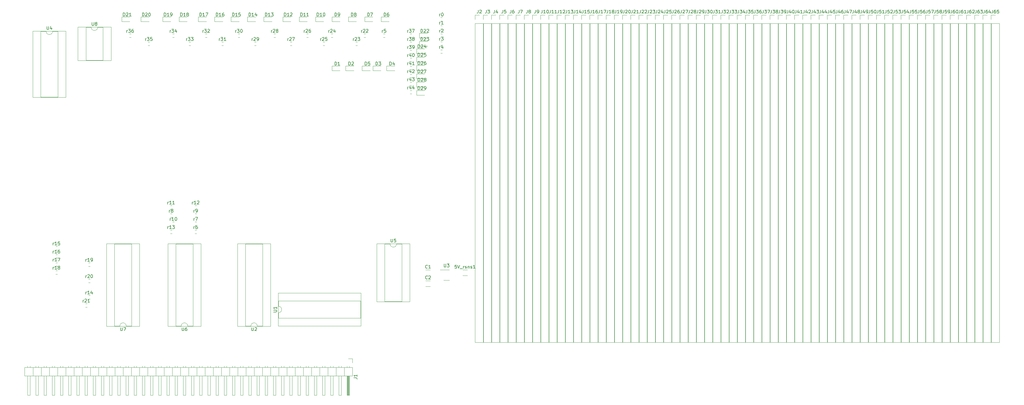
<source format=gbr>
%TF.GenerationSoftware,KiCad,Pcbnew,7.0.5*%
%TF.CreationDate,2024-08-11T23:03:57-04:00*%
%TF.ProjectId,card_for_74_series,63617264-5f66-46f7-925f-37345f736572,rev?*%
%TF.SameCoordinates,Original*%
%TF.FileFunction,Legend,Top*%
%TF.FilePolarity,Positive*%
%FSLAX46Y46*%
G04 Gerber Fmt 4.6, Leading zero omitted, Abs format (unit mm)*
G04 Created by KiCad (PCBNEW 7.0.5) date 2024-08-11 23:03:57*
%MOMM*%
%LPD*%
G01*
G04 APERTURE LIST*
%ADD10C,0.150000*%
%ADD11C,0.120000*%
G04 APERTURE END LIST*
D10*
%TO.C,J65*%
X430990476Y-50464819D02*
X430990476Y-51179104D01*
X430990476Y-51179104D02*
X430942857Y-51321961D01*
X430942857Y-51321961D02*
X430847619Y-51417200D01*
X430847619Y-51417200D02*
X430704762Y-51464819D01*
X430704762Y-51464819D02*
X430609524Y-51464819D01*
X431895238Y-50464819D02*
X431704762Y-50464819D01*
X431704762Y-50464819D02*
X431609524Y-50512438D01*
X431609524Y-50512438D02*
X431561905Y-50560057D01*
X431561905Y-50560057D02*
X431466667Y-50702914D01*
X431466667Y-50702914D02*
X431419048Y-50893390D01*
X431419048Y-50893390D02*
X431419048Y-51274342D01*
X431419048Y-51274342D02*
X431466667Y-51369580D01*
X431466667Y-51369580D02*
X431514286Y-51417200D01*
X431514286Y-51417200D02*
X431609524Y-51464819D01*
X431609524Y-51464819D02*
X431800000Y-51464819D01*
X431800000Y-51464819D02*
X431895238Y-51417200D01*
X431895238Y-51417200D02*
X431942857Y-51369580D01*
X431942857Y-51369580D02*
X431990476Y-51274342D01*
X431990476Y-51274342D02*
X431990476Y-51036247D01*
X431990476Y-51036247D02*
X431942857Y-50941009D01*
X431942857Y-50941009D02*
X431895238Y-50893390D01*
X431895238Y-50893390D02*
X431800000Y-50845771D01*
X431800000Y-50845771D02*
X431609524Y-50845771D01*
X431609524Y-50845771D02*
X431514286Y-50893390D01*
X431514286Y-50893390D02*
X431466667Y-50941009D01*
X431466667Y-50941009D02*
X431419048Y-51036247D01*
X432895238Y-50464819D02*
X432419048Y-50464819D01*
X432419048Y-50464819D02*
X432371429Y-50941009D01*
X432371429Y-50941009D02*
X432419048Y-50893390D01*
X432419048Y-50893390D02*
X432514286Y-50845771D01*
X432514286Y-50845771D02*
X432752381Y-50845771D01*
X432752381Y-50845771D02*
X432847619Y-50893390D01*
X432847619Y-50893390D02*
X432895238Y-50941009D01*
X432895238Y-50941009D02*
X432942857Y-51036247D01*
X432942857Y-51036247D02*
X432942857Y-51274342D01*
X432942857Y-51274342D02*
X432895238Y-51369580D01*
X432895238Y-51369580D02*
X432847619Y-51417200D01*
X432847619Y-51417200D02*
X432752381Y-51464819D01*
X432752381Y-51464819D02*
X432514286Y-51464819D01*
X432514286Y-51464819D02*
X432419048Y-51417200D01*
X432419048Y-51417200D02*
X432371429Y-51369580D01*
%TO.C,J64*%
X428450476Y-50464819D02*
X428450476Y-51179104D01*
X428450476Y-51179104D02*
X428402857Y-51321961D01*
X428402857Y-51321961D02*
X428307619Y-51417200D01*
X428307619Y-51417200D02*
X428164762Y-51464819D01*
X428164762Y-51464819D02*
X428069524Y-51464819D01*
X429355238Y-50464819D02*
X429164762Y-50464819D01*
X429164762Y-50464819D02*
X429069524Y-50512438D01*
X429069524Y-50512438D02*
X429021905Y-50560057D01*
X429021905Y-50560057D02*
X428926667Y-50702914D01*
X428926667Y-50702914D02*
X428879048Y-50893390D01*
X428879048Y-50893390D02*
X428879048Y-51274342D01*
X428879048Y-51274342D02*
X428926667Y-51369580D01*
X428926667Y-51369580D02*
X428974286Y-51417200D01*
X428974286Y-51417200D02*
X429069524Y-51464819D01*
X429069524Y-51464819D02*
X429260000Y-51464819D01*
X429260000Y-51464819D02*
X429355238Y-51417200D01*
X429355238Y-51417200D02*
X429402857Y-51369580D01*
X429402857Y-51369580D02*
X429450476Y-51274342D01*
X429450476Y-51274342D02*
X429450476Y-51036247D01*
X429450476Y-51036247D02*
X429402857Y-50941009D01*
X429402857Y-50941009D02*
X429355238Y-50893390D01*
X429355238Y-50893390D02*
X429260000Y-50845771D01*
X429260000Y-50845771D02*
X429069524Y-50845771D01*
X429069524Y-50845771D02*
X428974286Y-50893390D01*
X428974286Y-50893390D02*
X428926667Y-50941009D01*
X428926667Y-50941009D02*
X428879048Y-51036247D01*
X430307619Y-50798152D02*
X430307619Y-51464819D01*
X430069524Y-50417200D02*
X429831429Y-51131485D01*
X429831429Y-51131485D02*
X430450476Y-51131485D01*
%TO.C,J63*%
X425910476Y-50464819D02*
X425910476Y-51179104D01*
X425910476Y-51179104D02*
X425862857Y-51321961D01*
X425862857Y-51321961D02*
X425767619Y-51417200D01*
X425767619Y-51417200D02*
X425624762Y-51464819D01*
X425624762Y-51464819D02*
X425529524Y-51464819D01*
X426815238Y-50464819D02*
X426624762Y-50464819D01*
X426624762Y-50464819D02*
X426529524Y-50512438D01*
X426529524Y-50512438D02*
X426481905Y-50560057D01*
X426481905Y-50560057D02*
X426386667Y-50702914D01*
X426386667Y-50702914D02*
X426339048Y-50893390D01*
X426339048Y-50893390D02*
X426339048Y-51274342D01*
X426339048Y-51274342D02*
X426386667Y-51369580D01*
X426386667Y-51369580D02*
X426434286Y-51417200D01*
X426434286Y-51417200D02*
X426529524Y-51464819D01*
X426529524Y-51464819D02*
X426720000Y-51464819D01*
X426720000Y-51464819D02*
X426815238Y-51417200D01*
X426815238Y-51417200D02*
X426862857Y-51369580D01*
X426862857Y-51369580D02*
X426910476Y-51274342D01*
X426910476Y-51274342D02*
X426910476Y-51036247D01*
X426910476Y-51036247D02*
X426862857Y-50941009D01*
X426862857Y-50941009D02*
X426815238Y-50893390D01*
X426815238Y-50893390D02*
X426720000Y-50845771D01*
X426720000Y-50845771D02*
X426529524Y-50845771D01*
X426529524Y-50845771D02*
X426434286Y-50893390D01*
X426434286Y-50893390D02*
X426386667Y-50941009D01*
X426386667Y-50941009D02*
X426339048Y-51036247D01*
X427243810Y-50464819D02*
X427862857Y-50464819D01*
X427862857Y-50464819D02*
X427529524Y-50845771D01*
X427529524Y-50845771D02*
X427672381Y-50845771D01*
X427672381Y-50845771D02*
X427767619Y-50893390D01*
X427767619Y-50893390D02*
X427815238Y-50941009D01*
X427815238Y-50941009D02*
X427862857Y-51036247D01*
X427862857Y-51036247D02*
X427862857Y-51274342D01*
X427862857Y-51274342D02*
X427815238Y-51369580D01*
X427815238Y-51369580D02*
X427767619Y-51417200D01*
X427767619Y-51417200D02*
X427672381Y-51464819D01*
X427672381Y-51464819D02*
X427386667Y-51464819D01*
X427386667Y-51464819D02*
X427291429Y-51417200D01*
X427291429Y-51417200D02*
X427243810Y-51369580D01*
%TO.C,J62*%
X423370476Y-50464819D02*
X423370476Y-51179104D01*
X423370476Y-51179104D02*
X423322857Y-51321961D01*
X423322857Y-51321961D02*
X423227619Y-51417200D01*
X423227619Y-51417200D02*
X423084762Y-51464819D01*
X423084762Y-51464819D02*
X422989524Y-51464819D01*
X424275238Y-50464819D02*
X424084762Y-50464819D01*
X424084762Y-50464819D02*
X423989524Y-50512438D01*
X423989524Y-50512438D02*
X423941905Y-50560057D01*
X423941905Y-50560057D02*
X423846667Y-50702914D01*
X423846667Y-50702914D02*
X423799048Y-50893390D01*
X423799048Y-50893390D02*
X423799048Y-51274342D01*
X423799048Y-51274342D02*
X423846667Y-51369580D01*
X423846667Y-51369580D02*
X423894286Y-51417200D01*
X423894286Y-51417200D02*
X423989524Y-51464819D01*
X423989524Y-51464819D02*
X424180000Y-51464819D01*
X424180000Y-51464819D02*
X424275238Y-51417200D01*
X424275238Y-51417200D02*
X424322857Y-51369580D01*
X424322857Y-51369580D02*
X424370476Y-51274342D01*
X424370476Y-51274342D02*
X424370476Y-51036247D01*
X424370476Y-51036247D02*
X424322857Y-50941009D01*
X424322857Y-50941009D02*
X424275238Y-50893390D01*
X424275238Y-50893390D02*
X424180000Y-50845771D01*
X424180000Y-50845771D02*
X423989524Y-50845771D01*
X423989524Y-50845771D02*
X423894286Y-50893390D01*
X423894286Y-50893390D02*
X423846667Y-50941009D01*
X423846667Y-50941009D02*
X423799048Y-51036247D01*
X424751429Y-50560057D02*
X424799048Y-50512438D01*
X424799048Y-50512438D02*
X424894286Y-50464819D01*
X424894286Y-50464819D02*
X425132381Y-50464819D01*
X425132381Y-50464819D02*
X425227619Y-50512438D01*
X425227619Y-50512438D02*
X425275238Y-50560057D01*
X425275238Y-50560057D02*
X425322857Y-50655295D01*
X425322857Y-50655295D02*
X425322857Y-50750533D01*
X425322857Y-50750533D02*
X425275238Y-50893390D01*
X425275238Y-50893390D02*
X424703810Y-51464819D01*
X424703810Y-51464819D02*
X425322857Y-51464819D01*
%TO.C,J61*%
X420830476Y-50464819D02*
X420830476Y-51179104D01*
X420830476Y-51179104D02*
X420782857Y-51321961D01*
X420782857Y-51321961D02*
X420687619Y-51417200D01*
X420687619Y-51417200D02*
X420544762Y-51464819D01*
X420544762Y-51464819D02*
X420449524Y-51464819D01*
X421735238Y-50464819D02*
X421544762Y-50464819D01*
X421544762Y-50464819D02*
X421449524Y-50512438D01*
X421449524Y-50512438D02*
X421401905Y-50560057D01*
X421401905Y-50560057D02*
X421306667Y-50702914D01*
X421306667Y-50702914D02*
X421259048Y-50893390D01*
X421259048Y-50893390D02*
X421259048Y-51274342D01*
X421259048Y-51274342D02*
X421306667Y-51369580D01*
X421306667Y-51369580D02*
X421354286Y-51417200D01*
X421354286Y-51417200D02*
X421449524Y-51464819D01*
X421449524Y-51464819D02*
X421640000Y-51464819D01*
X421640000Y-51464819D02*
X421735238Y-51417200D01*
X421735238Y-51417200D02*
X421782857Y-51369580D01*
X421782857Y-51369580D02*
X421830476Y-51274342D01*
X421830476Y-51274342D02*
X421830476Y-51036247D01*
X421830476Y-51036247D02*
X421782857Y-50941009D01*
X421782857Y-50941009D02*
X421735238Y-50893390D01*
X421735238Y-50893390D02*
X421640000Y-50845771D01*
X421640000Y-50845771D02*
X421449524Y-50845771D01*
X421449524Y-50845771D02*
X421354286Y-50893390D01*
X421354286Y-50893390D02*
X421306667Y-50941009D01*
X421306667Y-50941009D02*
X421259048Y-51036247D01*
X422782857Y-51464819D02*
X422211429Y-51464819D01*
X422497143Y-51464819D02*
X422497143Y-50464819D01*
X422497143Y-50464819D02*
X422401905Y-50607676D01*
X422401905Y-50607676D02*
X422306667Y-50702914D01*
X422306667Y-50702914D02*
X422211429Y-50750533D01*
%TO.C,J60*%
X418290476Y-50464819D02*
X418290476Y-51179104D01*
X418290476Y-51179104D02*
X418242857Y-51321961D01*
X418242857Y-51321961D02*
X418147619Y-51417200D01*
X418147619Y-51417200D02*
X418004762Y-51464819D01*
X418004762Y-51464819D02*
X417909524Y-51464819D01*
X419195238Y-50464819D02*
X419004762Y-50464819D01*
X419004762Y-50464819D02*
X418909524Y-50512438D01*
X418909524Y-50512438D02*
X418861905Y-50560057D01*
X418861905Y-50560057D02*
X418766667Y-50702914D01*
X418766667Y-50702914D02*
X418719048Y-50893390D01*
X418719048Y-50893390D02*
X418719048Y-51274342D01*
X418719048Y-51274342D02*
X418766667Y-51369580D01*
X418766667Y-51369580D02*
X418814286Y-51417200D01*
X418814286Y-51417200D02*
X418909524Y-51464819D01*
X418909524Y-51464819D02*
X419100000Y-51464819D01*
X419100000Y-51464819D02*
X419195238Y-51417200D01*
X419195238Y-51417200D02*
X419242857Y-51369580D01*
X419242857Y-51369580D02*
X419290476Y-51274342D01*
X419290476Y-51274342D02*
X419290476Y-51036247D01*
X419290476Y-51036247D02*
X419242857Y-50941009D01*
X419242857Y-50941009D02*
X419195238Y-50893390D01*
X419195238Y-50893390D02*
X419100000Y-50845771D01*
X419100000Y-50845771D02*
X418909524Y-50845771D01*
X418909524Y-50845771D02*
X418814286Y-50893390D01*
X418814286Y-50893390D02*
X418766667Y-50941009D01*
X418766667Y-50941009D02*
X418719048Y-51036247D01*
X419909524Y-50464819D02*
X420004762Y-50464819D01*
X420004762Y-50464819D02*
X420100000Y-50512438D01*
X420100000Y-50512438D02*
X420147619Y-50560057D01*
X420147619Y-50560057D02*
X420195238Y-50655295D01*
X420195238Y-50655295D02*
X420242857Y-50845771D01*
X420242857Y-50845771D02*
X420242857Y-51083866D01*
X420242857Y-51083866D02*
X420195238Y-51274342D01*
X420195238Y-51274342D02*
X420147619Y-51369580D01*
X420147619Y-51369580D02*
X420100000Y-51417200D01*
X420100000Y-51417200D02*
X420004762Y-51464819D01*
X420004762Y-51464819D02*
X419909524Y-51464819D01*
X419909524Y-51464819D02*
X419814286Y-51417200D01*
X419814286Y-51417200D02*
X419766667Y-51369580D01*
X419766667Y-51369580D02*
X419719048Y-51274342D01*
X419719048Y-51274342D02*
X419671429Y-51083866D01*
X419671429Y-51083866D02*
X419671429Y-50845771D01*
X419671429Y-50845771D02*
X419719048Y-50655295D01*
X419719048Y-50655295D02*
X419766667Y-50560057D01*
X419766667Y-50560057D02*
X419814286Y-50512438D01*
X419814286Y-50512438D02*
X419909524Y-50464819D01*
%TO.C,J59*%
X415750476Y-50464819D02*
X415750476Y-51179104D01*
X415750476Y-51179104D02*
X415702857Y-51321961D01*
X415702857Y-51321961D02*
X415607619Y-51417200D01*
X415607619Y-51417200D02*
X415464762Y-51464819D01*
X415464762Y-51464819D02*
X415369524Y-51464819D01*
X416702857Y-50464819D02*
X416226667Y-50464819D01*
X416226667Y-50464819D02*
X416179048Y-50941009D01*
X416179048Y-50941009D02*
X416226667Y-50893390D01*
X416226667Y-50893390D02*
X416321905Y-50845771D01*
X416321905Y-50845771D02*
X416560000Y-50845771D01*
X416560000Y-50845771D02*
X416655238Y-50893390D01*
X416655238Y-50893390D02*
X416702857Y-50941009D01*
X416702857Y-50941009D02*
X416750476Y-51036247D01*
X416750476Y-51036247D02*
X416750476Y-51274342D01*
X416750476Y-51274342D02*
X416702857Y-51369580D01*
X416702857Y-51369580D02*
X416655238Y-51417200D01*
X416655238Y-51417200D02*
X416560000Y-51464819D01*
X416560000Y-51464819D02*
X416321905Y-51464819D01*
X416321905Y-51464819D02*
X416226667Y-51417200D01*
X416226667Y-51417200D02*
X416179048Y-51369580D01*
X417226667Y-51464819D02*
X417417143Y-51464819D01*
X417417143Y-51464819D02*
X417512381Y-51417200D01*
X417512381Y-51417200D02*
X417560000Y-51369580D01*
X417560000Y-51369580D02*
X417655238Y-51226723D01*
X417655238Y-51226723D02*
X417702857Y-51036247D01*
X417702857Y-51036247D02*
X417702857Y-50655295D01*
X417702857Y-50655295D02*
X417655238Y-50560057D01*
X417655238Y-50560057D02*
X417607619Y-50512438D01*
X417607619Y-50512438D02*
X417512381Y-50464819D01*
X417512381Y-50464819D02*
X417321905Y-50464819D01*
X417321905Y-50464819D02*
X417226667Y-50512438D01*
X417226667Y-50512438D02*
X417179048Y-50560057D01*
X417179048Y-50560057D02*
X417131429Y-50655295D01*
X417131429Y-50655295D02*
X417131429Y-50893390D01*
X417131429Y-50893390D02*
X417179048Y-50988628D01*
X417179048Y-50988628D02*
X417226667Y-51036247D01*
X417226667Y-51036247D02*
X417321905Y-51083866D01*
X417321905Y-51083866D02*
X417512381Y-51083866D01*
X417512381Y-51083866D02*
X417607619Y-51036247D01*
X417607619Y-51036247D02*
X417655238Y-50988628D01*
X417655238Y-50988628D02*
X417702857Y-50893390D01*
%TO.C,J58*%
X413210476Y-50464819D02*
X413210476Y-51179104D01*
X413210476Y-51179104D02*
X413162857Y-51321961D01*
X413162857Y-51321961D02*
X413067619Y-51417200D01*
X413067619Y-51417200D02*
X412924762Y-51464819D01*
X412924762Y-51464819D02*
X412829524Y-51464819D01*
X414162857Y-50464819D02*
X413686667Y-50464819D01*
X413686667Y-50464819D02*
X413639048Y-50941009D01*
X413639048Y-50941009D02*
X413686667Y-50893390D01*
X413686667Y-50893390D02*
X413781905Y-50845771D01*
X413781905Y-50845771D02*
X414020000Y-50845771D01*
X414020000Y-50845771D02*
X414115238Y-50893390D01*
X414115238Y-50893390D02*
X414162857Y-50941009D01*
X414162857Y-50941009D02*
X414210476Y-51036247D01*
X414210476Y-51036247D02*
X414210476Y-51274342D01*
X414210476Y-51274342D02*
X414162857Y-51369580D01*
X414162857Y-51369580D02*
X414115238Y-51417200D01*
X414115238Y-51417200D02*
X414020000Y-51464819D01*
X414020000Y-51464819D02*
X413781905Y-51464819D01*
X413781905Y-51464819D02*
X413686667Y-51417200D01*
X413686667Y-51417200D02*
X413639048Y-51369580D01*
X414781905Y-50893390D02*
X414686667Y-50845771D01*
X414686667Y-50845771D02*
X414639048Y-50798152D01*
X414639048Y-50798152D02*
X414591429Y-50702914D01*
X414591429Y-50702914D02*
X414591429Y-50655295D01*
X414591429Y-50655295D02*
X414639048Y-50560057D01*
X414639048Y-50560057D02*
X414686667Y-50512438D01*
X414686667Y-50512438D02*
X414781905Y-50464819D01*
X414781905Y-50464819D02*
X414972381Y-50464819D01*
X414972381Y-50464819D02*
X415067619Y-50512438D01*
X415067619Y-50512438D02*
X415115238Y-50560057D01*
X415115238Y-50560057D02*
X415162857Y-50655295D01*
X415162857Y-50655295D02*
X415162857Y-50702914D01*
X415162857Y-50702914D02*
X415115238Y-50798152D01*
X415115238Y-50798152D02*
X415067619Y-50845771D01*
X415067619Y-50845771D02*
X414972381Y-50893390D01*
X414972381Y-50893390D02*
X414781905Y-50893390D01*
X414781905Y-50893390D02*
X414686667Y-50941009D01*
X414686667Y-50941009D02*
X414639048Y-50988628D01*
X414639048Y-50988628D02*
X414591429Y-51083866D01*
X414591429Y-51083866D02*
X414591429Y-51274342D01*
X414591429Y-51274342D02*
X414639048Y-51369580D01*
X414639048Y-51369580D02*
X414686667Y-51417200D01*
X414686667Y-51417200D02*
X414781905Y-51464819D01*
X414781905Y-51464819D02*
X414972381Y-51464819D01*
X414972381Y-51464819D02*
X415067619Y-51417200D01*
X415067619Y-51417200D02*
X415115238Y-51369580D01*
X415115238Y-51369580D02*
X415162857Y-51274342D01*
X415162857Y-51274342D02*
X415162857Y-51083866D01*
X415162857Y-51083866D02*
X415115238Y-50988628D01*
X415115238Y-50988628D02*
X415067619Y-50941009D01*
X415067619Y-50941009D02*
X414972381Y-50893390D01*
%TO.C,J57*%
X410670476Y-50464819D02*
X410670476Y-51179104D01*
X410670476Y-51179104D02*
X410622857Y-51321961D01*
X410622857Y-51321961D02*
X410527619Y-51417200D01*
X410527619Y-51417200D02*
X410384762Y-51464819D01*
X410384762Y-51464819D02*
X410289524Y-51464819D01*
X411622857Y-50464819D02*
X411146667Y-50464819D01*
X411146667Y-50464819D02*
X411099048Y-50941009D01*
X411099048Y-50941009D02*
X411146667Y-50893390D01*
X411146667Y-50893390D02*
X411241905Y-50845771D01*
X411241905Y-50845771D02*
X411480000Y-50845771D01*
X411480000Y-50845771D02*
X411575238Y-50893390D01*
X411575238Y-50893390D02*
X411622857Y-50941009D01*
X411622857Y-50941009D02*
X411670476Y-51036247D01*
X411670476Y-51036247D02*
X411670476Y-51274342D01*
X411670476Y-51274342D02*
X411622857Y-51369580D01*
X411622857Y-51369580D02*
X411575238Y-51417200D01*
X411575238Y-51417200D02*
X411480000Y-51464819D01*
X411480000Y-51464819D02*
X411241905Y-51464819D01*
X411241905Y-51464819D02*
X411146667Y-51417200D01*
X411146667Y-51417200D02*
X411099048Y-51369580D01*
X412003810Y-50464819D02*
X412670476Y-50464819D01*
X412670476Y-50464819D02*
X412241905Y-51464819D01*
%TO.C,J56*%
X408130476Y-50464819D02*
X408130476Y-51179104D01*
X408130476Y-51179104D02*
X408082857Y-51321961D01*
X408082857Y-51321961D02*
X407987619Y-51417200D01*
X407987619Y-51417200D02*
X407844762Y-51464819D01*
X407844762Y-51464819D02*
X407749524Y-51464819D01*
X409082857Y-50464819D02*
X408606667Y-50464819D01*
X408606667Y-50464819D02*
X408559048Y-50941009D01*
X408559048Y-50941009D02*
X408606667Y-50893390D01*
X408606667Y-50893390D02*
X408701905Y-50845771D01*
X408701905Y-50845771D02*
X408940000Y-50845771D01*
X408940000Y-50845771D02*
X409035238Y-50893390D01*
X409035238Y-50893390D02*
X409082857Y-50941009D01*
X409082857Y-50941009D02*
X409130476Y-51036247D01*
X409130476Y-51036247D02*
X409130476Y-51274342D01*
X409130476Y-51274342D02*
X409082857Y-51369580D01*
X409082857Y-51369580D02*
X409035238Y-51417200D01*
X409035238Y-51417200D02*
X408940000Y-51464819D01*
X408940000Y-51464819D02*
X408701905Y-51464819D01*
X408701905Y-51464819D02*
X408606667Y-51417200D01*
X408606667Y-51417200D02*
X408559048Y-51369580D01*
X409987619Y-50464819D02*
X409797143Y-50464819D01*
X409797143Y-50464819D02*
X409701905Y-50512438D01*
X409701905Y-50512438D02*
X409654286Y-50560057D01*
X409654286Y-50560057D02*
X409559048Y-50702914D01*
X409559048Y-50702914D02*
X409511429Y-50893390D01*
X409511429Y-50893390D02*
X409511429Y-51274342D01*
X409511429Y-51274342D02*
X409559048Y-51369580D01*
X409559048Y-51369580D02*
X409606667Y-51417200D01*
X409606667Y-51417200D02*
X409701905Y-51464819D01*
X409701905Y-51464819D02*
X409892381Y-51464819D01*
X409892381Y-51464819D02*
X409987619Y-51417200D01*
X409987619Y-51417200D02*
X410035238Y-51369580D01*
X410035238Y-51369580D02*
X410082857Y-51274342D01*
X410082857Y-51274342D02*
X410082857Y-51036247D01*
X410082857Y-51036247D02*
X410035238Y-50941009D01*
X410035238Y-50941009D02*
X409987619Y-50893390D01*
X409987619Y-50893390D02*
X409892381Y-50845771D01*
X409892381Y-50845771D02*
X409701905Y-50845771D01*
X409701905Y-50845771D02*
X409606667Y-50893390D01*
X409606667Y-50893390D02*
X409559048Y-50941009D01*
X409559048Y-50941009D02*
X409511429Y-51036247D01*
%TO.C,J55*%
X405590476Y-50464819D02*
X405590476Y-51179104D01*
X405590476Y-51179104D02*
X405542857Y-51321961D01*
X405542857Y-51321961D02*
X405447619Y-51417200D01*
X405447619Y-51417200D02*
X405304762Y-51464819D01*
X405304762Y-51464819D02*
X405209524Y-51464819D01*
X406542857Y-50464819D02*
X406066667Y-50464819D01*
X406066667Y-50464819D02*
X406019048Y-50941009D01*
X406019048Y-50941009D02*
X406066667Y-50893390D01*
X406066667Y-50893390D02*
X406161905Y-50845771D01*
X406161905Y-50845771D02*
X406400000Y-50845771D01*
X406400000Y-50845771D02*
X406495238Y-50893390D01*
X406495238Y-50893390D02*
X406542857Y-50941009D01*
X406542857Y-50941009D02*
X406590476Y-51036247D01*
X406590476Y-51036247D02*
X406590476Y-51274342D01*
X406590476Y-51274342D02*
X406542857Y-51369580D01*
X406542857Y-51369580D02*
X406495238Y-51417200D01*
X406495238Y-51417200D02*
X406400000Y-51464819D01*
X406400000Y-51464819D02*
X406161905Y-51464819D01*
X406161905Y-51464819D02*
X406066667Y-51417200D01*
X406066667Y-51417200D02*
X406019048Y-51369580D01*
X407495238Y-50464819D02*
X407019048Y-50464819D01*
X407019048Y-50464819D02*
X406971429Y-50941009D01*
X406971429Y-50941009D02*
X407019048Y-50893390D01*
X407019048Y-50893390D02*
X407114286Y-50845771D01*
X407114286Y-50845771D02*
X407352381Y-50845771D01*
X407352381Y-50845771D02*
X407447619Y-50893390D01*
X407447619Y-50893390D02*
X407495238Y-50941009D01*
X407495238Y-50941009D02*
X407542857Y-51036247D01*
X407542857Y-51036247D02*
X407542857Y-51274342D01*
X407542857Y-51274342D02*
X407495238Y-51369580D01*
X407495238Y-51369580D02*
X407447619Y-51417200D01*
X407447619Y-51417200D02*
X407352381Y-51464819D01*
X407352381Y-51464819D02*
X407114286Y-51464819D01*
X407114286Y-51464819D02*
X407019048Y-51417200D01*
X407019048Y-51417200D02*
X406971429Y-51369580D01*
%TO.C,J54*%
X403050476Y-50464819D02*
X403050476Y-51179104D01*
X403050476Y-51179104D02*
X403002857Y-51321961D01*
X403002857Y-51321961D02*
X402907619Y-51417200D01*
X402907619Y-51417200D02*
X402764762Y-51464819D01*
X402764762Y-51464819D02*
X402669524Y-51464819D01*
X404002857Y-50464819D02*
X403526667Y-50464819D01*
X403526667Y-50464819D02*
X403479048Y-50941009D01*
X403479048Y-50941009D02*
X403526667Y-50893390D01*
X403526667Y-50893390D02*
X403621905Y-50845771D01*
X403621905Y-50845771D02*
X403860000Y-50845771D01*
X403860000Y-50845771D02*
X403955238Y-50893390D01*
X403955238Y-50893390D02*
X404002857Y-50941009D01*
X404002857Y-50941009D02*
X404050476Y-51036247D01*
X404050476Y-51036247D02*
X404050476Y-51274342D01*
X404050476Y-51274342D02*
X404002857Y-51369580D01*
X404002857Y-51369580D02*
X403955238Y-51417200D01*
X403955238Y-51417200D02*
X403860000Y-51464819D01*
X403860000Y-51464819D02*
X403621905Y-51464819D01*
X403621905Y-51464819D02*
X403526667Y-51417200D01*
X403526667Y-51417200D02*
X403479048Y-51369580D01*
X404907619Y-50798152D02*
X404907619Y-51464819D01*
X404669524Y-50417200D02*
X404431429Y-51131485D01*
X404431429Y-51131485D02*
X405050476Y-51131485D01*
%TO.C,J53*%
X400510476Y-50464819D02*
X400510476Y-51179104D01*
X400510476Y-51179104D02*
X400462857Y-51321961D01*
X400462857Y-51321961D02*
X400367619Y-51417200D01*
X400367619Y-51417200D02*
X400224762Y-51464819D01*
X400224762Y-51464819D02*
X400129524Y-51464819D01*
X401462857Y-50464819D02*
X400986667Y-50464819D01*
X400986667Y-50464819D02*
X400939048Y-50941009D01*
X400939048Y-50941009D02*
X400986667Y-50893390D01*
X400986667Y-50893390D02*
X401081905Y-50845771D01*
X401081905Y-50845771D02*
X401320000Y-50845771D01*
X401320000Y-50845771D02*
X401415238Y-50893390D01*
X401415238Y-50893390D02*
X401462857Y-50941009D01*
X401462857Y-50941009D02*
X401510476Y-51036247D01*
X401510476Y-51036247D02*
X401510476Y-51274342D01*
X401510476Y-51274342D02*
X401462857Y-51369580D01*
X401462857Y-51369580D02*
X401415238Y-51417200D01*
X401415238Y-51417200D02*
X401320000Y-51464819D01*
X401320000Y-51464819D02*
X401081905Y-51464819D01*
X401081905Y-51464819D02*
X400986667Y-51417200D01*
X400986667Y-51417200D02*
X400939048Y-51369580D01*
X401843810Y-50464819D02*
X402462857Y-50464819D01*
X402462857Y-50464819D02*
X402129524Y-50845771D01*
X402129524Y-50845771D02*
X402272381Y-50845771D01*
X402272381Y-50845771D02*
X402367619Y-50893390D01*
X402367619Y-50893390D02*
X402415238Y-50941009D01*
X402415238Y-50941009D02*
X402462857Y-51036247D01*
X402462857Y-51036247D02*
X402462857Y-51274342D01*
X402462857Y-51274342D02*
X402415238Y-51369580D01*
X402415238Y-51369580D02*
X402367619Y-51417200D01*
X402367619Y-51417200D02*
X402272381Y-51464819D01*
X402272381Y-51464819D02*
X401986667Y-51464819D01*
X401986667Y-51464819D02*
X401891429Y-51417200D01*
X401891429Y-51417200D02*
X401843810Y-51369580D01*
%TO.C,J52*%
X397970476Y-50464819D02*
X397970476Y-51179104D01*
X397970476Y-51179104D02*
X397922857Y-51321961D01*
X397922857Y-51321961D02*
X397827619Y-51417200D01*
X397827619Y-51417200D02*
X397684762Y-51464819D01*
X397684762Y-51464819D02*
X397589524Y-51464819D01*
X398922857Y-50464819D02*
X398446667Y-50464819D01*
X398446667Y-50464819D02*
X398399048Y-50941009D01*
X398399048Y-50941009D02*
X398446667Y-50893390D01*
X398446667Y-50893390D02*
X398541905Y-50845771D01*
X398541905Y-50845771D02*
X398780000Y-50845771D01*
X398780000Y-50845771D02*
X398875238Y-50893390D01*
X398875238Y-50893390D02*
X398922857Y-50941009D01*
X398922857Y-50941009D02*
X398970476Y-51036247D01*
X398970476Y-51036247D02*
X398970476Y-51274342D01*
X398970476Y-51274342D02*
X398922857Y-51369580D01*
X398922857Y-51369580D02*
X398875238Y-51417200D01*
X398875238Y-51417200D02*
X398780000Y-51464819D01*
X398780000Y-51464819D02*
X398541905Y-51464819D01*
X398541905Y-51464819D02*
X398446667Y-51417200D01*
X398446667Y-51417200D02*
X398399048Y-51369580D01*
X399351429Y-50560057D02*
X399399048Y-50512438D01*
X399399048Y-50512438D02*
X399494286Y-50464819D01*
X399494286Y-50464819D02*
X399732381Y-50464819D01*
X399732381Y-50464819D02*
X399827619Y-50512438D01*
X399827619Y-50512438D02*
X399875238Y-50560057D01*
X399875238Y-50560057D02*
X399922857Y-50655295D01*
X399922857Y-50655295D02*
X399922857Y-50750533D01*
X399922857Y-50750533D02*
X399875238Y-50893390D01*
X399875238Y-50893390D02*
X399303810Y-51464819D01*
X399303810Y-51464819D02*
X399922857Y-51464819D01*
%TO.C,J51*%
X395430476Y-50464819D02*
X395430476Y-51179104D01*
X395430476Y-51179104D02*
X395382857Y-51321961D01*
X395382857Y-51321961D02*
X395287619Y-51417200D01*
X395287619Y-51417200D02*
X395144762Y-51464819D01*
X395144762Y-51464819D02*
X395049524Y-51464819D01*
X396382857Y-50464819D02*
X395906667Y-50464819D01*
X395906667Y-50464819D02*
X395859048Y-50941009D01*
X395859048Y-50941009D02*
X395906667Y-50893390D01*
X395906667Y-50893390D02*
X396001905Y-50845771D01*
X396001905Y-50845771D02*
X396240000Y-50845771D01*
X396240000Y-50845771D02*
X396335238Y-50893390D01*
X396335238Y-50893390D02*
X396382857Y-50941009D01*
X396382857Y-50941009D02*
X396430476Y-51036247D01*
X396430476Y-51036247D02*
X396430476Y-51274342D01*
X396430476Y-51274342D02*
X396382857Y-51369580D01*
X396382857Y-51369580D02*
X396335238Y-51417200D01*
X396335238Y-51417200D02*
X396240000Y-51464819D01*
X396240000Y-51464819D02*
X396001905Y-51464819D01*
X396001905Y-51464819D02*
X395906667Y-51417200D01*
X395906667Y-51417200D02*
X395859048Y-51369580D01*
X397382857Y-51464819D02*
X396811429Y-51464819D01*
X397097143Y-51464819D02*
X397097143Y-50464819D01*
X397097143Y-50464819D02*
X397001905Y-50607676D01*
X397001905Y-50607676D02*
X396906667Y-50702914D01*
X396906667Y-50702914D02*
X396811429Y-50750533D01*
%TO.C,J50*%
X392890476Y-50464819D02*
X392890476Y-51179104D01*
X392890476Y-51179104D02*
X392842857Y-51321961D01*
X392842857Y-51321961D02*
X392747619Y-51417200D01*
X392747619Y-51417200D02*
X392604762Y-51464819D01*
X392604762Y-51464819D02*
X392509524Y-51464819D01*
X393842857Y-50464819D02*
X393366667Y-50464819D01*
X393366667Y-50464819D02*
X393319048Y-50941009D01*
X393319048Y-50941009D02*
X393366667Y-50893390D01*
X393366667Y-50893390D02*
X393461905Y-50845771D01*
X393461905Y-50845771D02*
X393700000Y-50845771D01*
X393700000Y-50845771D02*
X393795238Y-50893390D01*
X393795238Y-50893390D02*
X393842857Y-50941009D01*
X393842857Y-50941009D02*
X393890476Y-51036247D01*
X393890476Y-51036247D02*
X393890476Y-51274342D01*
X393890476Y-51274342D02*
X393842857Y-51369580D01*
X393842857Y-51369580D02*
X393795238Y-51417200D01*
X393795238Y-51417200D02*
X393700000Y-51464819D01*
X393700000Y-51464819D02*
X393461905Y-51464819D01*
X393461905Y-51464819D02*
X393366667Y-51417200D01*
X393366667Y-51417200D02*
X393319048Y-51369580D01*
X394509524Y-50464819D02*
X394604762Y-50464819D01*
X394604762Y-50464819D02*
X394700000Y-50512438D01*
X394700000Y-50512438D02*
X394747619Y-50560057D01*
X394747619Y-50560057D02*
X394795238Y-50655295D01*
X394795238Y-50655295D02*
X394842857Y-50845771D01*
X394842857Y-50845771D02*
X394842857Y-51083866D01*
X394842857Y-51083866D02*
X394795238Y-51274342D01*
X394795238Y-51274342D02*
X394747619Y-51369580D01*
X394747619Y-51369580D02*
X394700000Y-51417200D01*
X394700000Y-51417200D02*
X394604762Y-51464819D01*
X394604762Y-51464819D02*
X394509524Y-51464819D01*
X394509524Y-51464819D02*
X394414286Y-51417200D01*
X394414286Y-51417200D02*
X394366667Y-51369580D01*
X394366667Y-51369580D02*
X394319048Y-51274342D01*
X394319048Y-51274342D02*
X394271429Y-51083866D01*
X394271429Y-51083866D02*
X394271429Y-50845771D01*
X394271429Y-50845771D02*
X394319048Y-50655295D01*
X394319048Y-50655295D02*
X394366667Y-50560057D01*
X394366667Y-50560057D02*
X394414286Y-50512438D01*
X394414286Y-50512438D02*
X394509524Y-50464819D01*
%TO.C,J49*%
X390350476Y-50464819D02*
X390350476Y-51179104D01*
X390350476Y-51179104D02*
X390302857Y-51321961D01*
X390302857Y-51321961D02*
X390207619Y-51417200D01*
X390207619Y-51417200D02*
X390064762Y-51464819D01*
X390064762Y-51464819D02*
X389969524Y-51464819D01*
X391255238Y-50798152D02*
X391255238Y-51464819D01*
X391017143Y-50417200D02*
X390779048Y-51131485D01*
X390779048Y-51131485D02*
X391398095Y-51131485D01*
X391826667Y-51464819D02*
X392017143Y-51464819D01*
X392017143Y-51464819D02*
X392112381Y-51417200D01*
X392112381Y-51417200D02*
X392160000Y-51369580D01*
X392160000Y-51369580D02*
X392255238Y-51226723D01*
X392255238Y-51226723D02*
X392302857Y-51036247D01*
X392302857Y-51036247D02*
X392302857Y-50655295D01*
X392302857Y-50655295D02*
X392255238Y-50560057D01*
X392255238Y-50560057D02*
X392207619Y-50512438D01*
X392207619Y-50512438D02*
X392112381Y-50464819D01*
X392112381Y-50464819D02*
X391921905Y-50464819D01*
X391921905Y-50464819D02*
X391826667Y-50512438D01*
X391826667Y-50512438D02*
X391779048Y-50560057D01*
X391779048Y-50560057D02*
X391731429Y-50655295D01*
X391731429Y-50655295D02*
X391731429Y-50893390D01*
X391731429Y-50893390D02*
X391779048Y-50988628D01*
X391779048Y-50988628D02*
X391826667Y-51036247D01*
X391826667Y-51036247D02*
X391921905Y-51083866D01*
X391921905Y-51083866D02*
X392112381Y-51083866D01*
X392112381Y-51083866D02*
X392207619Y-51036247D01*
X392207619Y-51036247D02*
X392255238Y-50988628D01*
X392255238Y-50988628D02*
X392302857Y-50893390D01*
%TO.C,J48*%
X387810476Y-50464819D02*
X387810476Y-51179104D01*
X387810476Y-51179104D02*
X387762857Y-51321961D01*
X387762857Y-51321961D02*
X387667619Y-51417200D01*
X387667619Y-51417200D02*
X387524762Y-51464819D01*
X387524762Y-51464819D02*
X387429524Y-51464819D01*
X388715238Y-50798152D02*
X388715238Y-51464819D01*
X388477143Y-50417200D02*
X388239048Y-51131485D01*
X388239048Y-51131485D02*
X388858095Y-51131485D01*
X389381905Y-50893390D02*
X389286667Y-50845771D01*
X389286667Y-50845771D02*
X389239048Y-50798152D01*
X389239048Y-50798152D02*
X389191429Y-50702914D01*
X389191429Y-50702914D02*
X389191429Y-50655295D01*
X389191429Y-50655295D02*
X389239048Y-50560057D01*
X389239048Y-50560057D02*
X389286667Y-50512438D01*
X389286667Y-50512438D02*
X389381905Y-50464819D01*
X389381905Y-50464819D02*
X389572381Y-50464819D01*
X389572381Y-50464819D02*
X389667619Y-50512438D01*
X389667619Y-50512438D02*
X389715238Y-50560057D01*
X389715238Y-50560057D02*
X389762857Y-50655295D01*
X389762857Y-50655295D02*
X389762857Y-50702914D01*
X389762857Y-50702914D02*
X389715238Y-50798152D01*
X389715238Y-50798152D02*
X389667619Y-50845771D01*
X389667619Y-50845771D02*
X389572381Y-50893390D01*
X389572381Y-50893390D02*
X389381905Y-50893390D01*
X389381905Y-50893390D02*
X389286667Y-50941009D01*
X389286667Y-50941009D02*
X389239048Y-50988628D01*
X389239048Y-50988628D02*
X389191429Y-51083866D01*
X389191429Y-51083866D02*
X389191429Y-51274342D01*
X389191429Y-51274342D02*
X389239048Y-51369580D01*
X389239048Y-51369580D02*
X389286667Y-51417200D01*
X389286667Y-51417200D02*
X389381905Y-51464819D01*
X389381905Y-51464819D02*
X389572381Y-51464819D01*
X389572381Y-51464819D02*
X389667619Y-51417200D01*
X389667619Y-51417200D02*
X389715238Y-51369580D01*
X389715238Y-51369580D02*
X389762857Y-51274342D01*
X389762857Y-51274342D02*
X389762857Y-51083866D01*
X389762857Y-51083866D02*
X389715238Y-50988628D01*
X389715238Y-50988628D02*
X389667619Y-50941009D01*
X389667619Y-50941009D02*
X389572381Y-50893390D01*
%TO.C,J47*%
X385270476Y-50464819D02*
X385270476Y-51179104D01*
X385270476Y-51179104D02*
X385222857Y-51321961D01*
X385222857Y-51321961D02*
X385127619Y-51417200D01*
X385127619Y-51417200D02*
X384984762Y-51464819D01*
X384984762Y-51464819D02*
X384889524Y-51464819D01*
X386175238Y-50798152D02*
X386175238Y-51464819D01*
X385937143Y-50417200D02*
X385699048Y-51131485D01*
X385699048Y-51131485D02*
X386318095Y-51131485D01*
X386603810Y-50464819D02*
X387270476Y-50464819D01*
X387270476Y-50464819D02*
X386841905Y-51464819D01*
%TO.C,J46*%
X382730476Y-50464819D02*
X382730476Y-51179104D01*
X382730476Y-51179104D02*
X382682857Y-51321961D01*
X382682857Y-51321961D02*
X382587619Y-51417200D01*
X382587619Y-51417200D02*
X382444762Y-51464819D01*
X382444762Y-51464819D02*
X382349524Y-51464819D01*
X383635238Y-50798152D02*
X383635238Y-51464819D01*
X383397143Y-50417200D02*
X383159048Y-51131485D01*
X383159048Y-51131485D02*
X383778095Y-51131485D01*
X384587619Y-50464819D02*
X384397143Y-50464819D01*
X384397143Y-50464819D02*
X384301905Y-50512438D01*
X384301905Y-50512438D02*
X384254286Y-50560057D01*
X384254286Y-50560057D02*
X384159048Y-50702914D01*
X384159048Y-50702914D02*
X384111429Y-50893390D01*
X384111429Y-50893390D02*
X384111429Y-51274342D01*
X384111429Y-51274342D02*
X384159048Y-51369580D01*
X384159048Y-51369580D02*
X384206667Y-51417200D01*
X384206667Y-51417200D02*
X384301905Y-51464819D01*
X384301905Y-51464819D02*
X384492381Y-51464819D01*
X384492381Y-51464819D02*
X384587619Y-51417200D01*
X384587619Y-51417200D02*
X384635238Y-51369580D01*
X384635238Y-51369580D02*
X384682857Y-51274342D01*
X384682857Y-51274342D02*
X384682857Y-51036247D01*
X384682857Y-51036247D02*
X384635238Y-50941009D01*
X384635238Y-50941009D02*
X384587619Y-50893390D01*
X384587619Y-50893390D02*
X384492381Y-50845771D01*
X384492381Y-50845771D02*
X384301905Y-50845771D01*
X384301905Y-50845771D02*
X384206667Y-50893390D01*
X384206667Y-50893390D02*
X384159048Y-50941009D01*
X384159048Y-50941009D02*
X384111429Y-51036247D01*
%TO.C,J45*%
X380190476Y-50464819D02*
X380190476Y-51179104D01*
X380190476Y-51179104D02*
X380142857Y-51321961D01*
X380142857Y-51321961D02*
X380047619Y-51417200D01*
X380047619Y-51417200D02*
X379904762Y-51464819D01*
X379904762Y-51464819D02*
X379809524Y-51464819D01*
X381095238Y-50798152D02*
X381095238Y-51464819D01*
X380857143Y-50417200D02*
X380619048Y-51131485D01*
X380619048Y-51131485D02*
X381238095Y-51131485D01*
X382095238Y-50464819D02*
X381619048Y-50464819D01*
X381619048Y-50464819D02*
X381571429Y-50941009D01*
X381571429Y-50941009D02*
X381619048Y-50893390D01*
X381619048Y-50893390D02*
X381714286Y-50845771D01*
X381714286Y-50845771D02*
X381952381Y-50845771D01*
X381952381Y-50845771D02*
X382047619Y-50893390D01*
X382047619Y-50893390D02*
X382095238Y-50941009D01*
X382095238Y-50941009D02*
X382142857Y-51036247D01*
X382142857Y-51036247D02*
X382142857Y-51274342D01*
X382142857Y-51274342D02*
X382095238Y-51369580D01*
X382095238Y-51369580D02*
X382047619Y-51417200D01*
X382047619Y-51417200D02*
X381952381Y-51464819D01*
X381952381Y-51464819D02*
X381714286Y-51464819D01*
X381714286Y-51464819D02*
X381619048Y-51417200D01*
X381619048Y-51417200D02*
X381571429Y-51369580D01*
%TO.C,J44*%
X377650476Y-50464819D02*
X377650476Y-51179104D01*
X377650476Y-51179104D02*
X377602857Y-51321961D01*
X377602857Y-51321961D02*
X377507619Y-51417200D01*
X377507619Y-51417200D02*
X377364762Y-51464819D01*
X377364762Y-51464819D02*
X377269524Y-51464819D01*
X378555238Y-50798152D02*
X378555238Y-51464819D01*
X378317143Y-50417200D02*
X378079048Y-51131485D01*
X378079048Y-51131485D02*
X378698095Y-51131485D01*
X379507619Y-50798152D02*
X379507619Y-51464819D01*
X379269524Y-50417200D02*
X379031429Y-51131485D01*
X379031429Y-51131485D02*
X379650476Y-51131485D01*
%TO.C,J43*%
X375110476Y-50464819D02*
X375110476Y-51179104D01*
X375110476Y-51179104D02*
X375062857Y-51321961D01*
X375062857Y-51321961D02*
X374967619Y-51417200D01*
X374967619Y-51417200D02*
X374824762Y-51464819D01*
X374824762Y-51464819D02*
X374729524Y-51464819D01*
X376015238Y-50798152D02*
X376015238Y-51464819D01*
X375777143Y-50417200D02*
X375539048Y-51131485D01*
X375539048Y-51131485D02*
X376158095Y-51131485D01*
X376443810Y-50464819D02*
X377062857Y-50464819D01*
X377062857Y-50464819D02*
X376729524Y-50845771D01*
X376729524Y-50845771D02*
X376872381Y-50845771D01*
X376872381Y-50845771D02*
X376967619Y-50893390D01*
X376967619Y-50893390D02*
X377015238Y-50941009D01*
X377015238Y-50941009D02*
X377062857Y-51036247D01*
X377062857Y-51036247D02*
X377062857Y-51274342D01*
X377062857Y-51274342D02*
X377015238Y-51369580D01*
X377015238Y-51369580D02*
X376967619Y-51417200D01*
X376967619Y-51417200D02*
X376872381Y-51464819D01*
X376872381Y-51464819D02*
X376586667Y-51464819D01*
X376586667Y-51464819D02*
X376491429Y-51417200D01*
X376491429Y-51417200D02*
X376443810Y-51369580D01*
%TO.C,J42*%
X372570476Y-50464819D02*
X372570476Y-51179104D01*
X372570476Y-51179104D02*
X372522857Y-51321961D01*
X372522857Y-51321961D02*
X372427619Y-51417200D01*
X372427619Y-51417200D02*
X372284762Y-51464819D01*
X372284762Y-51464819D02*
X372189524Y-51464819D01*
X373475238Y-50798152D02*
X373475238Y-51464819D01*
X373237143Y-50417200D02*
X372999048Y-51131485D01*
X372999048Y-51131485D02*
X373618095Y-51131485D01*
X373951429Y-50560057D02*
X373999048Y-50512438D01*
X373999048Y-50512438D02*
X374094286Y-50464819D01*
X374094286Y-50464819D02*
X374332381Y-50464819D01*
X374332381Y-50464819D02*
X374427619Y-50512438D01*
X374427619Y-50512438D02*
X374475238Y-50560057D01*
X374475238Y-50560057D02*
X374522857Y-50655295D01*
X374522857Y-50655295D02*
X374522857Y-50750533D01*
X374522857Y-50750533D02*
X374475238Y-50893390D01*
X374475238Y-50893390D02*
X373903810Y-51464819D01*
X373903810Y-51464819D02*
X374522857Y-51464819D01*
%TO.C,J41*%
X370030476Y-50464819D02*
X370030476Y-51179104D01*
X370030476Y-51179104D02*
X369982857Y-51321961D01*
X369982857Y-51321961D02*
X369887619Y-51417200D01*
X369887619Y-51417200D02*
X369744762Y-51464819D01*
X369744762Y-51464819D02*
X369649524Y-51464819D01*
X370935238Y-50798152D02*
X370935238Y-51464819D01*
X370697143Y-50417200D02*
X370459048Y-51131485D01*
X370459048Y-51131485D02*
X371078095Y-51131485D01*
X371982857Y-51464819D02*
X371411429Y-51464819D01*
X371697143Y-51464819D02*
X371697143Y-50464819D01*
X371697143Y-50464819D02*
X371601905Y-50607676D01*
X371601905Y-50607676D02*
X371506667Y-50702914D01*
X371506667Y-50702914D02*
X371411429Y-50750533D01*
%TO.C,J40*%
X367490476Y-50464819D02*
X367490476Y-51179104D01*
X367490476Y-51179104D02*
X367442857Y-51321961D01*
X367442857Y-51321961D02*
X367347619Y-51417200D01*
X367347619Y-51417200D02*
X367204762Y-51464819D01*
X367204762Y-51464819D02*
X367109524Y-51464819D01*
X368395238Y-50798152D02*
X368395238Y-51464819D01*
X368157143Y-50417200D02*
X367919048Y-51131485D01*
X367919048Y-51131485D02*
X368538095Y-51131485D01*
X369109524Y-50464819D02*
X369204762Y-50464819D01*
X369204762Y-50464819D02*
X369300000Y-50512438D01*
X369300000Y-50512438D02*
X369347619Y-50560057D01*
X369347619Y-50560057D02*
X369395238Y-50655295D01*
X369395238Y-50655295D02*
X369442857Y-50845771D01*
X369442857Y-50845771D02*
X369442857Y-51083866D01*
X369442857Y-51083866D02*
X369395238Y-51274342D01*
X369395238Y-51274342D02*
X369347619Y-51369580D01*
X369347619Y-51369580D02*
X369300000Y-51417200D01*
X369300000Y-51417200D02*
X369204762Y-51464819D01*
X369204762Y-51464819D02*
X369109524Y-51464819D01*
X369109524Y-51464819D02*
X369014286Y-51417200D01*
X369014286Y-51417200D02*
X368966667Y-51369580D01*
X368966667Y-51369580D02*
X368919048Y-51274342D01*
X368919048Y-51274342D02*
X368871429Y-51083866D01*
X368871429Y-51083866D02*
X368871429Y-50845771D01*
X368871429Y-50845771D02*
X368919048Y-50655295D01*
X368919048Y-50655295D02*
X368966667Y-50560057D01*
X368966667Y-50560057D02*
X369014286Y-50512438D01*
X369014286Y-50512438D02*
X369109524Y-50464819D01*
%TO.C,J39*%
X364950476Y-50464819D02*
X364950476Y-51179104D01*
X364950476Y-51179104D02*
X364902857Y-51321961D01*
X364902857Y-51321961D02*
X364807619Y-51417200D01*
X364807619Y-51417200D02*
X364664762Y-51464819D01*
X364664762Y-51464819D02*
X364569524Y-51464819D01*
X365331429Y-50464819D02*
X365950476Y-50464819D01*
X365950476Y-50464819D02*
X365617143Y-50845771D01*
X365617143Y-50845771D02*
X365760000Y-50845771D01*
X365760000Y-50845771D02*
X365855238Y-50893390D01*
X365855238Y-50893390D02*
X365902857Y-50941009D01*
X365902857Y-50941009D02*
X365950476Y-51036247D01*
X365950476Y-51036247D02*
X365950476Y-51274342D01*
X365950476Y-51274342D02*
X365902857Y-51369580D01*
X365902857Y-51369580D02*
X365855238Y-51417200D01*
X365855238Y-51417200D02*
X365760000Y-51464819D01*
X365760000Y-51464819D02*
X365474286Y-51464819D01*
X365474286Y-51464819D02*
X365379048Y-51417200D01*
X365379048Y-51417200D02*
X365331429Y-51369580D01*
X366426667Y-51464819D02*
X366617143Y-51464819D01*
X366617143Y-51464819D02*
X366712381Y-51417200D01*
X366712381Y-51417200D02*
X366760000Y-51369580D01*
X366760000Y-51369580D02*
X366855238Y-51226723D01*
X366855238Y-51226723D02*
X366902857Y-51036247D01*
X366902857Y-51036247D02*
X366902857Y-50655295D01*
X366902857Y-50655295D02*
X366855238Y-50560057D01*
X366855238Y-50560057D02*
X366807619Y-50512438D01*
X366807619Y-50512438D02*
X366712381Y-50464819D01*
X366712381Y-50464819D02*
X366521905Y-50464819D01*
X366521905Y-50464819D02*
X366426667Y-50512438D01*
X366426667Y-50512438D02*
X366379048Y-50560057D01*
X366379048Y-50560057D02*
X366331429Y-50655295D01*
X366331429Y-50655295D02*
X366331429Y-50893390D01*
X366331429Y-50893390D02*
X366379048Y-50988628D01*
X366379048Y-50988628D02*
X366426667Y-51036247D01*
X366426667Y-51036247D02*
X366521905Y-51083866D01*
X366521905Y-51083866D02*
X366712381Y-51083866D01*
X366712381Y-51083866D02*
X366807619Y-51036247D01*
X366807619Y-51036247D02*
X366855238Y-50988628D01*
X366855238Y-50988628D02*
X366902857Y-50893390D01*
%TO.C,J38*%
X362410476Y-50464819D02*
X362410476Y-51179104D01*
X362410476Y-51179104D02*
X362362857Y-51321961D01*
X362362857Y-51321961D02*
X362267619Y-51417200D01*
X362267619Y-51417200D02*
X362124762Y-51464819D01*
X362124762Y-51464819D02*
X362029524Y-51464819D01*
X362791429Y-50464819D02*
X363410476Y-50464819D01*
X363410476Y-50464819D02*
X363077143Y-50845771D01*
X363077143Y-50845771D02*
X363220000Y-50845771D01*
X363220000Y-50845771D02*
X363315238Y-50893390D01*
X363315238Y-50893390D02*
X363362857Y-50941009D01*
X363362857Y-50941009D02*
X363410476Y-51036247D01*
X363410476Y-51036247D02*
X363410476Y-51274342D01*
X363410476Y-51274342D02*
X363362857Y-51369580D01*
X363362857Y-51369580D02*
X363315238Y-51417200D01*
X363315238Y-51417200D02*
X363220000Y-51464819D01*
X363220000Y-51464819D02*
X362934286Y-51464819D01*
X362934286Y-51464819D02*
X362839048Y-51417200D01*
X362839048Y-51417200D02*
X362791429Y-51369580D01*
X363981905Y-50893390D02*
X363886667Y-50845771D01*
X363886667Y-50845771D02*
X363839048Y-50798152D01*
X363839048Y-50798152D02*
X363791429Y-50702914D01*
X363791429Y-50702914D02*
X363791429Y-50655295D01*
X363791429Y-50655295D02*
X363839048Y-50560057D01*
X363839048Y-50560057D02*
X363886667Y-50512438D01*
X363886667Y-50512438D02*
X363981905Y-50464819D01*
X363981905Y-50464819D02*
X364172381Y-50464819D01*
X364172381Y-50464819D02*
X364267619Y-50512438D01*
X364267619Y-50512438D02*
X364315238Y-50560057D01*
X364315238Y-50560057D02*
X364362857Y-50655295D01*
X364362857Y-50655295D02*
X364362857Y-50702914D01*
X364362857Y-50702914D02*
X364315238Y-50798152D01*
X364315238Y-50798152D02*
X364267619Y-50845771D01*
X364267619Y-50845771D02*
X364172381Y-50893390D01*
X364172381Y-50893390D02*
X363981905Y-50893390D01*
X363981905Y-50893390D02*
X363886667Y-50941009D01*
X363886667Y-50941009D02*
X363839048Y-50988628D01*
X363839048Y-50988628D02*
X363791429Y-51083866D01*
X363791429Y-51083866D02*
X363791429Y-51274342D01*
X363791429Y-51274342D02*
X363839048Y-51369580D01*
X363839048Y-51369580D02*
X363886667Y-51417200D01*
X363886667Y-51417200D02*
X363981905Y-51464819D01*
X363981905Y-51464819D02*
X364172381Y-51464819D01*
X364172381Y-51464819D02*
X364267619Y-51417200D01*
X364267619Y-51417200D02*
X364315238Y-51369580D01*
X364315238Y-51369580D02*
X364362857Y-51274342D01*
X364362857Y-51274342D02*
X364362857Y-51083866D01*
X364362857Y-51083866D02*
X364315238Y-50988628D01*
X364315238Y-50988628D02*
X364267619Y-50941009D01*
X364267619Y-50941009D02*
X364172381Y-50893390D01*
%TO.C,J37*%
X359870476Y-50464819D02*
X359870476Y-51179104D01*
X359870476Y-51179104D02*
X359822857Y-51321961D01*
X359822857Y-51321961D02*
X359727619Y-51417200D01*
X359727619Y-51417200D02*
X359584762Y-51464819D01*
X359584762Y-51464819D02*
X359489524Y-51464819D01*
X360251429Y-50464819D02*
X360870476Y-50464819D01*
X360870476Y-50464819D02*
X360537143Y-50845771D01*
X360537143Y-50845771D02*
X360680000Y-50845771D01*
X360680000Y-50845771D02*
X360775238Y-50893390D01*
X360775238Y-50893390D02*
X360822857Y-50941009D01*
X360822857Y-50941009D02*
X360870476Y-51036247D01*
X360870476Y-51036247D02*
X360870476Y-51274342D01*
X360870476Y-51274342D02*
X360822857Y-51369580D01*
X360822857Y-51369580D02*
X360775238Y-51417200D01*
X360775238Y-51417200D02*
X360680000Y-51464819D01*
X360680000Y-51464819D02*
X360394286Y-51464819D01*
X360394286Y-51464819D02*
X360299048Y-51417200D01*
X360299048Y-51417200D02*
X360251429Y-51369580D01*
X361203810Y-50464819D02*
X361870476Y-50464819D01*
X361870476Y-50464819D02*
X361441905Y-51464819D01*
%TO.C,J36*%
X357330476Y-50464819D02*
X357330476Y-51179104D01*
X357330476Y-51179104D02*
X357282857Y-51321961D01*
X357282857Y-51321961D02*
X357187619Y-51417200D01*
X357187619Y-51417200D02*
X357044762Y-51464819D01*
X357044762Y-51464819D02*
X356949524Y-51464819D01*
X357711429Y-50464819D02*
X358330476Y-50464819D01*
X358330476Y-50464819D02*
X357997143Y-50845771D01*
X357997143Y-50845771D02*
X358140000Y-50845771D01*
X358140000Y-50845771D02*
X358235238Y-50893390D01*
X358235238Y-50893390D02*
X358282857Y-50941009D01*
X358282857Y-50941009D02*
X358330476Y-51036247D01*
X358330476Y-51036247D02*
X358330476Y-51274342D01*
X358330476Y-51274342D02*
X358282857Y-51369580D01*
X358282857Y-51369580D02*
X358235238Y-51417200D01*
X358235238Y-51417200D02*
X358140000Y-51464819D01*
X358140000Y-51464819D02*
X357854286Y-51464819D01*
X357854286Y-51464819D02*
X357759048Y-51417200D01*
X357759048Y-51417200D02*
X357711429Y-51369580D01*
X359187619Y-50464819D02*
X358997143Y-50464819D01*
X358997143Y-50464819D02*
X358901905Y-50512438D01*
X358901905Y-50512438D02*
X358854286Y-50560057D01*
X358854286Y-50560057D02*
X358759048Y-50702914D01*
X358759048Y-50702914D02*
X358711429Y-50893390D01*
X358711429Y-50893390D02*
X358711429Y-51274342D01*
X358711429Y-51274342D02*
X358759048Y-51369580D01*
X358759048Y-51369580D02*
X358806667Y-51417200D01*
X358806667Y-51417200D02*
X358901905Y-51464819D01*
X358901905Y-51464819D02*
X359092381Y-51464819D01*
X359092381Y-51464819D02*
X359187619Y-51417200D01*
X359187619Y-51417200D02*
X359235238Y-51369580D01*
X359235238Y-51369580D02*
X359282857Y-51274342D01*
X359282857Y-51274342D02*
X359282857Y-51036247D01*
X359282857Y-51036247D02*
X359235238Y-50941009D01*
X359235238Y-50941009D02*
X359187619Y-50893390D01*
X359187619Y-50893390D02*
X359092381Y-50845771D01*
X359092381Y-50845771D02*
X358901905Y-50845771D01*
X358901905Y-50845771D02*
X358806667Y-50893390D01*
X358806667Y-50893390D02*
X358759048Y-50941009D01*
X358759048Y-50941009D02*
X358711429Y-51036247D01*
%TO.C,J35*%
X354790476Y-50464819D02*
X354790476Y-51179104D01*
X354790476Y-51179104D02*
X354742857Y-51321961D01*
X354742857Y-51321961D02*
X354647619Y-51417200D01*
X354647619Y-51417200D02*
X354504762Y-51464819D01*
X354504762Y-51464819D02*
X354409524Y-51464819D01*
X355171429Y-50464819D02*
X355790476Y-50464819D01*
X355790476Y-50464819D02*
X355457143Y-50845771D01*
X355457143Y-50845771D02*
X355600000Y-50845771D01*
X355600000Y-50845771D02*
X355695238Y-50893390D01*
X355695238Y-50893390D02*
X355742857Y-50941009D01*
X355742857Y-50941009D02*
X355790476Y-51036247D01*
X355790476Y-51036247D02*
X355790476Y-51274342D01*
X355790476Y-51274342D02*
X355742857Y-51369580D01*
X355742857Y-51369580D02*
X355695238Y-51417200D01*
X355695238Y-51417200D02*
X355600000Y-51464819D01*
X355600000Y-51464819D02*
X355314286Y-51464819D01*
X355314286Y-51464819D02*
X355219048Y-51417200D01*
X355219048Y-51417200D02*
X355171429Y-51369580D01*
X356695238Y-50464819D02*
X356219048Y-50464819D01*
X356219048Y-50464819D02*
X356171429Y-50941009D01*
X356171429Y-50941009D02*
X356219048Y-50893390D01*
X356219048Y-50893390D02*
X356314286Y-50845771D01*
X356314286Y-50845771D02*
X356552381Y-50845771D01*
X356552381Y-50845771D02*
X356647619Y-50893390D01*
X356647619Y-50893390D02*
X356695238Y-50941009D01*
X356695238Y-50941009D02*
X356742857Y-51036247D01*
X356742857Y-51036247D02*
X356742857Y-51274342D01*
X356742857Y-51274342D02*
X356695238Y-51369580D01*
X356695238Y-51369580D02*
X356647619Y-51417200D01*
X356647619Y-51417200D02*
X356552381Y-51464819D01*
X356552381Y-51464819D02*
X356314286Y-51464819D01*
X356314286Y-51464819D02*
X356219048Y-51417200D01*
X356219048Y-51417200D02*
X356171429Y-51369580D01*
%TO.C,J34*%
X352250476Y-50464819D02*
X352250476Y-51179104D01*
X352250476Y-51179104D02*
X352202857Y-51321961D01*
X352202857Y-51321961D02*
X352107619Y-51417200D01*
X352107619Y-51417200D02*
X351964762Y-51464819D01*
X351964762Y-51464819D02*
X351869524Y-51464819D01*
X352631429Y-50464819D02*
X353250476Y-50464819D01*
X353250476Y-50464819D02*
X352917143Y-50845771D01*
X352917143Y-50845771D02*
X353060000Y-50845771D01*
X353060000Y-50845771D02*
X353155238Y-50893390D01*
X353155238Y-50893390D02*
X353202857Y-50941009D01*
X353202857Y-50941009D02*
X353250476Y-51036247D01*
X353250476Y-51036247D02*
X353250476Y-51274342D01*
X353250476Y-51274342D02*
X353202857Y-51369580D01*
X353202857Y-51369580D02*
X353155238Y-51417200D01*
X353155238Y-51417200D02*
X353060000Y-51464819D01*
X353060000Y-51464819D02*
X352774286Y-51464819D01*
X352774286Y-51464819D02*
X352679048Y-51417200D01*
X352679048Y-51417200D02*
X352631429Y-51369580D01*
X354107619Y-50798152D02*
X354107619Y-51464819D01*
X353869524Y-50417200D02*
X353631429Y-51131485D01*
X353631429Y-51131485D02*
X354250476Y-51131485D01*
%TO.C,J33*%
X349710476Y-50464819D02*
X349710476Y-51179104D01*
X349710476Y-51179104D02*
X349662857Y-51321961D01*
X349662857Y-51321961D02*
X349567619Y-51417200D01*
X349567619Y-51417200D02*
X349424762Y-51464819D01*
X349424762Y-51464819D02*
X349329524Y-51464819D01*
X350091429Y-50464819D02*
X350710476Y-50464819D01*
X350710476Y-50464819D02*
X350377143Y-50845771D01*
X350377143Y-50845771D02*
X350520000Y-50845771D01*
X350520000Y-50845771D02*
X350615238Y-50893390D01*
X350615238Y-50893390D02*
X350662857Y-50941009D01*
X350662857Y-50941009D02*
X350710476Y-51036247D01*
X350710476Y-51036247D02*
X350710476Y-51274342D01*
X350710476Y-51274342D02*
X350662857Y-51369580D01*
X350662857Y-51369580D02*
X350615238Y-51417200D01*
X350615238Y-51417200D02*
X350520000Y-51464819D01*
X350520000Y-51464819D02*
X350234286Y-51464819D01*
X350234286Y-51464819D02*
X350139048Y-51417200D01*
X350139048Y-51417200D02*
X350091429Y-51369580D01*
X351043810Y-50464819D02*
X351662857Y-50464819D01*
X351662857Y-50464819D02*
X351329524Y-50845771D01*
X351329524Y-50845771D02*
X351472381Y-50845771D01*
X351472381Y-50845771D02*
X351567619Y-50893390D01*
X351567619Y-50893390D02*
X351615238Y-50941009D01*
X351615238Y-50941009D02*
X351662857Y-51036247D01*
X351662857Y-51036247D02*
X351662857Y-51274342D01*
X351662857Y-51274342D02*
X351615238Y-51369580D01*
X351615238Y-51369580D02*
X351567619Y-51417200D01*
X351567619Y-51417200D02*
X351472381Y-51464819D01*
X351472381Y-51464819D02*
X351186667Y-51464819D01*
X351186667Y-51464819D02*
X351091429Y-51417200D01*
X351091429Y-51417200D02*
X351043810Y-51369580D01*
%TO.C,J32*%
X347170476Y-50464819D02*
X347170476Y-51179104D01*
X347170476Y-51179104D02*
X347122857Y-51321961D01*
X347122857Y-51321961D02*
X347027619Y-51417200D01*
X347027619Y-51417200D02*
X346884762Y-51464819D01*
X346884762Y-51464819D02*
X346789524Y-51464819D01*
X347551429Y-50464819D02*
X348170476Y-50464819D01*
X348170476Y-50464819D02*
X347837143Y-50845771D01*
X347837143Y-50845771D02*
X347980000Y-50845771D01*
X347980000Y-50845771D02*
X348075238Y-50893390D01*
X348075238Y-50893390D02*
X348122857Y-50941009D01*
X348122857Y-50941009D02*
X348170476Y-51036247D01*
X348170476Y-51036247D02*
X348170476Y-51274342D01*
X348170476Y-51274342D02*
X348122857Y-51369580D01*
X348122857Y-51369580D02*
X348075238Y-51417200D01*
X348075238Y-51417200D02*
X347980000Y-51464819D01*
X347980000Y-51464819D02*
X347694286Y-51464819D01*
X347694286Y-51464819D02*
X347599048Y-51417200D01*
X347599048Y-51417200D02*
X347551429Y-51369580D01*
X348551429Y-50560057D02*
X348599048Y-50512438D01*
X348599048Y-50512438D02*
X348694286Y-50464819D01*
X348694286Y-50464819D02*
X348932381Y-50464819D01*
X348932381Y-50464819D02*
X349027619Y-50512438D01*
X349027619Y-50512438D02*
X349075238Y-50560057D01*
X349075238Y-50560057D02*
X349122857Y-50655295D01*
X349122857Y-50655295D02*
X349122857Y-50750533D01*
X349122857Y-50750533D02*
X349075238Y-50893390D01*
X349075238Y-50893390D02*
X348503810Y-51464819D01*
X348503810Y-51464819D02*
X349122857Y-51464819D01*
%TO.C,J31*%
X344630476Y-50464819D02*
X344630476Y-51179104D01*
X344630476Y-51179104D02*
X344582857Y-51321961D01*
X344582857Y-51321961D02*
X344487619Y-51417200D01*
X344487619Y-51417200D02*
X344344762Y-51464819D01*
X344344762Y-51464819D02*
X344249524Y-51464819D01*
X345011429Y-50464819D02*
X345630476Y-50464819D01*
X345630476Y-50464819D02*
X345297143Y-50845771D01*
X345297143Y-50845771D02*
X345440000Y-50845771D01*
X345440000Y-50845771D02*
X345535238Y-50893390D01*
X345535238Y-50893390D02*
X345582857Y-50941009D01*
X345582857Y-50941009D02*
X345630476Y-51036247D01*
X345630476Y-51036247D02*
X345630476Y-51274342D01*
X345630476Y-51274342D02*
X345582857Y-51369580D01*
X345582857Y-51369580D02*
X345535238Y-51417200D01*
X345535238Y-51417200D02*
X345440000Y-51464819D01*
X345440000Y-51464819D02*
X345154286Y-51464819D01*
X345154286Y-51464819D02*
X345059048Y-51417200D01*
X345059048Y-51417200D02*
X345011429Y-51369580D01*
X346582857Y-51464819D02*
X346011429Y-51464819D01*
X346297143Y-51464819D02*
X346297143Y-50464819D01*
X346297143Y-50464819D02*
X346201905Y-50607676D01*
X346201905Y-50607676D02*
X346106667Y-50702914D01*
X346106667Y-50702914D02*
X346011429Y-50750533D01*
%TO.C,J30*%
X342090476Y-50464819D02*
X342090476Y-51179104D01*
X342090476Y-51179104D02*
X342042857Y-51321961D01*
X342042857Y-51321961D02*
X341947619Y-51417200D01*
X341947619Y-51417200D02*
X341804762Y-51464819D01*
X341804762Y-51464819D02*
X341709524Y-51464819D01*
X342471429Y-50464819D02*
X343090476Y-50464819D01*
X343090476Y-50464819D02*
X342757143Y-50845771D01*
X342757143Y-50845771D02*
X342900000Y-50845771D01*
X342900000Y-50845771D02*
X342995238Y-50893390D01*
X342995238Y-50893390D02*
X343042857Y-50941009D01*
X343042857Y-50941009D02*
X343090476Y-51036247D01*
X343090476Y-51036247D02*
X343090476Y-51274342D01*
X343090476Y-51274342D02*
X343042857Y-51369580D01*
X343042857Y-51369580D02*
X342995238Y-51417200D01*
X342995238Y-51417200D02*
X342900000Y-51464819D01*
X342900000Y-51464819D02*
X342614286Y-51464819D01*
X342614286Y-51464819D02*
X342519048Y-51417200D01*
X342519048Y-51417200D02*
X342471429Y-51369580D01*
X343709524Y-50464819D02*
X343804762Y-50464819D01*
X343804762Y-50464819D02*
X343900000Y-50512438D01*
X343900000Y-50512438D02*
X343947619Y-50560057D01*
X343947619Y-50560057D02*
X343995238Y-50655295D01*
X343995238Y-50655295D02*
X344042857Y-50845771D01*
X344042857Y-50845771D02*
X344042857Y-51083866D01*
X344042857Y-51083866D02*
X343995238Y-51274342D01*
X343995238Y-51274342D02*
X343947619Y-51369580D01*
X343947619Y-51369580D02*
X343900000Y-51417200D01*
X343900000Y-51417200D02*
X343804762Y-51464819D01*
X343804762Y-51464819D02*
X343709524Y-51464819D01*
X343709524Y-51464819D02*
X343614286Y-51417200D01*
X343614286Y-51417200D02*
X343566667Y-51369580D01*
X343566667Y-51369580D02*
X343519048Y-51274342D01*
X343519048Y-51274342D02*
X343471429Y-51083866D01*
X343471429Y-51083866D02*
X343471429Y-50845771D01*
X343471429Y-50845771D02*
X343519048Y-50655295D01*
X343519048Y-50655295D02*
X343566667Y-50560057D01*
X343566667Y-50560057D02*
X343614286Y-50512438D01*
X343614286Y-50512438D02*
X343709524Y-50464819D01*
%TO.C,J29*%
X339550476Y-50464819D02*
X339550476Y-51179104D01*
X339550476Y-51179104D02*
X339502857Y-51321961D01*
X339502857Y-51321961D02*
X339407619Y-51417200D01*
X339407619Y-51417200D02*
X339264762Y-51464819D01*
X339264762Y-51464819D02*
X339169524Y-51464819D01*
X339979048Y-50560057D02*
X340026667Y-50512438D01*
X340026667Y-50512438D02*
X340121905Y-50464819D01*
X340121905Y-50464819D02*
X340360000Y-50464819D01*
X340360000Y-50464819D02*
X340455238Y-50512438D01*
X340455238Y-50512438D02*
X340502857Y-50560057D01*
X340502857Y-50560057D02*
X340550476Y-50655295D01*
X340550476Y-50655295D02*
X340550476Y-50750533D01*
X340550476Y-50750533D02*
X340502857Y-50893390D01*
X340502857Y-50893390D02*
X339931429Y-51464819D01*
X339931429Y-51464819D02*
X340550476Y-51464819D01*
X341026667Y-51464819D02*
X341217143Y-51464819D01*
X341217143Y-51464819D02*
X341312381Y-51417200D01*
X341312381Y-51417200D02*
X341360000Y-51369580D01*
X341360000Y-51369580D02*
X341455238Y-51226723D01*
X341455238Y-51226723D02*
X341502857Y-51036247D01*
X341502857Y-51036247D02*
X341502857Y-50655295D01*
X341502857Y-50655295D02*
X341455238Y-50560057D01*
X341455238Y-50560057D02*
X341407619Y-50512438D01*
X341407619Y-50512438D02*
X341312381Y-50464819D01*
X341312381Y-50464819D02*
X341121905Y-50464819D01*
X341121905Y-50464819D02*
X341026667Y-50512438D01*
X341026667Y-50512438D02*
X340979048Y-50560057D01*
X340979048Y-50560057D02*
X340931429Y-50655295D01*
X340931429Y-50655295D02*
X340931429Y-50893390D01*
X340931429Y-50893390D02*
X340979048Y-50988628D01*
X340979048Y-50988628D02*
X341026667Y-51036247D01*
X341026667Y-51036247D02*
X341121905Y-51083866D01*
X341121905Y-51083866D02*
X341312381Y-51083866D01*
X341312381Y-51083866D02*
X341407619Y-51036247D01*
X341407619Y-51036247D02*
X341455238Y-50988628D01*
X341455238Y-50988628D02*
X341502857Y-50893390D01*
%TO.C,J28*%
X337010476Y-50464819D02*
X337010476Y-51179104D01*
X337010476Y-51179104D02*
X336962857Y-51321961D01*
X336962857Y-51321961D02*
X336867619Y-51417200D01*
X336867619Y-51417200D02*
X336724762Y-51464819D01*
X336724762Y-51464819D02*
X336629524Y-51464819D01*
X337439048Y-50560057D02*
X337486667Y-50512438D01*
X337486667Y-50512438D02*
X337581905Y-50464819D01*
X337581905Y-50464819D02*
X337820000Y-50464819D01*
X337820000Y-50464819D02*
X337915238Y-50512438D01*
X337915238Y-50512438D02*
X337962857Y-50560057D01*
X337962857Y-50560057D02*
X338010476Y-50655295D01*
X338010476Y-50655295D02*
X338010476Y-50750533D01*
X338010476Y-50750533D02*
X337962857Y-50893390D01*
X337962857Y-50893390D02*
X337391429Y-51464819D01*
X337391429Y-51464819D02*
X338010476Y-51464819D01*
X338581905Y-50893390D02*
X338486667Y-50845771D01*
X338486667Y-50845771D02*
X338439048Y-50798152D01*
X338439048Y-50798152D02*
X338391429Y-50702914D01*
X338391429Y-50702914D02*
X338391429Y-50655295D01*
X338391429Y-50655295D02*
X338439048Y-50560057D01*
X338439048Y-50560057D02*
X338486667Y-50512438D01*
X338486667Y-50512438D02*
X338581905Y-50464819D01*
X338581905Y-50464819D02*
X338772381Y-50464819D01*
X338772381Y-50464819D02*
X338867619Y-50512438D01*
X338867619Y-50512438D02*
X338915238Y-50560057D01*
X338915238Y-50560057D02*
X338962857Y-50655295D01*
X338962857Y-50655295D02*
X338962857Y-50702914D01*
X338962857Y-50702914D02*
X338915238Y-50798152D01*
X338915238Y-50798152D02*
X338867619Y-50845771D01*
X338867619Y-50845771D02*
X338772381Y-50893390D01*
X338772381Y-50893390D02*
X338581905Y-50893390D01*
X338581905Y-50893390D02*
X338486667Y-50941009D01*
X338486667Y-50941009D02*
X338439048Y-50988628D01*
X338439048Y-50988628D02*
X338391429Y-51083866D01*
X338391429Y-51083866D02*
X338391429Y-51274342D01*
X338391429Y-51274342D02*
X338439048Y-51369580D01*
X338439048Y-51369580D02*
X338486667Y-51417200D01*
X338486667Y-51417200D02*
X338581905Y-51464819D01*
X338581905Y-51464819D02*
X338772381Y-51464819D01*
X338772381Y-51464819D02*
X338867619Y-51417200D01*
X338867619Y-51417200D02*
X338915238Y-51369580D01*
X338915238Y-51369580D02*
X338962857Y-51274342D01*
X338962857Y-51274342D02*
X338962857Y-51083866D01*
X338962857Y-51083866D02*
X338915238Y-50988628D01*
X338915238Y-50988628D02*
X338867619Y-50941009D01*
X338867619Y-50941009D02*
X338772381Y-50893390D01*
%TO.C,J27*%
X334470476Y-50464819D02*
X334470476Y-51179104D01*
X334470476Y-51179104D02*
X334422857Y-51321961D01*
X334422857Y-51321961D02*
X334327619Y-51417200D01*
X334327619Y-51417200D02*
X334184762Y-51464819D01*
X334184762Y-51464819D02*
X334089524Y-51464819D01*
X334899048Y-50560057D02*
X334946667Y-50512438D01*
X334946667Y-50512438D02*
X335041905Y-50464819D01*
X335041905Y-50464819D02*
X335280000Y-50464819D01*
X335280000Y-50464819D02*
X335375238Y-50512438D01*
X335375238Y-50512438D02*
X335422857Y-50560057D01*
X335422857Y-50560057D02*
X335470476Y-50655295D01*
X335470476Y-50655295D02*
X335470476Y-50750533D01*
X335470476Y-50750533D02*
X335422857Y-50893390D01*
X335422857Y-50893390D02*
X334851429Y-51464819D01*
X334851429Y-51464819D02*
X335470476Y-51464819D01*
X335803810Y-50464819D02*
X336470476Y-50464819D01*
X336470476Y-50464819D02*
X336041905Y-51464819D01*
%TO.C,J26*%
X331930476Y-50464819D02*
X331930476Y-51179104D01*
X331930476Y-51179104D02*
X331882857Y-51321961D01*
X331882857Y-51321961D02*
X331787619Y-51417200D01*
X331787619Y-51417200D02*
X331644762Y-51464819D01*
X331644762Y-51464819D02*
X331549524Y-51464819D01*
X332359048Y-50560057D02*
X332406667Y-50512438D01*
X332406667Y-50512438D02*
X332501905Y-50464819D01*
X332501905Y-50464819D02*
X332740000Y-50464819D01*
X332740000Y-50464819D02*
X332835238Y-50512438D01*
X332835238Y-50512438D02*
X332882857Y-50560057D01*
X332882857Y-50560057D02*
X332930476Y-50655295D01*
X332930476Y-50655295D02*
X332930476Y-50750533D01*
X332930476Y-50750533D02*
X332882857Y-50893390D01*
X332882857Y-50893390D02*
X332311429Y-51464819D01*
X332311429Y-51464819D02*
X332930476Y-51464819D01*
X333787619Y-50464819D02*
X333597143Y-50464819D01*
X333597143Y-50464819D02*
X333501905Y-50512438D01*
X333501905Y-50512438D02*
X333454286Y-50560057D01*
X333454286Y-50560057D02*
X333359048Y-50702914D01*
X333359048Y-50702914D02*
X333311429Y-50893390D01*
X333311429Y-50893390D02*
X333311429Y-51274342D01*
X333311429Y-51274342D02*
X333359048Y-51369580D01*
X333359048Y-51369580D02*
X333406667Y-51417200D01*
X333406667Y-51417200D02*
X333501905Y-51464819D01*
X333501905Y-51464819D02*
X333692381Y-51464819D01*
X333692381Y-51464819D02*
X333787619Y-51417200D01*
X333787619Y-51417200D02*
X333835238Y-51369580D01*
X333835238Y-51369580D02*
X333882857Y-51274342D01*
X333882857Y-51274342D02*
X333882857Y-51036247D01*
X333882857Y-51036247D02*
X333835238Y-50941009D01*
X333835238Y-50941009D02*
X333787619Y-50893390D01*
X333787619Y-50893390D02*
X333692381Y-50845771D01*
X333692381Y-50845771D02*
X333501905Y-50845771D01*
X333501905Y-50845771D02*
X333406667Y-50893390D01*
X333406667Y-50893390D02*
X333359048Y-50941009D01*
X333359048Y-50941009D02*
X333311429Y-51036247D01*
%TO.C,J25*%
X329390476Y-50464819D02*
X329390476Y-51179104D01*
X329390476Y-51179104D02*
X329342857Y-51321961D01*
X329342857Y-51321961D02*
X329247619Y-51417200D01*
X329247619Y-51417200D02*
X329104762Y-51464819D01*
X329104762Y-51464819D02*
X329009524Y-51464819D01*
X329819048Y-50560057D02*
X329866667Y-50512438D01*
X329866667Y-50512438D02*
X329961905Y-50464819D01*
X329961905Y-50464819D02*
X330200000Y-50464819D01*
X330200000Y-50464819D02*
X330295238Y-50512438D01*
X330295238Y-50512438D02*
X330342857Y-50560057D01*
X330342857Y-50560057D02*
X330390476Y-50655295D01*
X330390476Y-50655295D02*
X330390476Y-50750533D01*
X330390476Y-50750533D02*
X330342857Y-50893390D01*
X330342857Y-50893390D02*
X329771429Y-51464819D01*
X329771429Y-51464819D02*
X330390476Y-51464819D01*
X331295238Y-50464819D02*
X330819048Y-50464819D01*
X330819048Y-50464819D02*
X330771429Y-50941009D01*
X330771429Y-50941009D02*
X330819048Y-50893390D01*
X330819048Y-50893390D02*
X330914286Y-50845771D01*
X330914286Y-50845771D02*
X331152381Y-50845771D01*
X331152381Y-50845771D02*
X331247619Y-50893390D01*
X331247619Y-50893390D02*
X331295238Y-50941009D01*
X331295238Y-50941009D02*
X331342857Y-51036247D01*
X331342857Y-51036247D02*
X331342857Y-51274342D01*
X331342857Y-51274342D02*
X331295238Y-51369580D01*
X331295238Y-51369580D02*
X331247619Y-51417200D01*
X331247619Y-51417200D02*
X331152381Y-51464819D01*
X331152381Y-51464819D02*
X330914286Y-51464819D01*
X330914286Y-51464819D02*
X330819048Y-51417200D01*
X330819048Y-51417200D02*
X330771429Y-51369580D01*
%TO.C,J24*%
X326850476Y-50464819D02*
X326850476Y-51179104D01*
X326850476Y-51179104D02*
X326802857Y-51321961D01*
X326802857Y-51321961D02*
X326707619Y-51417200D01*
X326707619Y-51417200D02*
X326564762Y-51464819D01*
X326564762Y-51464819D02*
X326469524Y-51464819D01*
X327279048Y-50560057D02*
X327326667Y-50512438D01*
X327326667Y-50512438D02*
X327421905Y-50464819D01*
X327421905Y-50464819D02*
X327660000Y-50464819D01*
X327660000Y-50464819D02*
X327755238Y-50512438D01*
X327755238Y-50512438D02*
X327802857Y-50560057D01*
X327802857Y-50560057D02*
X327850476Y-50655295D01*
X327850476Y-50655295D02*
X327850476Y-50750533D01*
X327850476Y-50750533D02*
X327802857Y-50893390D01*
X327802857Y-50893390D02*
X327231429Y-51464819D01*
X327231429Y-51464819D02*
X327850476Y-51464819D01*
X328707619Y-50798152D02*
X328707619Y-51464819D01*
X328469524Y-50417200D02*
X328231429Y-51131485D01*
X328231429Y-51131485D02*
X328850476Y-51131485D01*
%TO.C,J23*%
X324310476Y-50464819D02*
X324310476Y-51179104D01*
X324310476Y-51179104D02*
X324262857Y-51321961D01*
X324262857Y-51321961D02*
X324167619Y-51417200D01*
X324167619Y-51417200D02*
X324024762Y-51464819D01*
X324024762Y-51464819D02*
X323929524Y-51464819D01*
X324739048Y-50560057D02*
X324786667Y-50512438D01*
X324786667Y-50512438D02*
X324881905Y-50464819D01*
X324881905Y-50464819D02*
X325120000Y-50464819D01*
X325120000Y-50464819D02*
X325215238Y-50512438D01*
X325215238Y-50512438D02*
X325262857Y-50560057D01*
X325262857Y-50560057D02*
X325310476Y-50655295D01*
X325310476Y-50655295D02*
X325310476Y-50750533D01*
X325310476Y-50750533D02*
X325262857Y-50893390D01*
X325262857Y-50893390D02*
X324691429Y-51464819D01*
X324691429Y-51464819D02*
X325310476Y-51464819D01*
X325643810Y-50464819D02*
X326262857Y-50464819D01*
X326262857Y-50464819D02*
X325929524Y-50845771D01*
X325929524Y-50845771D02*
X326072381Y-50845771D01*
X326072381Y-50845771D02*
X326167619Y-50893390D01*
X326167619Y-50893390D02*
X326215238Y-50941009D01*
X326215238Y-50941009D02*
X326262857Y-51036247D01*
X326262857Y-51036247D02*
X326262857Y-51274342D01*
X326262857Y-51274342D02*
X326215238Y-51369580D01*
X326215238Y-51369580D02*
X326167619Y-51417200D01*
X326167619Y-51417200D02*
X326072381Y-51464819D01*
X326072381Y-51464819D02*
X325786667Y-51464819D01*
X325786667Y-51464819D02*
X325691429Y-51417200D01*
X325691429Y-51417200D02*
X325643810Y-51369580D01*
%TO.C,J22*%
X321770476Y-50464819D02*
X321770476Y-51179104D01*
X321770476Y-51179104D02*
X321722857Y-51321961D01*
X321722857Y-51321961D02*
X321627619Y-51417200D01*
X321627619Y-51417200D02*
X321484762Y-51464819D01*
X321484762Y-51464819D02*
X321389524Y-51464819D01*
X322199048Y-50560057D02*
X322246667Y-50512438D01*
X322246667Y-50512438D02*
X322341905Y-50464819D01*
X322341905Y-50464819D02*
X322580000Y-50464819D01*
X322580000Y-50464819D02*
X322675238Y-50512438D01*
X322675238Y-50512438D02*
X322722857Y-50560057D01*
X322722857Y-50560057D02*
X322770476Y-50655295D01*
X322770476Y-50655295D02*
X322770476Y-50750533D01*
X322770476Y-50750533D02*
X322722857Y-50893390D01*
X322722857Y-50893390D02*
X322151429Y-51464819D01*
X322151429Y-51464819D02*
X322770476Y-51464819D01*
X323151429Y-50560057D02*
X323199048Y-50512438D01*
X323199048Y-50512438D02*
X323294286Y-50464819D01*
X323294286Y-50464819D02*
X323532381Y-50464819D01*
X323532381Y-50464819D02*
X323627619Y-50512438D01*
X323627619Y-50512438D02*
X323675238Y-50560057D01*
X323675238Y-50560057D02*
X323722857Y-50655295D01*
X323722857Y-50655295D02*
X323722857Y-50750533D01*
X323722857Y-50750533D02*
X323675238Y-50893390D01*
X323675238Y-50893390D02*
X323103810Y-51464819D01*
X323103810Y-51464819D02*
X323722857Y-51464819D01*
%TO.C,J21*%
X319230476Y-50464819D02*
X319230476Y-51179104D01*
X319230476Y-51179104D02*
X319182857Y-51321961D01*
X319182857Y-51321961D02*
X319087619Y-51417200D01*
X319087619Y-51417200D02*
X318944762Y-51464819D01*
X318944762Y-51464819D02*
X318849524Y-51464819D01*
X319659048Y-50560057D02*
X319706667Y-50512438D01*
X319706667Y-50512438D02*
X319801905Y-50464819D01*
X319801905Y-50464819D02*
X320040000Y-50464819D01*
X320040000Y-50464819D02*
X320135238Y-50512438D01*
X320135238Y-50512438D02*
X320182857Y-50560057D01*
X320182857Y-50560057D02*
X320230476Y-50655295D01*
X320230476Y-50655295D02*
X320230476Y-50750533D01*
X320230476Y-50750533D02*
X320182857Y-50893390D01*
X320182857Y-50893390D02*
X319611429Y-51464819D01*
X319611429Y-51464819D02*
X320230476Y-51464819D01*
X321182857Y-51464819D02*
X320611429Y-51464819D01*
X320897143Y-51464819D02*
X320897143Y-50464819D01*
X320897143Y-50464819D02*
X320801905Y-50607676D01*
X320801905Y-50607676D02*
X320706667Y-50702914D01*
X320706667Y-50702914D02*
X320611429Y-50750533D01*
%TO.C,J20*%
X316690476Y-50464819D02*
X316690476Y-51179104D01*
X316690476Y-51179104D02*
X316642857Y-51321961D01*
X316642857Y-51321961D02*
X316547619Y-51417200D01*
X316547619Y-51417200D02*
X316404762Y-51464819D01*
X316404762Y-51464819D02*
X316309524Y-51464819D01*
X317119048Y-50560057D02*
X317166667Y-50512438D01*
X317166667Y-50512438D02*
X317261905Y-50464819D01*
X317261905Y-50464819D02*
X317500000Y-50464819D01*
X317500000Y-50464819D02*
X317595238Y-50512438D01*
X317595238Y-50512438D02*
X317642857Y-50560057D01*
X317642857Y-50560057D02*
X317690476Y-50655295D01*
X317690476Y-50655295D02*
X317690476Y-50750533D01*
X317690476Y-50750533D02*
X317642857Y-50893390D01*
X317642857Y-50893390D02*
X317071429Y-51464819D01*
X317071429Y-51464819D02*
X317690476Y-51464819D01*
X318309524Y-50464819D02*
X318404762Y-50464819D01*
X318404762Y-50464819D02*
X318500000Y-50512438D01*
X318500000Y-50512438D02*
X318547619Y-50560057D01*
X318547619Y-50560057D02*
X318595238Y-50655295D01*
X318595238Y-50655295D02*
X318642857Y-50845771D01*
X318642857Y-50845771D02*
X318642857Y-51083866D01*
X318642857Y-51083866D02*
X318595238Y-51274342D01*
X318595238Y-51274342D02*
X318547619Y-51369580D01*
X318547619Y-51369580D02*
X318500000Y-51417200D01*
X318500000Y-51417200D02*
X318404762Y-51464819D01*
X318404762Y-51464819D02*
X318309524Y-51464819D01*
X318309524Y-51464819D02*
X318214286Y-51417200D01*
X318214286Y-51417200D02*
X318166667Y-51369580D01*
X318166667Y-51369580D02*
X318119048Y-51274342D01*
X318119048Y-51274342D02*
X318071429Y-51083866D01*
X318071429Y-51083866D02*
X318071429Y-50845771D01*
X318071429Y-50845771D02*
X318119048Y-50655295D01*
X318119048Y-50655295D02*
X318166667Y-50560057D01*
X318166667Y-50560057D02*
X318214286Y-50512438D01*
X318214286Y-50512438D02*
X318309524Y-50464819D01*
%TO.C,J19*%
X314150476Y-50464819D02*
X314150476Y-51179104D01*
X314150476Y-51179104D02*
X314102857Y-51321961D01*
X314102857Y-51321961D02*
X314007619Y-51417200D01*
X314007619Y-51417200D02*
X313864762Y-51464819D01*
X313864762Y-51464819D02*
X313769524Y-51464819D01*
X315150476Y-51464819D02*
X314579048Y-51464819D01*
X314864762Y-51464819D02*
X314864762Y-50464819D01*
X314864762Y-50464819D02*
X314769524Y-50607676D01*
X314769524Y-50607676D02*
X314674286Y-50702914D01*
X314674286Y-50702914D02*
X314579048Y-50750533D01*
X315626667Y-51464819D02*
X315817143Y-51464819D01*
X315817143Y-51464819D02*
X315912381Y-51417200D01*
X315912381Y-51417200D02*
X315960000Y-51369580D01*
X315960000Y-51369580D02*
X316055238Y-51226723D01*
X316055238Y-51226723D02*
X316102857Y-51036247D01*
X316102857Y-51036247D02*
X316102857Y-50655295D01*
X316102857Y-50655295D02*
X316055238Y-50560057D01*
X316055238Y-50560057D02*
X316007619Y-50512438D01*
X316007619Y-50512438D02*
X315912381Y-50464819D01*
X315912381Y-50464819D02*
X315721905Y-50464819D01*
X315721905Y-50464819D02*
X315626667Y-50512438D01*
X315626667Y-50512438D02*
X315579048Y-50560057D01*
X315579048Y-50560057D02*
X315531429Y-50655295D01*
X315531429Y-50655295D02*
X315531429Y-50893390D01*
X315531429Y-50893390D02*
X315579048Y-50988628D01*
X315579048Y-50988628D02*
X315626667Y-51036247D01*
X315626667Y-51036247D02*
X315721905Y-51083866D01*
X315721905Y-51083866D02*
X315912381Y-51083866D01*
X315912381Y-51083866D02*
X316007619Y-51036247D01*
X316007619Y-51036247D02*
X316055238Y-50988628D01*
X316055238Y-50988628D02*
X316102857Y-50893390D01*
%TO.C,J18*%
X311610476Y-50464819D02*
X311610476Y-51179104D01*
X311610476Y-51179104D02*
X311562857Y-51321961D01*
X311562857Y-51321961D02*
X311467619Y-51417200D01*
X311467619Y-51417200D02*
X311324762Y-51464819D01*
X311324762Y-51464819D02*
X311229524Y-51464819D01*
X312610476Y-51464819D02*
X312039048Y-51464819D01*
X312324762Y-51464819D02*
X312324762Y-50464819D01*
X312324762Y-50464819D02*
X312229524Y-50607676D01*
X312229524Y-50607676D02*
X312134286Y-50702914D01*
X312134286Y-50702914D02*
X312039048Y-50750533D01*
X313181905Y-50893390D02*
X313086667Y-50845771D01*
X313086667Y-50845771D02*
X313039048Y-50798152D01*
X313039048Y-50798152D02*
X312991429Y-50702914D01*
X312991429Y-50702914D02*
X312991429Y-50655295D01*
X312991429Y-50655295D02*
X313039048Y-50560057D01*
X313039048Y-50560057D02*
X313086667Y-50512438D01*
X313086667Y-50512438D02*
X313181905Y-50464819D01*
X313181905Y-50464819D02*
X313372381Y-50464819D01*
X313372381Y-50464819D02*
X313467619Y-50512438D01*
X313467619Y-50512438D02*
X313515238Y-50560057D01*
X313515238Y-50560057D02*
X313562857Y-50655295D01*
X313562857Y-50655295D02*
X313562857Y-50702914D01*
X313562857Y-50702914D02*
X313515238Y-50798152D01*
X313515238Y-50798152D02*
X313467619Y-50845771D01*
X313467619Y-50845771D02*
X313372381Y-50893390D01*
X313372381Y-50893390D02*
X313181905Y-50893390D01*
X313181905Y-50893390D02*
X313086667Y-50941009D01*
X313086667Y-50941009D02*
X313039048Y-50988628D01*
X313039048Y-50988628D02*
X312991429Y-51083866D01*
X312991429Y-51083866D02*
X312991429Y-51274342D01*
X312991429Y-51274342D02*
X313039048Y-51369580D01*
X313039048Y-51369580D02*
X313086667Y-51417200D01*
X313086667Y-51417200D02*
X313181905Y-51464819D01*
X313181905Y-51464819D02*
X313372381Y-51464819D01*
X313372381Y-51464819D02*
X313467619Y-51417200D01*
X313467619Y-51417200D02*
X313515238Y-51369580D01*
X313515238Y-51369580D02*
X313562857Y-51274342D01*
X313562857Y-51274342D02*
X313562857Y-51083866D01*
X313562857Y-51083866D02*
X313515238Y-50988628D01*
X313515238Y-50988628D02*
X313467619Y-50941009D01*
X313467619Y-50941009D02*
X313372381Y-50893390D01*
%TO.C,J17*%
X309070476Y-50464819D02*
X309070476Y-51179104D01*
X309070476Y-51179104D02*
X309022857Y-51321961D01*
X309022857Y-51321961D02*
X308927619Y-51417200D01*
X308927619Y-51417200D02*
X308784762Y-51464819D01*
X308784762Y-51464819D02*
X308689524Y-51464819D01*
X310070476Y-51464819D02*
X309499048Y-51464819D01*
X309784762Y-51464819D02*
X309784762Y-50464819D01*
X309784762Y-50464819D02*
X309689524Y-50607676D01*
X309689524Y-50607676D02*
X309594286Y-50702914D01*
X309594286Y-50702914D02*
X309499048Y-50750533D01*
X310403810Y-50464819D02*
X311070476Y-50464819D01*
X311070476Y-50464819D02*
X310641905Y-51464819D01*
%TO.C,J16*%
X306530476Y-50464819D02*
X306530476Y-51179104D01*
X306530476Y-51179104D02*
X306482857Y-51321961D01*
X306482857Y-51321961D02*
X306387619Y-51417200D01*
X306387619Y-51417200D02*
X306244762Y-51464819D01*
X306244762Y-51464819D02*
X306149524Y-51464819D01*
X307530476Y-51464819D02*
X306959048Y-51464819D01*
X307244762Y-51464819D02*
X307244762Y-50464819D01*
X307244762Y-50464819D02*
X307149524Y-50607676D01*
X307149524Y-50607676D02*
X307054286Y-50702914D01*
X307054286Y-50702914D02*
X306959048Y-50750533D01*
X308387619Y-50464819D02*
X308197143Y-50464819D01*
X308197143Y-50464819D02*
X308101905Y-50512438D01*
X308101905Y-50512438D02*
X308054286Y-50560057D01*
X308054286Y-50560057D02*
X307959048Y-50702914D01*
X307959048Y-50702914D02*
X307911429Y-50893390D01*
X307911429Y-50893390D02*
X307911429Y-51274342D01*
X307911429Y-51274342D02*
X307959048Y-51369580D01*
X307959048Y-51369580D02*
X308006667Y-51417200D01*
X308006667Y-51417200D02*
X308101905Y-51464819D01*
X308101905Y-51464819D02*
X308292381Y-51464819D01*
X308292381Y-51464819D02*
X308387619Y-51417200D01*
X308387619Y-51417200D02*
X308435238Y-51369580D01*
X308435238Y-51369580D02*
X308482857Y-51274342D01*
X308482857Y-51274342D02*
X308482857Y-51036247D01*
X308482857Y-51036247D02*
X308435238Y-50941009D01*
X308435238Y-50941009D02*
X308387619Y-50893390D01*
X308387619Y-50893390D02*
X308292381Y-50845771D01*
X308292381Y-50845771D02*
X308101905Y-50845771D01*
X308101905Y-50845771D02*
X308006667Y-50893390D01*
X308006667Y-50893390D02*
X307959048Y-50941009D01*
X307959048Y-50941009D02*
X307911429Y-51036247D01*
%TO.C,J15*%
X303990476Y-50464819D02*
X303990476Y-51179104D01*
X303990476Y-51179104D02*
X303942857Y-51321961D01*
X303942857Y-51321961D02*
X303847619Y-51417200D01*
X303847619Y-51417200D02*
X303704762Y-51464819D01*
X303704762Y-51464819D02*
X303609524Y-51464819D01*
X304990476Y-51464819D02*
X304419048Y-51464819D01*
X304704762Y-51464819D02*
X304704762Y-50464819D01*
X304704762Y-50464819D02*
X304609524Y-50607676D01*
X304609524Y-50607676D02*
X304514286Y-50702914D01*
X304514286Y-50702914D02*
X304419048Y-50750533D01*
X305895238Y-50464819D02*
X305419048Y-50464819D01*
X305419048Y-50464819D02*
X305371429Y-50941009D01*
X305371429Y-50941009D02*
X305419048Y-50893390D01*
X305419048Y-50893390D02*
X305514286Y-50845771D01*
X305514286Y-50845771D02*
X305752381Y-50845771D01*
X305752381Y-50845771D02*
X305847619Y-50893390D01*
X305847619Y-50893390D02*
X305895238Y-50941009D01*
X305895238Y-50941009D02*
X305942857Y-51036247D01*
X305942857Y-51036247D02*
X305942857Y-51274342D01*
X305942857Y-51274342D02*
X305895238Y-51369580D01*
X305895238Y-51369580D02*
X305847619Y-51417200D01*
X305847619Y-51417200D02*
X305752381Y-51464819D01*
X305752381Y-51464819D02*
X305514286Y-51464819D01*
X305514286Y-51464819D02*
X305419048Y-51417200D01*
X305419048Y-51417200D02*
X305371429Y-51369580D01*
%TO.C,J14*%
X301450476Y-50464819D02*
X301450476Y-51179104D01*
X301450476Y-51179104D02*
X301402857Y-51321961D01*
X301402857Y-51321961D02*
X301307619Y-51417200D01*
X301307619Y-51417200D02*
X301164762Y-51464819D01*
X301164762Y-51464819D02*
X301069524Y-51464819D01*
X302450476Y-51464819D02*
X301879048Y-51464819D01*
X302164762Y-51464819D02*
X302164762Y-50464819D01*
X302164762Y-50464819D02*
X302069524Y-50607676D01*
X302069524Y-50607676D02*
X301974286Y-50702914D01*
X301974286Y-50702914D02*
X301879048Y-50750533D01*
X303307619Y-50798152D02*
X303307619Y-51464819D01*
X303069524Y-50417200D02*
X302831429Y-51131485D01*
X302831429Y-51131485D02*
X303450476Y-51131485D01*
%TO.C,J13*%
X298910476Y-50464819D02*
X298910476Y-51179104D01*
X298910476Y-51179104D02*
X298862857Y-51321961D01*
X298862857Y-51321961D02*
X298767619Y-51417200D01*
X298767619Y-51417200D02*
X298624762Y-51464819D01*
X298624762Y-51464819D02*
X298529524Y-51464819D01*
X299910476Y-51464819D02*
X299339048Y-51464819D01*
X299624762Y-51464819D02*
X299624762Y-50464819D01*
X299624762Y-50464819D02*
X299529524Y-50607676D01*
X299529524Y-50607676D02*
X299434286Y-50702914D01*
X299434286Y-50702914D02*
X299339048Y-50750533D01*
X300243810Y-50464819D02*
X300862857Y-50464819D01*
X300862857Y-50464819D02*
X300529524Y-50845771D01*
X300529524Y-50845771D02*
X300672381Y-50845771D01*
X300672381Y-50845771D02*
X300767619Y-50893390D01*
X300767619Y-50893390D02*
X300815238Y-50941009D01*
X300815238Y-50941009D02*
X300862857Y-51036247D01*
X300862857Y-51036247D02*
X300862857Y-51274342D01*
X300862857Y-51274342D02*
X300815238Y-51369580D01*
X300815238Y-51369580D02*
X300767619Y-51417200D01*
X300767619Y-51417200D02*
X300672381Y-51464819D01*
X300672381Y-51464819D02*
X300386667Y-51464819D01*
X300386667Y-51464819D02*
X300291429Y-51417200D01*
X300291429Y-51417200D02*
X300243810Y-51369580D01*
%TO.C,J12*%
X296370476Y-50464819D02*
X296370476Y-51179104D01*
X296370476Y-51179104D02*
X296322857Y-51321961D01*
X296322857Y-51321961D02*
X296227619Y-51417200D01*
X296227619Y-51417200D02*
X296084762Y-51464819D01*
X296084762Y-51464819D02*
X295989524Y-51464819D01*
X297370476Y-51464819D02*
X296799048Y-51464819D01*
X297084762Y-51464819D02*
X297084762Y-50464819D01*
X297084762Y-50464819D02*
X296989524Y-50607676D01*
X296989524Y-50607676D02*
X296894286Y-50702914D01*
X296894286Y-50702914D02*
X296799048Y-50750533D01*
X297751429Y-50560057D02*
X297799048Y-50512438D01*
X297799048Y-50512438D02*
X297894286Y-50464819D01*
X297894286Y-50464819D02*
X298132381Y-50464819D01*
X298132381Y-50464819D02*
X298227619Y-50512438D01*
X298227619Y-50512438D02*
X298275238Y-50560057D01*
X298275238Y-50560057D02*
X298322857Y-50655295D01*
X298322857Y-50655295D02*
X298322857Y-50750533D01*
X298322857Y-50750533D02*
X298275238Y-50893390D01*
X298275238Y-50893390D02*
X297703810Y-51464819D01*
X297703810Y-51464819D02*
X298322857Y-51464819D01*
%TO.C,J11*%
X293830476Y-50464819D02*
X293830476Y-51179104D01*
X293830476Y-51179104D02*
X293782857Y-51321961D01*
X293782857Y-51321961D02*
X293687619Y-51417200D01*
X293687619Y-51417200D02*
X293544762Y-51464819D01*
X293544762Y-51464819D02*
X293449524Y-51464819D01*
X294830476Y-51464819D02*
X294259048Y-51464819D01*
X294544762Y-51464819D02*
X294544762Y-50464819D01*
X294544762Y-50464819D02*
X294449524Y-50607676D01*
X294449524Y-50607676D02*
X294354286Y-50702914D01*
X294354286Y-50702914D02*
X294259048Y-50750533D01*
X295782857Y-51464819D02*
X295211429Y-51464819D01*
X295497143Y-51464819D02*
X295497143Y-50464819D01*
X295497143Y-50464819D02*
X295401905Y-50607676D01*
X295401905Y-50607676D02*
X295306667Y-50702914D01*
X295306667Y-50702914D02*
X295211429Y-50750533D01*
%TO.C,J10*%
X291290476Y-50464819D02*
X291290476Y-51179104D01*
X291290476Y-51179104D02*
X291242857Y-51321961D01*
X291242857Y-51321961D02*
X291147619Y-51417200D01*
X291147619Y-51417200D02*
X291004762Y-51464819D01*
X291004762Y-51464819D02*
X290909524Y-51464819D01*
X292290476Y-51464819D02*
X291719048Y-51464819D01*
X292004762Y-51464819D02*
X292004762Y-50464819D01*
X292004762Y-50464819D02*
X291909524Y-50607676D01*
X291909524Y-50607676D02*
X291814286Y-50702914D01*
X291814286Y-50702914D02*
X291719048Y-50750533D01*
X292909524Y-50464819D02*
X293004762Y-50464819D01*
X293004762Y-50464819D02*
X293100000Y-50512438D01*
X293100000Y-50512438D02*
X293147619Y-50560057D01*
X293147619Y-50560057D02*
X293195238Y-50655295D01*
X293195238Y-50655295D02*
X293242857Y-50845771D01*
X293242857Y-50845771D02*
X293242857Y-51083866D01*
X293242857Y-51083866D02*
X293195238Y-51274342D01*
X293195238Y-51274342D02*
X293147619Y-51369580D01*
X293147619Y-51369580D02*
X293100000Y-51417200D01*
X293100000Y-51417200D02*
X293004762Y-51464819D01*
X293004762Y-51464819D02*
X292909524Y-51464819D01*
X292909524Y-51464819D02*
X292814286Y-51417200D01*
X292814286Y-51417200D02*
X292766667Y-51369580D01*
X292766667Y-51369580D02*
X292719048Y-51274342D01*
X292719048Y-51274342D02*
X292671429Y-51083866D01*
X292671429Y-51083866D02*
X292671429Y-50845771D01*
X292671429Y-50845771D02*
X292719048Y-50655295D01*
X292719048Y-50655295D02*
X292766667Y-50560057D01*
X292766667Y-50560057D02*
X292814286Y-50512438D01*
X292814286Y-50512438D02*
X292909524Y-50464819D01*
%TO.C,J9*%
X289226666Y-50464819D02*
X289226666Y-51179104D01*
X289226666Y-51179104D02*
X289179047Y-51321961D01*
X289179047Y-51321961D02*
X289083809Y-51417200D01*
X289083809Y-51417200D02*
X288940952Y-51464819D01*
X288940952Y-51464819D02*
X288845714Y-51464819D01*
X289750476Y-51464819D02*
X289940952Y-51464819D01*
X289940952Y-51464819D02*
X290036190Y-51417200D01*
X290036190Y-51417200D02*
X290083809Y-51369580D01*
X290083809Y-51369580D02*
X290179047Y-51226723D01*
X290179047Y-51226723D02*
X290226666Y-51036247D01*
X290226666Y-51036247D02*
X290226666Y-50655295D01*
X290226666Y-50655295D02*
X290179047Y-50560057D01*
X290179047Y-50560057D02*
X290131428Y-50512438D01*
X290131428Y-50512438D02*
X290036190Y-50464819D01*
X290036190Y-50464819D02*
X289845714Y-50464819D01*
X289845714Y-50464819D02*
X289750476Y-50512438D01*
X289750476Y-50512438D02*
X289702857Y-50560057D01*
X289702857Y-50560057D02*
X289655238Y-50655295D01*
X289655238Y-50655295D02*
X289655238Y-50893390D01*
X289655238Y-50893390D02*
X289702857Y-50988628D01*
X289702857Y-50988628D02*
X289750476Y-51036247D01*
X289750476Y-51036247D02*
X289845714Y-51083866D01*
X289845714Y-51083866D02*
X290036190Y-51083866D01*
X290036190Y-51083866D02*
X290131428Y-51036247D01*
X290131428Y-51036247D02*
X290179047Y-50988628D01*
X290179047Y-50988628D02*
X290226666Y-50893390D01*
%TO.C,J8*%
X286686666Y-50464819D02*
X286686666Y-51179104D01*
X286686666Y-51179104D02*
X286639047Y-51321961D01*
X286639047Y-51321961D02*
X286543809Y-51417200D01*
X286543809Y-51417200D02*
X286400952Y-51464819D01*
X286400952Y-51464819D02*
X286305714Y-51464819D01*
X287305714Y-50893390D02*
X287210476Y-50845771D01*
X287210476Y-50845771D02*
X287162857Y-50798152D01*
X287162857Y-50798152D02*
X287115238Y-50702914D01*
X287115238Y-50702914D02*
X287115238Y-50655295D01*
X287115238Y-50655295D02*
X287162857Y-50560057D01*
X287162857Y-50560057D02*
X287210476Y-50512438D01*
X287210476Y-50512438D02*
X287305714Y-50464819D01*
X287305714Y-50464819D02*
X287496190Y-50464819D01*
X287496190Y-50464819D02*
X287591428Y-50512438D01*
X287591428Y-50512438D02*
X287639047Y-50560057D01*
X287639047Y-50560057D02*
X287686666Y-50655295D01*
X287686666Y-50655295D02*
X287686666Y-50702914D01*
X287686666Y-50702914D02*
X287639047Y-50798152D01*
X287639047Y-50798152D02*
X287591428Y-50845771D01*
X287591428Y-50845771D02*
X287496190Y-50893390D01*
X287496190Y-50893390D02*
X287305714Y-50893390D01*
X287305714Y-50893390D02*
X287210476Y-50941009D01*
X287210476Y-50941009D02*
X287162857Y-50988628D01*
X287162857Y-50988628D02*
X287115238Y-51083866D01*
X287115238Y-51083866D02*
X287115238Y-51274342D01*
X287115238Y-51274342D02*
X287162857Y-51369580D01*
X287162857Y-51369580D02*
X287210476Y-51417200D01*
X287210476Y-51417200D02*
X287305714Y-51464819D01*
X287305714Y-51464819D02*
X287496190Y-51464819D01*
X287496190Y-51464819D02*
X287591428Y-51417200D01*
X287591428Y-51417200D02*
X287639047Y-51369580D01*
X287639047Y-51369580D02*
X287686666Y-51274342D01*
X287686666Y-51274342D02*
X287686666Y-51083866D01*
X287686666Y-51083866D02*
X287639047Y-50988628D01*
X287639047Y-50988628D02*
X287591428Y-50941009D01*
X287591428Y-50941009D02*
X287496190Y-50893390D01*
%TO.C,J7*%
X284146666Y-50464819D02*
X284146666Y-51179104D01*
X284146666Y-51179104D02*
X284099047Y-51321961D01*
X284099047Y-51321961D02*
X284003809Y-51417200D01*
X284003809Y-51417200D02*
X283860952Y-51464819D01*
X283860952Y-51464819D02*
X283765714Y-51464819D01*
X284527619Y-50464819D02*
X285194285Y-50464819D01*
X285194285Y-50464819D02*
X284765714Y-51464819D01*
%TO.C,J6*%
X281606666Y-50464819D02*
X281606666Y-51179104D01*
X281606666Y-51179104D02*
X281559047Y-51321961D01*
X281559047Y-51321961D02*
X281463809Y-51417200D01*
X281463809Y-51417200D02*
X281320952Y-51464819D01*
X281320952Y-51464819D02*
X281225714Y-51464819D01*
X282511428Y-50464819D02*
X282320952Y-50464819D01*
X282320952Y-50464819D02*
X282225714Y-50512438D01*
X282225714Y-50512438D02*
X282178095Y-50560057D01*
X282178095Y-50560057D02*
X282082857Y-50702914D01*
X282082857Y-50702914D02*
X282035238Y-50893390D01*
X282035238Y-50893390D02*
X282035238Y-51274342D01*
X282035238Y-51274342D02*
X282082857Y-51369580D01*
X282082857Y-51369580D02*
X282130476Y-51417200D01*
X282130476Y-51417200D02*
X282225714Y-51464819D01*
X282225714Y-51464819D02*
X282416190Y-51464819D01*
X282416190Y-51464819D02*
X282511428Y-51417200D01*
X282511428Y-51417200D02*
X282559047Y-51369580D01*
X282559047Y-51369580D02*
X282606666Y-51274342D01*
X282606666Y-51274342D02*
X282606666Y-51036247D01*
X282606666Y-51036247D02*
X282559047Y-50941009D01*
X282559047Y-50941009D02*
X282511428Y-50893390D01*
X282511428Y-50893390D02*
X282416190Y-50845771D01*
X282416190Y-50845771D02*
X282225714Y-50845771D01*
X282225714Y-50845771D02*
X282130476Y-50893390D01*
X282130476Y-50893390D02*
X282082857Y-50941009D01*
X282082857Y-50941009D02*
X282035238Y-51036247D01*
%TO.C,J5*%
X279066666Y-50464819D02*
X279066666Y-51179104D01*
X279066666Y-51179104D02*
X279019047Y-51321961D01*
X279019047Y-51321961D02*
X278923809Y-51417200D01*
X278923809Y-51417200D02*
X278780952Y-51464819D01*
X278780952Y-51464819D02*
X278685714Y-51464819D01*
X280019047Y-50464819D02*
X279542857Y-50464819D01*
X279542857Y-50464819D02*
X279495238Y-50941009D01*
X279495238Y-50941009D02*
X279542857Y-50893390D01*
X279542857Y-50893390D02*
X279638095Y-50845771D01*
X279638095Y-50845771D02*
X279876190Y-50845771D01*
X279876190Y-50845771D02*
X279971428Y-50893390D01*
X279971428Y-50893390D02*
X280019047Y-50941009D01*
X280019047Y-50941009D02*
X280066666Y-51036247D01*
X280066666Y-51036247D02*
X280066666Y-51274342D01*
X280066666Y-51274342D02*
X280019047Y-51369580D01*
X280019047Y-51369580D02*
X279971428Y-51417200D01*
X279971428Y-51417200D02*
X279876190Y-51464819D01*
X279876190Y-51464819D02*
X279638095Y-51464819D01*
X279638095Y-51464819D02*
X279542857Y-51417200D01*
X279542857Y-51417200D02*
X279495238Y-51369580D01*
%TO.C,J4*%
X276526666Y-50464819D02*
X276526666Y-51179104D01*
X276526666Y-51179104D02*
X276479047Y-51321961D01*
X276479047Y-51321961D02*
X276383809Y-51417200D01*
X276383809Y-51417200D02*
X276240952Y-51464819D01*
X276240952Y-51464819D02*
X276145714Y-51464819D01*
X277431428Y-50798152D02*
X277431428Y-51464819D01*
X277193333Y-50417200D02*
X276955238Y-51131485D01*
X276955238Y-51131485D02*
X277574285Y-51131485D01*
%TO.C,J3*%
X273986666Y-50464819D02*
X273986666Y-51179104D01*
X273986666Y-51179104D02*
X273939047Y-51321961D01*
X273939047Y-51321961D02*
X273843809Y-51417200D01*
X273843809Y-51417200D02*
X273700952Y-51464819D01*
X273700952Y-51464819D02*
X273605714Y-51464819D01*
X274367619Y-50464819D02*
X274986666Y-50464819D01*
X274986666Y-50464819D02*
X274653333Y-50845771D01*
X274653333Y-50845771D02*
X274796190Y-50845771D01*
X274796190Y-50845771D02*
X274891428Y-50893390D01*
X274891428Y-50893390D02*
X274939047Y-50941009D01*
X274939047Y-50941009D02*
X274986666Y-51036247D01*
X274986666Y-51036247D02*
X274986666Y-51274342D01*
X274986666Y-51274342D02*
X274939047Y-51369580D01*
X274939047Y-51369580D02*
X274891428Y-51417200D01*
X274891428Y-51417200D02*
X274796190Y-51464819D01*
X274796190Y-51464819D02*
X274510476Y-51464819D01*
X274510476Y-51464819D02*
X274415238Y-51417200D01*
X274415238Y-51417200D02*
X274367619Y-51369580D01*
%TO.C,J2*%
X271446666Y-50464819D02*
X271446666Y-51179104D01*
X271446666Y-51179104D02*
X271399047Y-51321961D01*
X271399047Y-51321961D02*
X271303809Y-51417200D01*
X271303809Y-51417200D02*
X271160952Y-51464819D01*
X271160952Y-51464819D02*
X271065714Y-51464819D01*
X271875238Y-50560057D02*
X271922857Y-50512438D01*
X271922857Y-50512438D02*
X272018095Y-50464819D01*
X272018095Y-50464819D02*
X272256190Y-50464819D01*
X272256190Y-50464819D02*
X272351428Y-50512438D01*
X272351428Y-50512438D02*
X272399047Y-50560057D01*
X272399047Y-50560057D02*
X272446666Y-50655295D01*
X272446666Y-50655295D02*
X272446666Y-50750533D01*
X272446666Y-50750533D02*
X272399047Y-50893390D01*
X272399047Y-50893390D02*
X271827619Y-51464819D01*
X271827619Y-51464819D02*
X272446666Y-51464819D01*
%TO.C,r4*%
X259444881Y-62404819D02*
X259444881Y-61738152D01*
X259444881Y-61928628D02*
X259492500Y-61833390D01*
X259492500Y-61833390D02*
X259540119Y-61785771D01*
X259540119Y-61785771D02*
X259635357Y-61738152D01*
X259635357Y-61738152D02*
X259730595Y-61738152D01*
X260492500Y-61738152D02*
X260492500Y-62404819D01*
X260254405Y-61357200D02*
X260016310Y-62071485D01*
X260016310Y-62071485D02*
X260635357Y-62071485D01*
%TO.C,r3*%
X259444881Y-59894819D02*
X259444881Y-59228152D01*
X259444881Y-59418628D02*
X259492500Y-59323390D01*
X259492500Y-59323390D02*
X259540119Y-59275771D01*
X259540119Y-59275771D02*
X259635357Y-59228152D01*
X259635357Y-59228152D02*
X259730595Y-59228152D01*
X259968691Y-58894819D02*
X260587738Y-58894819D01*
X260587738Y-58894819D02*
X260254405Y-59275771D01*
X260254405Y-59275771D02*
X260397262Y-59275771D01*
X260397262Y-59275771D02*
X260492500Y-59323390D01*
X260492500Y-59323390D02*
X260540119Y-59371009D01*
X260540119Y-59371009D02*
X260587738Y-59466247D01*
X260587738Y-59466247D02*
X260587738Y-59704342D01*
X260587738Y-59704342D02*
X260540119Y-59799580D01*
X260540119Y-59799580D02*
X260492500Y-59847200D01*
X260492500Y-59847200D02*
X260397262Y-59894819D01*
X260397262Y-59894819D02*
X260111548Y-59894819D01*
X260111548Y-59894819D02*
X260016310Y-59847200D01*
X260016310Y-59847200D02*
X259968691Y-59799580D01*
%TO.C,r2*%
X259444881Y-57384819D02*
X259444881Y-56718152D01*
X259444881Y-56908628D02*
X259492500Y-56813390D01*
X259492500Y-56813390D02*
X259540119Y-56765771D01*
X259540119Y-56765771D02*
X259635357Y-56718152D01*
X259635357Y-56718152D02*
X259730595Y-56718152D01*
X260016310Y-56480057D02*
X260063929Y-56432438D01*
X260063929Y-56432438D02*
X260159167Y-56384819D01*
X260159167Y-56384819D02*
X260397262Y-56384819D01*
X260397262Y-56384819D02*
X260492500Y-56432438D01*
X260492500Y-56432438D02*
X260540119Y-56480057D01*
X260540119Y-56480057D02*
X260587738Y-56575295D01*
X260587738Y-56575295D02*
X260587738Y-56670533D01*
X260587738Y-56670533D02*
X260540119Y-56813390D01*
X260540119Y-56813390D02*
X259968691Y-57384819D01*
X259968691Y-57384819D02*
X260587738Y-57384819D01*
%TO.C,r1*%
X259444881Y-54874819D02*
X259444881Y-54208152D01*
X259444881Y-54398628D02*
X259492500Y-54303390D01*
X259492500Y-54303390D02*
X259540119Y-54255771D01*
X259540119Y-54255771D02*
X259635357Y-54208152D01*
X259635357Y-54208152D02*
X259730595Y-54208152D01*
X260587738Y-54874819D02*
X260016310Y-54874819D01*
X260302024Y-54874819D02*
X260302024Y-53874819D01*
X260302024Y-53874819D02*
X260206786Y-54017676D01*
X260206786Y-54017676D02*
X260111548Y-54112914D01*
X260111548Y-54112914D02*
X260016310Y-54160533D01*
%TO.C,r0*%
X259444881Y-52364819D02*
X259444881Y-51698152D01*
X259444881Y-51888628D02*
X259492500Y-51793390D01*
X259492500Y-51793390D02*
X259540119Y-51745771D01*
X259540119Y-51745771D02*
X259635357Y-51698152D01*
X259635357Y-51698152D02*
X259730595Y-51698152D01*
X260254405Y-51364819D02*
X260349643Y-51364819D01*
X260349643Y-51364819D02*
X260444881Y-51412438D01*
X260444881Y-51412438D02*
X260492500Y-51460057D01*
X260492500Y-51460057D02*
X260540119Y-51555295D01*
X260540119Y-51555295D02*
X260587738Y-51745771D01*
X260587738Y-51745771D02*
X260587738Y-51983866D01*
X260587738Y-51983866D02*
X260540119Y-52174342D01*
X260540119Y-52174342D02*
X260492500Y-52269580D01*
X260492500Y-52269580D02*
X260444881Y-52317200D01*
X260444881Y-52317200D02*
X260349643Y-52364819D01*
X260349643Y-52364819D02*
X260254405Y-52364819D01*
X260254405Y-52364819D02*
X260159167Y-52317200D01*
X260159167Y-52317200D02*
X260111548Y-52269580D01*
X260111548Y-52269580D02*
X260063929Y-52174342D01*
X260063929Y-52174342D02*
X260016310Y-51983866D01*
X260016310Y-51983866D02*
X260016310Y-51745771D01*
X260016310Y-51745771D02*
X260063929Y-51555295D01*
X260063929Y-51555295D02*
X260111548Y-51460057D01*
X260111548Y-51460057D02*
X260159167Y-51412438D01*
X260159167Y-51412438D02*
X260254405Y-51364819D01*
%TO.C,r44*%
X249523690Y-75014819D02*
X249523690Y-74348152D01*
X249523690Y-74538628D02*
X249571309Y-74443390D01*
X249571309Y-74443390D02*
X249618928Y-74395771D01*
X249618928Y-74395771D02*
X249714166Y-74348152D01*
X249714166Y-74348152D02*
X249809404Y-74348152D01*
X250571309Y-74348152D02*
X250571309Y-75014819D01*
X250333214Y-73967200D02*
X250095119Y-74681485D01*
X250095119Y-74681485D02*
X250714166Y-74681485D01*
X251523690Y-74348152D02*
X251523690Y-75014819D01*
X251285595Y-73967200D02*
X251047500Y-74681485D01*
X251047500Y-74681485D02*
X251666547Y-74681485D01*
%TO.C,r43*%
X249523690Y-72504819D02*
X249523690Y-71838152D01*
X249523690Y-72028628D02*
X249571309Y-71933390D01*
X249571309Y-71933390D02*
X249618928Y-71885771D01*
X249618928Y-71885771D02*
X249714166Y-71838152D01*
X249714166Y-71838152D02*
X249809404Y-71838152D01*
X250571309Y-71838152D02*
X250571309Y-72504819D01*
X250333214Y-71457200D02*
X250095119Y-72171485D01*
X250095119Y-72171485D02*
X250714166Y-72171485D01*
X250999881Y-71504819D02*
X251618928Y-71504819D01*
X251618928Y-71504819D02*
X251285595Y-71885771D01*
X251285595Y-71885771D02*
X251428452Y-71885771D01*
X251428452Y-71885771D02*
X251523690Y-71933390D01*
X251523690Y-71933390D02*
X251571309Y-71981009D01*
X251571309Y-71981009D02*
X251618928Y-72076247D01*
X251618928Y-72076247D02*
X251618928Y-72314342D01*
X251618928Y-72314342D02*
X251571309Y-72409580D01*
X251571309Y-72409580D02*
X251523690Y-72457200D01*
X251523690Y-72457200D02*
X251428452Y-72504819D01*
X251428452Y-72504819D02*
X251142738Y-72504819D01*
X251142738Y-72504819D02*
X251047500Y-72457200D01*
X251047500Y-72457200D02*
X250999881Y-72409580D01*
%TO.C,r42*%
X249523690Y-69994819D02*
X249523690Y-69328152D01*
X249523690Y-69518628D02*
X249571309Y-69423390D01*
X249571309Y-69423390D02*
X249618928Y-69375771D01*
X249618928Y-69375771D02*
X249714166Y-69328152D01*
X249714166Y-69328152D02*
X249809404Y-69328152D01*
X250571309Y-69328152D02*
X250571309Y-69994819D01*
X250333214Y-68947200D02*
X250095119Y-69661485D01*
X250095119Y-69661485D02*
X250714166Y-69661485D01*
X251047500Y-69090057D02*
X251095119Y-69042438D01*
X251095119Y-69042438D02*
X251190357Y-68994819D01*
X251190357Y-68994819D02*
X251428452Y-68994819D01*
X251428452Y-68994819D02*
X251523690Y-69042438D01*
X251523690Y-69042438D02*
X251571309Y-69090057D01*
X251571309Y-69090057D02*
X251618928Y-69185295D01*
X251618928Y-69185295D02*
X251618928Y-69280533D01*
X251618928Y-69280533D02*
X251571309Y-69423390D01*
X251571309Y-69423390D02*
X250999881Y-69994819D01*
X250999881Y-69994819D02*
X251618928Y-69994819D01*
%TO.C,r41*%
X249523690Y-67484819D02*
X249523690Y-66818152D01*
X249523690Y-67008628D02*
X249571309Y-66913390D01*
X249571309Y-66913390D02*
X249618928Y-66865771D01*
X249618928Y-66865771D02*
X249714166Y-66818152D01*
X249714166Y-66818152D02*
X249809404Y-66818152D01*
X250571309Y-66818152D02*
X250571309Y-67484819D01*
X250333214Y-66437200D02*
X250095119Y-67151485D01*
X250095119Y-67151485D02*
X250714166Y-67151485D01*
X251618928Y-67484819D02*
X251047500Y-67484819D01*
X251333214Y-67484819D02*
X251333214Y-66484819D01*
X251333214Y-66484819D02*
X251237976Y-66627676D01*
X251237976Y-66627676D02*
X251142738Y-66722914D01*
X251142738Y-66722914D02*
X251047500Y-66770533D01*
%TO.C,r40*%
X249523690Y-64974819D02*
X249523690Y-64308152D01*
X249523690Y-64498628D02*
X249571309Y-64403390D01*
X249571309Y-64403390D02*
X249618928Y-64355771D01*
X249618928Y-64355771D02*
X249714166Y-64308152D01*
X249714166Y-64308152D02*
X249809404Y-64308152D01*
X250571309Y-64308152D02*
X250571309Y-64974819D01*
X250333214Y-63927200D02*
X250095119Y-64641485D01*
X250095119Y-64641485D02*
X250714166Y-64641485D01*
X251285595Y-63974819D02*
X251380833Y-63974819D01*
X251380833Y-63974819D02*
X251476071Y-64022438D01*
X251476071Y-64022438D02*
X251523690Y-64070057D01*
X251523690Y-64070057D02*
X251571309Y-64165295D01*
X251571309Y-64165295D02*
X251618928Y-64355771D01*
X251618928Y-64355771D02*
X251618928Y-64593866D01*
X251618928Y-64593866D02*
X251571309Y-64784342D01*
X251571309Y-64784342D02*
X251523690Y-64879580D01*
X251523690Y-64879580D02*
X251476071Y-64927200D01*
X251476071Y-64927200D02*
X251380833Y-64974819D01*
X251380833Y-64974819D02*
X251285595Y-64974819D01*
X251285595Y-64974819D02*
X251190357Y-64927200D01*
X251190357Y-64927200D02*
X251142738Y-64879580D01*
X251142738Y-64879580D02*
X251095119Y-64784342D01*
X251095119Y-64784342D02*
X251047500Y-64593866D01*
X251047500Y-64593866D02*
X251047500Y-64355771D01*
X251047500Y-64355771D02*
X251095119Y-64165295D01*
X251095119Y-64165295D02*
X251142738Y-64070057D01*
X251142738Y-64070057D02*
X251190357Y-64022438D01*
X251190357Y-64022438D02*
X251285595Y-63974819D01*
%TO.C,r39*%
X249523690Y-62464819D02*
X249523690Y-61798152D01*
X249523690Y-61988628D02*
X249571309Y-61893390D01*
X249571309Y-61893390D02*
X249618928Y-61845771D01*
X249618928Y-61845771D02*
X249714166Y-61798152D01*
X249714166Y-61798152D02*
X249809404Y-61798152D01*
X250047500Y-61464819D02*
X250666547Y-61464819D01*
X250666547Y-61464819D02*
X250333214Y-61845771D01*
X250333214Y-61845771D02*
X250476071Y-61845771D01*
X250476071Y-61845771D02*
X250571309Y-61893390D01*
X250571309Y-61893390D02*
X250618928Y-61941009D01*
X250618928Y-61941009D02*
X250666547Y-62036247D01*
X250666547Y-62036247D02*
X250666547Y-62274342D01*
X250666547Y-62274342D02*
X250618928Y-62369580D01*
X250618928Y-62369580D02*
X250571309Y-62417200D01*
X250571309Y-62417200D02*
X250476071Y-62464819D01*
X250476071Y-62464819D02*
X250190357Y-62464819D01*
X250190357Y-62464819D02*
X250095119Y-62417200D01*
X250095119Y-62417200D02*
X250047500Y-62369580D01*
X251142738Y-62464819D02*
X251333214Y-62464819D01*
X251333214Y-62464819D02*
X251428452Y-62417200D01*
X251428452Y-62417200D02*
X251476071Y-62369580D01*
X251476071Y-62369580D02*
X251571309Y-62226723D01*
X251571309Y-62226723D02*
X251618928Y-62036247D01*
X251618928Y-62036247D02*
X251618928Y-61655295D01*
X251618928Y-61655295D02*
X251571309Y-61560057D01*
X251571309Y-61560057D02*
X251523690Y-61512438D01*
X251523690Y-61512438D02*
X251428452Y-61464819D01*
X251428452Y-61464819D02*
X251237976Y-61464819D01*
X251237976Y-61464819D02*
X251142738Y-61512438D01*
X251142738Y-61512438D02*
X251095119Y-61560057D01*
X251095119Y-61560057D02*
X251047500Y-61655295D01*
X251047500Y-61655295D02*
X251047500Y-61893390D01*
X251047500Y-61893390D02*
X251095119Y-61988628D01*
X251095119Y-61988628D02*
X251142738Y-62036247D01*
X251142738Y-62036247D02*
X251237976Y-62083866D01*
X251237976Y-62083866D02*
X251428452Y-62083866D01*
X251428452Y-62083866D02*
X251523690Y-62036247D01*
X251523690Y-62036247D02*
X251571309Y-61988628D01*
X251571309Y-61988628D02*
X251618928Y-61893390D01*
%TO.C,r38*%
X249523690Y-59954819D02*
X249523690Y-59288152D01*
X249523690Y-59478628D02*
X249571309Y-59383390D01*
X249571309Y-59383390D02*
X249618928Y-59335771D01*
X249618928Y-59335771D02*
X249714166Y-59288152D01*
X249714166Y-59288152D02*
X249809404Y-59288152D01*
X250047500Y-58954819D02*
X250666547Y-58954819D01*
X250666547Y-58954819D02*
X250333214Y-59335771D01*
X250333214Y-59335771D02*
X250476071Y-59335771D01*
X250476071Y-59335771D02*
X250571309Y-59383390D01*
X250571309Y-59383390D02*
X250618928Y-59431009D01*
X250618928Y-59431009D02*
X250666547Y-59526247D01*
X250666547Y-59526247D02*
X250666547Y-59764342D01*
X250666547Y-59764342D02*
X250618928Y-59859580D01*
X250618928Y-59859580D02*
X250571309Y-59907200D01*
X250571309Y-59907200D02*
X250476071Y-59954819D01*
X250476071Y-59954819D02*
X250190357Y-59954819D01*
X250190357Y-59954819D02*
X250095119Y-59907200D01*
X250095119Y-59907200D02*
X250047500Y-59859580D01*
X251237976Y-59383390D02*
X251142738Y-59335771D01*
X251142738Y-59335771D02*
X251095119Y-59288152D01*
X251095119Y-59288152D02*
X251047500Y-59192914D01*
X251047500Y-59192914D02*
X251047500Y-59145295D01*
X251047500Y-59145295D02*
X251095119Y-59050057D01*
X251095119Y-59050057D02*
X251142738Y-59002438D01*
X251142738Y-59002438D02*
X251237976Y-58954819D01*
X251237976Y-58954819D02*
X251428452Y-58954819D01*
X251428452Y-58954819D02*
X251523690Y-59002438D01*
X251523690Y-59002438D02*
X251571309Y-59050057D01*
X251571309Y-59050057D02*
X251618928Y-59145295D01*
X251618928Y-59145295D02*
X251618928Y-59192914D01*
X251618928Y-59192914D02*
X251571309Y-59288152D01*
X251571309Y-59288152D02*
X251523690Y-59335771D01*
X251523690Y-59335771D02*
X251428452Y-59383390D01*
X251428452Y-59383390D02*
X251237976Y-59383390D01*
X251237976Y-59383390D02*
X251142738Y-59431009D01*
X251142738Y-59431009D02*
X251095119Y-59478628D01*
X251095119Y-59478628D02*
X251047500Y-59573866D01*
X251047500Y-59573866D02*
X251047500Y-59764342D01*
X251047500Y-59764342D02*
X251095119Y-59859580D01*
X251095119Y-59859580D02*
X251142738Y-59907200D01*
X251142738Y-59907200D02*
X251237976Y-59954819D01*
X251237976Y-59954819D02*
X251428452Y-59954819D01*
X251428452Y-59954819D02*
X251523690Y-59907200D01*
X251523690Y-59907200D02*
X251571309Y-59859580D01*
X251571309Y-59859580D02*
X251618928Y-59764342D01*
X251618928Y-59764342D02*
X251618928Y-59573866D01*
X251618928Y-59573866D02*
X251571309Y-59478628D01*
X251571309Y-59478628D02*
X251523690Y-59431009D01*
X251523690Y-59431009D02*
X251428452Y-59383390D01*
%TO.C,r37*%
X249523690Y-57444819D02*
X249523690Y-56778152D01*
X249523690Y-56968628D02*
X249571309Y-56873390D01*
X249571309Y-56873390D02*
X249618928Y-56825771D01*
X249618928Y-56825771D02*
X249714166Y-56778152D01*
X249714166Y-56778152D02*
X249809404Y-56778152D01*
X250047500Y-56444819D02*
X250666547Y-56444819D01*
X250666547Y-56444819D02*
X250333214Y-56825771D01*
X250333214Y-56825771D02*
X250476071Y-56825771D01*
X250476071Y-56825771D02*
X250571309Y-56873390D01*
X250571309Y-56873390D02*
X250618928Y-56921009D01*
X250618928Y-56921009D02*
X250666547Y-57016247D01*
X250666547Y-57016247D02*
X250666547Y-57254342D01*
X250666547Y-57254342D02*
X250618928Y-57349580D01*
X250618928Y-57349580D02*
X250571309Y-57397200D01*
X250571309Y-57397200D02*
X250476071Y-57444819D01*
X250476071Y-57444819D02*
X250190357Y-57444819D01*
X250190357Y-57444819D02*
X250095119Y-57397200D01*
X250095119Y-57397200D02*
X250047500Y-57349580D01*
X250999881Y-56444819D02*
X251666547Y-56444819D01*
X251666547Y-56444819D02*
X251237976Y-57444819D01*
%TO.C,r36*%
X162448690Y-57444819D02*
X162448690Y-56778152D01*
X162448690Y-56968628D02*
X162496309Y-56873390D01*
X162496309Y-56873390D02*
X162543928Y-56825771D01*
X162543928Y-56825771D02*
X162639166Y-56778152D01*
X162639166Y-56778152D02*
X162734404Y-56778152D01*
X162972500Y-56444819D02*
X163591547Y-56444819D01*
X163591547Y-56444819D02*
X163258214Y-56825771D01*
X163258214Y-56825771D02*
X163401071Y-56825771D01*
X163401071Y-56825771D02*
X163496309Y-56873390D01*
X163496309Y-56873390D02*
X163543928Y-56921009D01*
X163543928Y-56921009D02*
X163591547Y-57016247D01*
X163591547Y-57016247D02*
X163591547Y-57254342D01*
X163591547Y-57254342D02*
X163543928Y-57349580D01*
X163543928Y-57349580D02*
X163496309Y-57397200D01*
X163496309Y-57397200D02*
X163401071Y-57444819D01*
X163401071Y-57444819D02*
X163115357Y-57444819D01*
X163115357Y-57444819D02*
X163020119Y-57397200D01*
X163020119Y-57397200D02*
X162972500Y-57349580D01*
X164448690Y-56444819D02*
X164258214Y-56444819D01*
X164258214Y-56444819D02*
X164162976Y-56492438D01*
X164162976Y-56492438D02*
X164115357Y-56540057D01*
X164115357Y-56540057D02*
X164020119Y-56682914D01*
X164020119Y-56682914D02*
X163972500Y-56873390D01*
X163972500Y-56873390D02*
X163972500Y-57254342D01*
X163972500Y-57254342D02*
X164020119Y-57349580D01*
X164020119Y-57349580D02*
X164067738Y-57397200D01*
X164067738Y-57397200D02*
X164162976Y-57444819D01*
X164162976Y-57444819D02*
X164353452Y-57444819D01*
X164353452Y-57444819D02*
X164448690Y-57397200D01*
X164448690Y-57397200D02*
X164496309Y-57349580D01*
X164496309Y-57349580D02*
X164543928Y-57254342D01*
X164543928Y-57254342D02*
X164543928Y-57016247D01*
X164543928Y-57016247D02*
X164496309Y-56921009D01*
X164496309Y-56921009D02*
X164448690Y-56873390D01*
X164448690Y-56873390D02*
X164353452Y-56825771D01*
X164353452Y-56825771D02*
X164162976Y-56825771D01*
X164162976Y-56825771D02*
X164067738Y-56873390D01*
X164067738Y-56873390D02*
X164020119Y-56921009D01*
X164020119Y-56921009D02*
X163972500Y-57016247D01*
%TO.C,r35*%
X168243690Y-59984819D02*
X168243690Y-59318152D01*
X168243690Y-59508628D02*
X168291309Y-59413390D01*
X168291309Y-59413390D02*
X168338928Y-59365771D01*
X168338928Y-59365771D02*
X168434166Y-59318152D01*
X168434166Y-59318152D02*
X168529404Y-59318152D01*
X168767500Y-58984819D02*
X169386547Y-58984819D01*
X169386547Y-58984819D02*
X169053214Y-59365771D01*
X169053214Y-59365771D02*
X169196071Y-59365771D01*
X169196071Y-59365771D02*
X169291309Y-59413390D01*
X169291309Y-59413390D02*
X169338928Y-59461009D01*
X169338928Y-59461009D02*
X169386547Y-59556247D01*
X169386547Y-59556247D02*
X169386547Y-59794342D01*
X169386547Y-59794342D02*
X169338928Y-59889580D01*
X169338928Y-59889580D02*
X169291309Y-59937200D01*
X169291309Y-59937200D02*
X169196071Y-59984819D01*
X169196071Y-59984819D02*
X168910357Y-59984819D01*
X168910357Y-59984819D02*
X168815119Y-59937200D01*
X168815119Y-59937200D02*
X168767500Y-59889580D01*
X170291309Y-58984819D02*
X169815119Y-58984819D01*
X169815119Y-58984819D02*
X169767500Y-59461009D01*
X169767500Y-59461009D02*
X169815119Y-59413390D01*
X169815119Y-59413390D02*
X169910357Y-59365771D01*
X169910357Y-59365771D02*
X170148452Y-59365771D01*
X170148452Y-59365771D02*
X170243690Y-59413390D01*
X170243690Y-59413390D02*
X170291309Y-59461009D01*
X170291309Y-59461009D02*
X170338928Y-59556247D01*
X170338928Y-59556247D02*
X170338928Y-59794342D01*
X170338928Y-59794342D02*
X170291309Y-59889580D01*
X170291309Y-59889580D02*
X170243690Y-59937200D01*
X170243690Y-59937200D02*
X170148452Y-59984819D01*
X170148452Y-59984819D02*
X169910357Y-59984819D01*
X169910357Y-59984819D02*
X169815119Y-59937200D01*
X169815119Y-59937200D02*
X169767500Y-59889580D01*
%TO.C,r34*%
X175863690Y-57444819D02*
X175863690Y-56778152D01*
X175863690Y-56968628D02*
X175911309Y-56873390D01*
X175911309Y-56873390D02*
X175958928Y-56825771D01*
X175958928Y-56825771D02*
X176054166Y-56778152D01*
X176054166Y-56778152D02*
X176149404Y-56778152D01*
X176387500Y-56444819D02*
X177006547Y-56444819D01*
X177006547Y-56444819D02*
X176673214Y-56825771D01*
X176673214Y-56825771D02*
X176816071Y-56825771D01*
X176816071Y-56825771D02*
X176911309Y-56873390D01*
X176911309Y-56873390D02*
X176958928Y-56921009D01*
X176958928Y-56921009D02*
X177006547Y-57016247D01*
X177006547Y-57016247D02*
X177006547Y-57254342D01*
X177006547Y-57254342D02*
X176958928Y-57349580D01*
X176958928Y-57349580D02*
X176911309Y-57397200D01*
X176911309Y-57397200D02*
X176816071Y-57444819D01*
X176816071Y-57444819D02*
X176530357Y-57444819D01*
X176530357Y-57444819D02*
X176435119Y-57397200D01*
X176435119Y-57397200D02*
X176387500Y-57349580D01*
X177863690Y-56778152D02*
X177863690Y-57444819D01*
X177625595Y-56397200D02*
X177387500Y-57111485D01*
X177387500Y-57111485D02*
X178006547Y-57111485D01*
%TO.C,r33*%
X180943690Y-59984819D02*
X180943690Y-59318152D01*
X180943690Y-59508628D02*
X180991309Y-59413390D01*
X180991309Y-59413390D02*
X181038928Y-59365771D01*
X181038928Y-59365771D02*
X181134166Y-59318152D01*
X181134166Y-59318152D02*
X181229404Y-59318152D01*
X181467500Y-58984819D02*
X182086547Y-58984819D01*
X182086547Y-58984819D02*
X181753214Y-59365771D01*
X181753214Y-59365771D02*
X181896071Y-59365771D01*
X181896071Y-59365771D02*
X181991309Y-59413390D01*
X181991309Y-59413390D02*
X182038928Y-59461009D01*
X182038928Y-59461009D02*
X182086547Y-59556247D01*
X182086547Y-59556247D02*
X182086547Y-59794342D01*
X182086547Y-59794342D02*
X182038928Y-59889580D01*
X182038928Y-59889580D02*
X181991309Y-59937200D01*
X181991309Y-59937200D02*
X181896071Y-59984819D01*
X181896071Y-59984819D02*
X181610357Y-59984819D01*
X181610357Y-59984819D02*
X181515119Y-59937200D01*
X181515119Y-59937200D02*
X181467500Y-59889580D01*
X182419881Y-58984819D02*
X183038928Y-58984819D01*
X183038928Y-58984819D02*
X182705595Y-59365771D01*
X182705595Y-59365771D02*
X182848452Y-59365771D01*
X182848452Y-59365771D02*
X182943690Y-59413390D01*
X182943690Y-59413390D02*
X182991309Y-59461009D01*
X182991309Y-59461009D02*
X183038928Y-59556247D01*
X183038928Y-59556247D02*
X183038928Y-59794342D01*
X183038928Y-59794342D02*
X182991309Y-59889580D01*
X182991309Y-59889580D02*
X182943690Y-59937200D01*
X182943690Y-59937200D02*
X182848452Y-59984819D01*
X182848452Y-59984819D02*
X182562738Y-59984819D01*
X182562738Y-59984819D02*
X182467500Y-59937200D01*
X182467500Y-59937200D02*
X182419881Y-59889580D01*
%TO.C,r32*%
X186023690Y-57444819D02*
X186023690Y-56778152D01*
X186023690Y-56968628D02*
X186071309Y-56873390D01*
X186071309Y-56873390D02*
X186118928Y-56825771D01*
X186118928Y-56825771D02*
X186214166Y-56778152D01*
X186214166Y-56778152D02*
X186309404Y-56778152D01*
X186547500Y-56444819D02*
X187166547Y-56444819D01*
X187166547Y-56444819D02*
X186833214Y-56825771D01*
X186833214Y-56825771D02*
X186976071Y-56825771D01*
X186976071Y-56825771D02*
X187071309Y-56873390D01*
X187071309Y-56873390D02*
X187118928Y-56921009D01*
X187118928Y-56921009D02*
X187166547Y-57016247D01*
X187166547Y-57016247D02*
X187166547Y-57254342D01*
X187166547Y-57254342D02*
X187118928Y-57349580D01*
X187118928Y-57349580D02*
X187071309Y-57397200D01*
X187071309Y-57397200D02*
X186976071Y-57444819D01*
X186976071Y-57444819D02*
X186690357Y-57444819D01*
X186690357Y-57444819D02*
X186595119Y-57397200D01*
X186595119Y-57397200D02*
X186547500Y-57349580D01*
X187547500Y-56540057D02*
X187595119Y-56492438D01*
X187595119Y-56492438D02*
X187690357Y-56444819D01*
X187690357Y-56444819D02*
X187928452Y-56444819D01*
X187928452Y-56444819D02*
X188023690Y-56492438D01*
X188023690Y-56492438D02*
X188071309Y-56540057D01*
X188071309Y-56540057D02*
X188118928Y-56635295D01*
X188118928Y-56635295D02*
X188118928Y-56730533D01*
X188118928Y-56730533D02*
X188071309Y-56873390D01*
X188071309Y-56873390D02*
X187499881Y-57444819D01*
X187499881Y-57444819D02*
X188118928Y-57444819D01*
%TO.C,r31*%
X191103690Y-59984819D02*
X191103690Y-59318152D01*
X191103690Y-59508628D02*
X191151309Y-59413390D01*
X191151309Y-59413390D02*
X191198928Y-59365771D01*
X191198928Y-59365771D02*
X191294166Y-59318152D01*
X191294166Y-59318152D02*
X191389404Y-59318152D01*
X191627500Y-58984819D02*
X192246547Y-58984819D01*
X192246547Y-58984819D02*
X191913214Y-59365771D01*
X191913214Y-59365771D02*
X192056071Y-59365771D01*
X192056071Y-59365771D02*
X192151309Y-59413390D01*
X192151309Y-59413390D02*
X192198928Y-59461009D01*
X192198928Y-59461009D02*
X192246547Y-59556247D01*
X192246547Y-59556247D02*
X192246547Y-59794342D01*
X192246547Y-59794342D02*
X192198928Y-59889580D01*
X192198928Y-59889580D02*
X192151309Y-59937200D01*
X192151309Y-59937200D02*
X192056071Y-59984819D01*
X192056071Y-59984819D02*
X191770357Y-59984819D01*
X191770357Y-59984819D02*
X191675119Y-59937200D01*
X191675119Y-59937200D02*
X191627500Y-59889580D01*
X193198928Y-59984819D02*
X192627500Y-59984819D01*
X192913214Y-59984819D02*
X192913214Y-58984819D01*
X192913214Y-58984819D02*
X192817976Y-59127676D01*
X192817976Y-59127676D02*
X192722738Y-59222914D01*
X192722738Y-59222914D02*
X192627500Y-59270533D01*
%TO.C,r30*%
X196183690Y-57444819D02*
X196183690Y-56778152D01*
X196183690Y-56968628D02*
X196231309Y-56873390D01*
X196231309Y-56873390D02*
X196278928Y-56825771D01*
X196278928Y-56825771D02*
X196374166Y-56778152D01*
X196374166Y-56778152D02*
X196469404Y-56778152D01*
X196707500Y-56444819D02*
X197326547Y-56444819D01*
X197326547Y-56444819D02*
X196993214Y-56825771D01*
X196993214Y-56825771D02*
X197136071Y-56825771D01*
X197136071Y-56825771D02*
X197231309Y-56873390D01*
X197231309Y-56873390D02*
X197278928Y-56921009D01*
X197278928Y-56921009D02*
X197326547Y-57016247D01*
X197326547Y-57016247D02*
X197326547Y-57254342D01*
X197326547Y-57254342D02*
X197278928Y-57349580D01*
X197278928Y-57349580D02*
X197231309Y-57397200D01*
X197231309Y-57397200D02*
X197136071Y-57444819D01*
X197136071Y-57444819D02*
X196850357Y-57444819D01*
X196850357Y-57444819D02*
X196755119Y-57397200D01*
X196755119Y-57397200D02*
X196707500Y-57349580D01*
X197945595Y-56444819D02*
X198040833Y-56444819D01*
X198040833Y-56444819D02*
X198136071Y-56492438D01*
X198136071Y-56492438D02*
X198183690Y-56540057D01*
X198183690Y-56540057D02*
X198231309Y-56635295D01*
X198231309Y-56635295D02*
X198278928Y-56825771D01*
X198278928Y-56825771D02*
X198278928Y-57063866D01*
X198278928Y-57063866D02*
X198231309Y-57254342D01*
X198231309Y-57254342D02*
X198183690Y-57349580D01*
X198183690Y-57349580D02*
X198136071Y-57397200D01*
X198136071Y-57397200D02*
X198040833Y-57444819D01*
X198040833Y-57444819D02*
X197945595Y-57444819D01*
X197945595Y-57444819D02*
X197850357Y-57397200D01*
X197850357Y-57397200D02*
X197802738Y-57349580D01*
X197802738Y-57349580D02*
X197755119Y-57254342D01*
X197755119Y-57254342D02*
X197707500Y-57063866D01*
X197707500Y-57063866D02*
X197707500Y-56825771D01*
X197707500Y-56825771D02*
X197755119Y-56635295D01*
X197755119Y-56635295D02*
X197802738Y-56540057D01*
X197802738Y-56540057D02*
X197850357Y-56492438D01*
X197850357Y-56492438D02*
X197945595Y-56444819D01*
%TO.C,r29*%
X201263690Y-59984819D02*
X201263690Y-59318152D01*
X201263690Y-59508628D02*
X201311309Y-59413390D01*
X201311309Y-59413390D02*
X201358928Y-59365771D01*
X201358928Y-59365771D02*
X201454166Y-59318152D01*
X201454166Y-59318152D02*
X201549404Y-59318152D01*
X201835119Y-59080057D02*
X201882738Y-59032438D01*
X201882738Y-59032438D02*
X201977976Y-58984819D01*
X201977976Y-58984819D02*
X202216071Y-58984819D01*
X202216071Y-58984819D02*
X202311309Y-59032438D01*
X202311309Y-59032438D02*
X202358928Y-59080057D01*
X202358928Y-59080057D02*
X202406547Y-59175295D01*
X202406547Y-59175295D02*
X202406547Y-59270533D01*
X202406547Y-59270533D02*
X202358928Y-59413390D01*
X202358928Y-59413390D02*
X201787500Y-59984819D01*
X201787500Y-59984819D02*
X202406547Y-59984819D01*
X202882738Y-59984819D02*
X203073214Y-59984819D01*
X203073214Y-59984819D02*
X203168452Y-59937200D01*
X203168452Y-59937200D02*
X203216071Y-59889580D01*
X203216071Y-59889580D02*
X203311309Y-59746723D01*
X203311309Y-59746723D02*
X203358928Y-59556247D01*
X203358928Y-59556247D02*
X203358928Y-59175295D01*
X203358928Y-59175295D02*
X203311309Y-59080057D01*
X203311309Y-59080057D02*
X203263690Y-59032438D01*
X203263690Y-59032438D02*
X203168452Y-58984819D01*
X203168452Y-58984819D02*
X202977976Y-58984819D01*
X202977976Y-58984819D02*
X202882738Y-59032438D01*
X202882738Y-59032438D02*
X202835119Y-59080057D01*
X202835119Y-59080057D02*
X202787500Y-59175295D01*
X202787500Y-59175295D02*
X202787500Y-59413390D01*
X202787500Y-59413390D02*
X202835119Y-59508628D01*
X202835119Y-59508628D02*
X202882738Y-59556247D01*
X202882738Y-59556247D02*
X202977976Y-59603866D01*
X202977976Y-59603866D02*
X203168452Y-59603866D01*
X203168452Y-59603866D02*
X203263690Y-59556247D01*
X203263690Y-59556247D02*
X203311309Y-59508628D01*
X203311309Y-59508628D02*
X203358928Y-59413390D01*
%TO.C,r28*%
X207256190Y-57444819D02*
X207256190Y-56778152D01*
X207256190Y-56968628D02*
X207303809Y-56873390D01*
X207303809Y-56873390D02*
X207351428Y-56825771D01*
X207351428Y-56825771D02*
X207446666Y-56778152D01*
X207446666Y-56778152D02*
X207541904Y-56778152D01*
X207827619Y-56540057D02*
X207875238Y-56492438D01*
X207875238Y-56492438D02*
X207970476Y-56444819D01*
X207970476Y-56444819D02*
X208208571Y-56444819D01*
X208208571Y-56444819D02*
X208303809Y-56492438D01*
X208303809Y-56492438D02*
X208351428Y-56540057D01*
X208351428Y-56540057D02*
X208399047Y-56635295D01*
X208399047Y-56635295D02*
X208399047Y-56730533D01*
X208399047Y-56730533D02*
X208351428Y-56873390D01*
X208351428Y-56873390D02*
X207780000Y-57444819D01*
X207780000Y-57444819D02*
X208399047Y-57444819D01*
X208970476Y-56873390D02*
X208875238Y-56825771D01*
X208875238Y-56825771D02*
X208827619Y-56778152D01*
X208827619Y-56778152D02*
X208780000Y-56682914D01*
X208780000Y-56682914D02*
X208780000Y-56635295D01*
X208780000Y-56635295D02*
X208827619Y-56540057D01*
X208827619Y-56540057D02*
X208875238Y-56492438D01*
X208875238Y-56492438D02*
X208970476Y-56444819D01*
X208970476Y-56444819D02*
X209160952Y-56444819D01*
X209160952Y-56444819D02*
X209256190Y-56492438D01*
X209256190Y-56492438D02*
X209303809Y-56540057D01*
X209303809Y-56540057D02*
X209351428Y-56635295D01*
X209351428Y-56635295D02*
X209351428Y-56682914D01*
X209351428Y-56682914D02*
X209303809Y-56778152D01*
X209303809Y-56778152D02*
X209256190Y-56825771D01*
X209256190Y-56825771D02*
X209160952Y-56873390D01*
X209160952Y-56873390D02*
X208970476Y-56873390D01*
X208970476Y-56873390D02*
X208875238Y-56921009D01*
X208875238Y-56921009D02*
X208827619Y-56968628D01*
X208827619Y-56968628D02*
X208780000Y-57063866D01*
X208780000Y-57063866D02*
X208780000Y-57254342D01*
X208780000Y-57254342D02*
X208827619Y-57349580D01*
X208827619Y-57349580D02*
X208875238Y-57397200D01*
X208875238Y-57397200D02*
X208970476Y-57444819D01*
X208970476Y-57444819D02*
X209160952Y-57444819D01*
X209160952Y-57444819D02*
X209256190Y-57397200D01*
X209256190Y-57397200D02*
X209303809Y-57349580D01*
X209303809Y-57349580D02*
X209351428Y-57254342D01*
X209351428Y-57254342D02*
X209351428Y-57063866D01*
X209351428Y-57063866D02*
X209303809Y-56968628D01*
X209303809Y-56968628D02*
X209256190Y-56921009D01*
X209256190Y-56921009D02*
X209160952Y-56873390D01*
%TO.C,r27*%
X212336190Y-59984819D02*
X212336190Y-59318152D01*
X212336190Y-59508628D02*
X212383809Y-59413390D01*
X212383809Y-59413390D02*
X212431428Y-59365771D01*
X212431428Y-59365771D02*
X212526666Y-59318152D01*
X212526666Y-59318152D02*
X212621904Y-59318152D01*
X212907619Y-59080057D02*
X212955238Y-59032438D01*
X212955238Y-59032438D02*
X213050476Y-58984819D01*
X213050476Y-58984819D02*
X213288571Y-58984819D01*
X213288571Y-58984819D02*
X213383809Y-59032438D01*
X213383809Y-59032438D02*
X213431428Y-59080057D01*
X213431428Y-59080057D02*
X213479047Y-59175295D01*
X213479047Y-59175295D02*
X213479047Y-59270533D01*
X213479047Y-59270533D02*
X213431428Y-59413390D01*
X213431428Y-59413390D02*
X212860000Y-59984819D01*
X212860000Y-59984819D02*
X213479047Y-59984819D01*
X213812381Y-58984819D02*
X214479047Y-58984819D01*
X214479047Y-58984819D02*
X214050476Y-59984819D01*
%TO.C,r26*%
X217416190Y-57444819D02*
X217416190Y-56778152D01*
X217416190Y-56968628D02*
X217463809Y-56873390D01*
X217463809Y-56873390D02*
X217511428Y-56825771D01*
X217511428Y-56825771D02*
X217606666Y-56778152D01*
X217606666Y-56778152D02*
X217701904Y-56778152D01*
X217987619Y-56540057D02*
X218035238Y-56492438D01*
X218035238Y-56492438D02*
X218130476Y-56444819D01*
X218130476Y-56444819D02*
X218368571Y-56444819D01*
X218368571Y-56444819D02*
X218463809Y-56492438D01*
X218463809Y-56492438D02*
X218511428Y-56540057D01*
X218511428Y-56540057D02*
X218559047Y-56635295D01*
X218559047Y-56635295D02*
X218559047Y-56730533D01*
X218559047Y-56730533D02*
X218511428Y-56873390D01*
X218511428Y-56873390D02*
X217940000Y-57444819D01*
X217940000Y-57444819D02*
X218559047Y-57444819D01*
X219416190Y-56444819D02*
X219225714Y-56444819D01*
X219225714Y-56444819D02*
X219130476Y-56492438D01*
X219130476Y-56492438D02*
X219082857Y-56540057D01*
X219082857Y-56540057D02*
X218987619Y-56682914D01*
X218987619Y-56682914D02*
X218940000Y-56873390D01*
X218940000Y-56873390D02*
X218940000Y-57254342D01*
X218940000Y-57254342D02*
X218987619Y-57349580D01*
X218987619Y-57349580D02*
X219035238Y-57397200D01*
X219035238Y-57397200D02*
X219130476Y-57444819D01*
X219130476Y-57444819D02*
X219320952Y-57444819D01*
X219320952Y-57444819D02*
X219416190Y-57397200D01*
X219416190Y-57397200D02*
X219463809Y-57349580D01*
X219463809Y-57349580D02*
X219511428Y-57254342D01*
X219511428Y-57254342D02*
X219511428Y-57016247D01*
X219511428Y-57016247D02*
X219463809Y-56921009D01*
X219463809Y-56921009D02*
X219416190Y-56873390D01*
X219416190Y-56873390D02*
X219320952Y-56825771D01*
X219320952Y-56825771D02*
X219130476Y-56825771D01*
X219130476Y-56825771D02*
X219035238Y-56873390D01*
X219035238Y-56873390D02*
X218987619Y-56921009D01*
X218987619Y-56921009D02*
X218940000Y-57016247D01*
%TO.C,r25*%
X222496190Y-59984819D02*
X222496190Y-59318152D01*
X222496190Y-59508628D02*
X222543809Y-59413390D01*
X222543809Y-59413390D02*
X222591428Y-59365771D01*
X222591428Y-59365771D02*
X222686666Y-59318152D01*
X222686666Y-59318152D02*
X222781904Y-59318152D01*
X223067619Y-59080057D02*
X223115238Y-59032438D01*
X223115238Y-59032438D02*
X223210476Y-58984819D01*
X223210476Y-58984819D02*
X223448571Y-58984819D01*
X223448571Y-58984819D02*
X223543809Y-59032438D01*
X223543809Y-59032438D02*
X223591428Y-59080057D01*
X223591428Y-59080057D02*
X223639047Y-59175295D01*
X223639047Y-59175295D02*
X223639047Y-59270533D01*
X223639047Y-59270533D02*
X223591428Y-59413390D01*
X223591428Y-59413390D02*
X223020000Y-59984819D01*
X223020000Y-59984819D02*
X223639047Y-59984819D01*
X224543809Y-58984819D02*
X224067619Y-58984819D01*
X224067619Y-58984819D02*
X224020000Y-59461009D01*
X224020000Y-59461009D02*
X224067619Y-59413390D01*
X224067619Y-59413390D02*
X224162857Y-59365771D01*
X224162857Y-59365771D02*
X224400952Y-59365771D01*
X224400952Y-59365771D02*
X224496190Y-59413390D01*
X224496190Y-59413390D02*
X224543809Y-59461009D01*
X224543809Y-59461009D02*
X224591428Y-59556247D01*
X224591428Y-59556247D02*
X224591428Y-59794342D01*
X224591428Y-59794342D02*
X224543809Y-59889580D01*
X224543809Y-59889580D02*
X224496190Y-59937200D01*
X224496190Y-59937200D02*
X224400952Y-59984819D01*
X224400952Y-59984819D02*
X224162857Y-59984819D01*
X224162857Y-59984819D02*
X224067619Y-59937200D01*
X224067619Y-59937200D02*
X224020000Y-59889580D01*
%TO.C,r24*%
X225036190Y-57444819D02*
X225036190Y-56778152D01*
X225036190Y-56968628D02*
X225083809Y-56873390D01*
X225083809Y-56873390D02*
X225131428Y-56825771D01*
X225131428Y-56825771D02*
X225226666Y-56778152D01*
X225226666Y-56778152D02*
X225321904Y-56778152D01*
X225607619Y-56540057D02*
X225655238Y-56492438D01*
X225655238Y-56492438D02*
X225750476Y-56444819D01*
X225750476Y-56444819D02*
X225988571Y-56444819D01*
X225988571Y-56444819D02*
X226083809Y-56492438D01*
X226083809Y-56492438D02*
X226131428Y-56540057D01*
X226131428Y-56540057D02*
X226179047Y-56635295D01*
X226179047Y-56635295D02*
X226179047Y-56730533D01*
X226179047Y-56730533D02*
X226131428Y-56873390D01*
X226131428Y-56873390D02*
X225560000Y-57444819D01*
X225560000Y-57444819D02*
X226179047Y-57444819D01*
X227036190Y-56778152D02*
X227036190Y-57444819D01*
X226798095Y-56397200D02*
X226560000Y-57111485D01*
X226560000Y-57111485D02*
X227179047Y-57111485D01*
%TO.C,r23*%
X232656190Y-59984819D02*
X232656190Y-59318152D01*
X232656190Y-59508628D02*
X232703809Y-59413390D01*
X232703809Y-59413390D02*
X232751428Y-59365771D01*
X232751428Y-59365771D02*
X232846666Y-59318152D01*
X232846666Y-59318152D02*
X232941904Y-59318152D01*
X233227619Y-59080057D02*
X233275238Y-59032438D01*
X233275238Y-59032438D02*
X233370476Y-58984819D01*
X233370476Y-58984819D02*
X233608571Y-58984819D01*
X233608571Y-58984819D02*
X233703809Y-59032438D01*
X233703809Y-59032438D02*
X233751428Y-59080057D01*
X233751428Y-59080057D02*
X233799047Y-59175295D01*
X233799047Y-59175295D02*
X233799047Y-59270533D01*
X233799047Y-59270533D02*
X233751428Y-59413390D01*
X233751428Y-59413390D02*
X233180000Y-59984819D01*
X233180000Y-59984819D02*
X233799047Y-59984819D01*
X234132381Y-58984819D02*
X234751428Y-58984819D01*
X234751428Y-58984819D02*
X234418095Y-59365771D01*
X234418095Y-59365771D02*
X234560952Y-59365771D01*
X234560952Y-59365771D02*
X234656190Y-59413390D01*
X234656190Y-59413390D02*
X234703809Y-59461009D01*
X234703809Y-59461009D02*
X234751428Y-59556247D01*
X234751428Y-59556247D02*
X234751428Y-59794342D01*
X234751428Y-59794342D02*
X234703809Y-59889580D01*
X234703809Y-59889580D02*
X234656190Y-59937200D01*
X234656190Y-59937200D02*
X234560952Y-59984819D01*
X234560952Y-59984819D02*
X234275238Y-59984819D01*
X234275238Y-59984819D02*
X234180000Y-59937200D01*
X234180000Y-59937200D02*
X234132381Y-59889580D01*
%TO.C,r22*%
X235196190Y-57444819D02*
X235196190Y-56778152D01*
X235196190Y-56968628D02*
X235243809Y-56873390D01*
X235243809Y-56873390D02*
X235291428Y-56825771D01*
X235291428Y-56825771D02*
X235386666Y-56778152D01*
X235386666Y-56778152D02*
X235481904Y-56778152D01*
X235767619Y-56540057D02*
X235815238Y-56492438D01*
X235815238Y-56492438D02*
X235910476Y-56444819D01*
X235910476Y-56444819D02*
X236148571Y-56444819D01*
X236148571Y-56444819D02*
X236243809Y-56492438D01*
X236243809Y-56492438D02*
X236291428Y-56540057D01*
X236291428Y-56540057D02*
X236339047Y-56635295D01*
X236339047Y-56635295D02*
X236339047Y-56730533D01*
X236339047Y-56730533D02*
X236291428Y-56873390D01*
X236291428Y-56873390D02*
X235720000Y-57444819D01*
X235720000Y-57444819D02*
X236339047Y-57444819D01*
X236720000Y-56540057D02*
X236767619Y-56492438D01*
X236767619Y-56492438D02*
X236862857Y-56444819D01*
X236862857Y-56444819D02*
X237100952Y-56444819D01*
X237100952Y-56444819D02*
X237196190Y-56492438D01*
X237196190Y-56492438D02*
X237243809Y-56540057D01*
X237243809Y-56540057D02*
X237291428Y-56635295D01*
X237291428Y-56635295D02*
X237291428Y-56730533D01*
X237291428Y-56730533D02*
X237243809Y-56873390D01*
X237243809Y-56873390D02*
X236672381Y-57444819D01*
X236672381Y-57444819D02*
X237291428Y-57444819D01*
%TO.C,r21*%
X148836190Y-141264819D02*
X148836190Y-140598152D01*
X148836190Y-140788628D02*
X148883809Y-140693390D01*
X148883809Y-140693390D02*
X148931428Y-140645771D01*
X148931428Y-140645771D02*
X149026666Y-140598152D01*
X149026666Y-140598152D02*
X149121904Y-140598152D01*
X149407619Y-140360057D02*
X149455238Y-140312438D01*
X149455238Y-140312438D02*
X149550476Y-140264819D01*
X149550476Y-140264819D02*
X149788571Y-140264819D01*
X149788571Y-140264819D02*
X149883809Y-140312438D01*
X149883809Y-140312438D02*
X149931428Y-140360057D01*
X149931428Y-140360057D02*
X149979047Y-140455295D01*
X149979047Y-140455295D02*
X149979047Y-140550533D01*
X149979047Y-140550533D02*
X149931428Y-140693390D01*
X149931428Y-140693390D02*
X149360000Y-141264819D01*
X149360000Y-141264819D02*
X149979047Y-141264819D01*
X150931428Y-141264819D02*
X150360000Y-141264819D01*
X150645714Y-141264819D02*
X150645714Y-140264819D01*
X150645714Y-140264819D02*
X150550476Y-140407676D01*
X150550476Y-140407676D02*
X150455238Y-140502914D01*
X150455238Y-140502914D02*
X150360000Y-140550533D01*
%TO.C,r20*%
X149748690Y-133644819D02*
X149748690Y-132978152D01*
X149748690Y-133168628D02*
X149796309Y-133073390D01*
X149796309Y-133073390D02*
X149843928Y-133025771D01*
X149843928Y-133025771D02*
X149939166Y-132978152D01*
X149939166Y-132978152D02*
X150034404Y-132978152D01*
X150320119Y-132740057D02*
X150367738Y-132692438D01*
X150367738Y-132692438D02*
X150462976Y-132644819D01*
X150462976Y-132644819D02*
X150701071Y-132644819D01*
X150701071Y-132644819D02*
X150796309Y-132692438D01*
X150796309Y-132692438D02*
X150843928Y-132740057D01*
X150843928Y-132740057D02*
X150891547Y-132835295D01*
X150891547Y-132835295D02*
X150891547Y-132930533D01*
X150891547Y-132930533D02*
X150843928Y-133073390D01*
X150843928Y-133073390D02*
X150272500Y-133644819D01*
X150272500Y-133644819D02*
X150891547Y-133644819D01*
X151510595Y-132644819D02*
X151605833Y-132644819D01*
X151605833Y-132644819D02*
X151701071Y-132692438D01*
X151701071Y-132692438D02*
X151748690Y-132740057D01*
X151748690Y-132740057D02*
X151796309Y-132835295D01*
X151796309Y-132835295D02*
X151843928Y-133025771D01*
X151843928Y-133025771D02*
X151843928Y-133263866D01*
X151843928Y-133263866D02*
X151796309Y-133454342D01*
X151796309Y-133454342D02*
X151748690Y-133549580D01*
X151748690Y-133549580D02*
X151701071Y-133597200D01*
X151701071Y-133597200D02*
X151605833Y-133644819D01*
X151605833Y-133644819D02*
X151510595Y-133644819D01*
X151510595Y-133644819D02*
X151415357Y-133597200D01*
X151415357Y-133597200D02*
X151367738Y-133549580D01*
X151367738Y-133549580D02*
X151320119Y-133454342D01*
X151320119Y-133454342D02*
X151272500Y-133263866D01*
X151272500Y-133263866D02*
X151272500Y-133025771D01*
X151272500Y-133025771D02*
X151320119Y-132835295D01*
X151320119Y-132835295D02*
X151367738Y-132740057D01*
X151367738Y-132740057D02*
X151415357Y-132692438D01*
X151415357Y-132692438D02*
X151510595Y-132644819D01*
%TO.C,r19*%
X149748690Y-128564819D02*
X149748690Y-127898152D01*
X149748690Y-128088628D02*
X149796309Y-127993390D01*
X149796309Y-127993390D02*
X149843928Y-127945771D01*
X149843928Y-127945771D02*
X149939166Y-127898152D01*
X149939166Y-127898152D02*
X150034404Y-127898152D01*
X150891547Y-128564819D02*
X150320119Y-128564819D01*
X150605833Y-128564819D02*
X150605833Y-127564819D01*
X150605833Y-127564819D02*
X150510595Y-127707676D01*
X150510595Y-127707676D02*
X150415357Y-127802914D01*
X150415357Y-127802914D02*
X150320119Y-127850533D01*
X151367738Y-128564819D02*
X151558214Y-128564819D01*
X151558214Y-128564819D02*
X151653452Y-128517200D01*
X151653452Y-128517200D02*
X151701071Y-128469580D01*
X151701071Y-128469580D02*
X151796309Y-128326723D01*
X151796309Y-128326723D02*
X151843928Y-128136247D01*
X151843928Y-128136247D02*
X151843928Y-127755295D01*
X151843928Y-127755295D02*
X151796309Y-127660057D01*
X151796309Y-127660057D02*
X151748690Y-127612438D01*
X151748690Y-127612438D02*
X151653452Y-127564819D01*
X151653452Y-127564819D02*
X151462976Y-127564819D01*
X151462976Y-127564819D02*
X151367738Y-127612438D01*
X151367738Y-127612438D02*
X151320119Y-127660057D01*
X151320119Y-127660057D02*
X151272500Y-127755295D01*
X151272500Y-127755295D02*
X151272500Y-127993390D01*
X151272500Y-127993390D02*
X151320119Y-128088628D01*
X151320119Y-128088628D02*
X151367738Y-128136247D01*
X151367738Y-128136247D02*
X151462976Y-128183866D01*
X151462976Y-128183866D02*
X151653452Y-128183866D01*
X151653452Y-128183866D02*
X151748690Y-128136247D01*
X151748690Y-128136247D02*
X151796309Y-128088628D01*
X151796309Y-128088628D02*
X151843928Y-127993390D01*
%TO.C,r18*%
X139588690Y-131014819D02*
X139588690Y-130348152D01*
X139588690Y-130538628D02*
X139636309Y-130443390D01*
X139636309Y-130443390D02*
X139683928Y-130395771D01*
X139683928Y-130395771D02*
X139779166Y-130348152D01*
X139779166Y-130348152D02*
X139874404Y-130348152D01*
X140731547Y-131014819D02*
X140160119Y-131014819D01*
X140445833Y-131014819D02*
X140445833Y-130014819D01*
X140445833Y-130014819D02*
X140350595Y-130157676D01*
X140350595Y-130157676D02*
X140255357Y-130252914D01*
X140255357Y-130252914D02*
X140160119Y-130300533D01*
X141302976Y-130443390D02*
X141207738Y-130395771D01*
X141207738Y-130395771D02*
X141160119Y-130348152D01*
X141160119Y-130348152D02*
X141112500Y-130252914D01*
X141112500Y-130252914D02*
X141112500Y-130205295D01*
X141112500Y-130205295D02*
X141160119Y-130110057D01*
X141160119Y-130110057D02*
X141207738Y-130062438D01*
X141207738Y-130062438D02*
X141302976Y-130014819D01*
X141302976Y-130014819D02*
X141493452Y-130014819D01*
X141493452Y-130014819D02*
X141588690Y-130062438D01*
X141588690Y-130062438D02*
X141636309Y-130110057D01*
X141636309Y-130110057D02*
X141683928Y-130205295D01*
X141683928Y-130205295D02*
X141683928Y-130252914D01*
X141683928Y-130252914D02*
X141636309Y-130348152D01*
X141636309Y-130348152D02*
X141588690Y-130395771D01*
X141588690Y-130395771D02*
X141493452Y-130443390D01*
X141493452Y-130443390D02*
X141302976Y-130443390D01*
X141302976Y-130443390D02*
X141207738Y-130491009D01*
X141207738Y-130491009D02*
X141160119Y-130538628D01*
X141160119Y-130538628D02*
X141112500Y-130633866D01*
X141112500Y-130633866D02*
X141112500Y-130824342D01*
X141112500Y-130824342D02*
X141160119Y-130919580D01*
X141160119Y-130919580D02*
X141207738Y-130967200D01*
X141207738Y-130967200D02*
X141302976Y-131014819D01*
X141302976Y-131014819D02*
X141493452Y-131014819D01*
X141493452Y-131014819D02*
X141588690Y-130967200D01*
X141588690Y-130967200D02*
X141636309Y-130919580D01*
X141636309Y-130919580D02*
X141683928Y-130824342D01*
X141683928Y-130824342D02*
X141683928Y-130633866D01*
X141683928Y-130633866D02*
X141636309Y-130538628D01*
X141636309Y-130538628D02*
X141588690Y-130491009D01*
X141588690Y-130491009D02*
X141493452Y-130443390D01*
%TO.C,r17*%
X139588690Y-128504819D02*
X139588690Y-127838152D01*
X139588690Y-128028628D02*
X139636309Y-127933390D01*
X139636309Y-127933390D02*
X139683928Y-127885771D01*
X139683928Y-127885771D02*
X139779166Y-127838152D01*
X139779166Y-127838152D02*
X139874404Y-127838152D01*
X140731547Y-128504819D02*
X140160119Y-128504819D01*
X140445833Y-128504819D02*
X140445833Y-127504819D01*
X140445833Y-127504819D02*
X140350595Y-127647676D01*
X140350595Y-127647676D02*
X140255357Y-127742914D01*
X140255357Y-127742914D02*
X140160119Y-127790533D01*
X141064881Y-127504819D02*
X141731547Y-127504819D01*
X141731547Y-127504819D02*
X141302976Y-128504819D01*
%TO.C,r16*%
X139588690Y-125994819D02*
X139588690Y-125328152D01*
X139588690Y-125518628D02*
X139636309Y-125423390D01*
X139636309Y-125423390D02*
X139683928Y-125375771D01*
X139683928Y-125375771D02*
X139779166Y-125328152D01*
X139779166Y-125328152D02*
X139874404Y-125328152D01*
X140731547Y-125994819D02*
X140160119Y-125994819D01*
X140445833Y-125994819D02*
X140445833Y-124994819D01*
X140445833Y-124994819D02*
X140350595Y-125137676D01*
X140350595Y-125137676D02*
X140255357Y-125232914D01*
X140255357Y-125232914D02*
X140160119Y-125280533D01*
X141588690Y-124994819D02*
X141398214Y-124994819D01*
X141398214Y-124994819D02*
X141302976Y-125042438D01*
X141302976Y-125042438D02*
X141255357Y-125090057D01*
X141255357Y-125090057D02*
X141160119Y-125232914D01*
X141160119Y-125232914D02*
X141112500Y-125423390D01*
X141112500Y-125423390D02*
X141112500Y-125804342D01*
X141112500Y-125804342D02*
X141160119Y-125899580D01*
X141160119Y-125899580D02*
X141207738Y-125947200D01*
X141207738Y-125947200D02*
X141302976Y-125994819D01*
X141302976Y-125994819D02*
X141493452Y-125994819D01*
X141493452Y-125994819D02*
X141588690Y-125947200D01*
X141588690Y-125947200D02*
X141636309Y-125899580D01*
X141636309Y-125899580D02*
X141683928Y-125804342D01*
X141683928Y-125804342D02*
X141683928Y-125566247D01*
X141683928Y-125566247D02*
X141636309Y-125471009D01*
X141636309Y-125471009D02*
X141588690Y-125423390D01*
X141588690Y-125423390D02*
X141493452Y-125375771D01*
X141493452Y-125375771D02*
X141302976Y-125375771D01*
X141302976Y-125375771D02*
X141207738Y-125423390D01*
X141207738Y-125423390D02*
X141160119Y-125471009D01*
X141160119Y-125471009D02*
X141112500Y-125566247D01*
%TO.C,r15*%
X139588690Y-123484819D02*
X139588690Y-122818152D01*
X139588690Y-123008628D02*
X139636309Y-122913390D01*
X139636309Y-122913390D02*
X139683928Y-122865771D01*
X139683928Y-122865771D02*
X139779166Y-122818152D01*
X139779166Y-122818152D02*
X139874404Y-122818152D01*
X140731547Y-123484819D02*
X140160119Y-123484819D01*
X140445833Y-123484819D02*
X140445833Y-122484819D01*
X140445833Y-122484819D02*
X140350595Y-122627676D01*
X140350595Y-122627676D02*
X140255357Y-122722914D01*
X140255357Y-122722914D02*
X140160119Y-122770533D01*
X141636309Y-122484819D02*
X141160119Y-122484819D01*
X141160119Y-122484819D02*
X141112500Y-122961009D01*
X141112500Y-122961009D02*
X141160119Y-122913390D01*
X141160119Y-122913390D02*
X141255357Y-122865771D01*
X141255357Y-122865771D02*
X141493452Y-122865771D01*
X141493452Y-122865771D02*
X141588690Y-122913390D01*
X141588690Y-122913390D02*
X141636309Y-122961009D01*
X141636309Y-122961009D02*
X141683928Y-123056247D01*
X141683928Y-123056247D02*
X141683928Y-123294342D01*
X141683928Y-123294342D02*
X141636309Y-123389580D01*
X141636309Y-123389580D02*
X141588690Y-123437200D01*
X141588690Y-123437200D02*
X141493452Y-123484819D01*
X141493452Y-123484819D02*
X141255357Y-123484819D01*
X141255357Y-123484819D02*
X141160119Y-123437200D01*
X141160119Y-123437200D02*
X141112500Y-123389580D01*
%TO.C,r14*%
X149748690Y-138724819D02*
X149748690Y-138058152D01*
X149748690Y-138248628D02*
X149796309Y-138153390D01*
X149796309Y-138153390D02*
X149843928Y-138105771D01*
X149843928Y-138105771D02*
X149939166Y-138058152D01*
X149939166Y-138058152D02*
X150034404Y-138058152D01*
X150891547Y-138724819D02*
X150320119Y-138724819D01*
X150605833Y-138724819D02*
X150605833Y-137724819D01*
X150605833Y-137724819D02*
X150510595Y-137867676D01*
X150510595Y-137867676D02*
X150415357Y-137962914D01*
X150415357Y-137962914D02*
X150320119Y-138010533D01*
X151748690Y-138058152D02*
X151748690Y-138724819D01*
X151510595Y-137677200D02*
X151272500Y-138391485D01*
X151272500Y-138391485D02*
X151891547Y-138391485D01*
%TO.C,r13*%
X175148690Y-118404819D02*
X175148690Y-117738152D01*
X175148690Y-117928628D02*
X175196309Y-117833390D01*
X175196309Y-117833390D02*
X175243928Y-117785771D01*
X175243928Y-117785771D02*
X175339166Y-117738152D01*
X175339166Y-117738152D02*
X175434404Y-117738152D01*
X176291547Y-118404819D02*
X175720119Y-118404819D01*
X176005833Y-118404819D02*
X176005833Y-117404819D01*
X176005833Y-117404819D02*
X175910595Y-117547676D01*
X175910595Y-117547676D02*
X175815357Y-117642914D01*
X175815357Y-117642914D02*
X175720119Y-117690533D01*
X176624881Y-117404819D02*
X177243928Y-117404819D01*
X177243928Y-117404819D02*
X176910595Y-117785771D01*
X176910595Y-117785771D02*
X177053452Y-117785771D01*
X177053452Y-117785771D02*
X177148690Y-117833390D01*
X177148690Y-117833390D02*
X177196309Y-117881009D01*
X177196309Y-117881009D02*
X177243928Y-117976247D01*
X177243928Y-117976247D02*
X177243928Y-118214342D01*
X177243928Y-118214342D02*
X177196309Y-118309580D01*
X177196309Y-118309580D02*
X177148690Y-118357200D01*
X177148690Y-118357200D02*
X177053452Y-118404819D01*
X177053452Y-118404819D02*
X176767738Y-118404819D01*
X176767738Y-118404819D02*
X176672500Y-118357200D01*
X176672500Y-118357200D02*
X176624881Y-118309580D01*
%TO.C,r12*%
X182768690Y-110784819D02*
X182768690Y-110118152D01*
X182768690Y-110308628D02*
X182816309Y-110213390D01*
X182816309Y-110213390D02*
X182863928Y-110165771D01*
X182863928Y-110165771D02*
X182959166Y-110118152D01*
X182959166Y-110118152D02*
X183054404Y-110118152D01*
X183911547Y-110784819D02*
X183340119Y-110784819D01*
X183625833Y-110784819D02*
X183625833Y-109784819D01*
X183625833Y-109784819D02*
X183530595Y-109927676D01*
X183530595Y-109927676D02*
X183435357Y-110022914D01*
X183435357Y-110022914D02*
X183340119Y-110070533D01*
X184292500Y-109880057D02*
X184340119Y-109832438D01*
X184340119Y-109832438D02*
X184435357Y-109784819D01*
X184435357Y-109784819D02*
X184673452Y-109784819D01*
X184673452Y-109784819D02*
X184768690Y-109832438D01*
X184768690Y-109832438D02*
X184816309Y-109880057D01*
X184816309Y-109880057D02*
X184863928Y-109975295D01*
X184863928Y-109975295D02*
X184863928Y-110070533D01*
X184863928Y-110070533D02*
X184816309Y-110213390D01*
X184816309Y-110213390D02*
X184244881Y-110784819D01*
X184244881Y-110784819D02*
X184863928Y-110784819D01*
%TO.C,r11*%
X175148690Y-110784819D02*
X175148690Y-110118152D01*
X175148690Y-110308628D02*
X175196309Y-110213390D01*
X175196309Y-110213390D02*
X175243928Y-110165771D01*
X175243928Y-110165771D02*
X175339166Y-110118152D01*
X175339166Y-110118152D02*
X175434404Y-110118152D01*
X176291547Y-110784819D02*
X175720119Y-110784819D01*
X176005833Y-110784819D02*
X176005833Y-109784819D01*
X176005833Y-109784819D02*
X175910595Y-109927676D01*
X175910595Y-109927676D02*
X175815357Y-110022914D01*
X175815357Y-110022914D02*
X175720119Y-110070533D01*
X177243928Y-110784819D02*
X176672500Y-110784819D01*
X176958214Y-110784819D02*
X176958214Y-109784819D01*
X176958214Y-109784819D02*
X176862976Y-109927676D01*
X176862976Y-109927676D02*
X176767738Y-110022914D01*
X176767738Y-110022914D02*
X176672500Y-110070533D01*
%TO.C,r10*%
X175863690Y-115864819D02*
X175863690Y-115198152D01*
X175863690Y-115388628D02*
X175911309Y-115293390D01*
X175911309Y-115293390D02*
X175958928Y-115245771D01*
X175958928Y-115245771D02*
X176054166Y-115198152D01*
X176054166Y-115198152D02*
X176149404Y-115198152D01*
X177006547Y-115864819D02*
X176435119Y-115864819D01*
X176720833Y-115864819D02*
X176720833Y-114864819D01*
X176720833Y-114864819D02*
X176625595Y-115007676D01*
X176625595Y-115007676D02*
X176530357Y-115102914D01*
X176530357Y-115102914D02*
X176435119Y-115150533D01*
X177625595Y-114864819D02*
X177720833Y-114864819D01*
X177720833Y-114864819D02*
X177816071Y-114912438D01*
X177816071Y-114912438D02*
X177863690Y-114960057D01*
X177863690Y-114960057D02*
X177911309Y-115055295D01*
X177911309Y-115055295D02*
X177958928Y-115245771D01*
X177958928Y-115245771D02*
X177958928Y-115483866D01*
X177958928Y-115483866D02*
X177911309Y-115674342D01*
X177911309Y-115674342D02*
X177863690Y-115769580D01*
X177863690Y-115769580D02*
X177816071Y-115817200D01*
X177816071Y-115817200D02*
X177720833Y-115864819D01*
X177720833Y-115864819D02*
X177625595Y-115864819D01*
X177625595Y-115864819D02*
X177530357Y-115817200D01*
X177530357Y-115817200D02*
X177482738Y-115769580D01*
X177482738Y-115769580D02*
X177435119Y-115674342D01*
X177435119Y-115674342D02*
X177387500Y-115483866D01*
X177387500Y-115483866D02*
X177387500Y-115245771D01*
X177387500Y-115245771D02*
X177435119Y-115055295D01*
X177435119Y-115055295D02*
X177482738Y-114960057D01*
X177482738Y-114960057D02*
X177530357Y-114912438D01*
X177530357Y-114912438D02*
X177625595Y-114864819D01*
%TO.C,r9*%
X183244881Y-113324819D02*
X183244881Y-112658152D01*
X183244881Y-112848628D02*
X183292500Y-112753390D01*
X183292500Y-112753390D02*
X183340119Y-112705771D01*
X183340119Y-112705771D02*
X183435357Y-112658152D01*
X183435357Y-112658152D02*
X183530595Y-112658152D01*
X183911548Y-113324819D02*
X184102024Y-113324819D01*
X184102024Y-113324819D02*
X184197262Y-113277200D01*
X184197262Y-113277200D02*
X184244881Y-113229580D01*
X184244881Y-113229580D02*
X184340119Y-113086723D01*
X184340119Y-113086723D02*
X184387738Y-112896247D01*
X184387738Y-112896247D02*
X184387738Y-112515295D01*
X184387738Y-112515295D02*
X184340119Y-112420057D01*
X184340119Y-112420057D02*
X184292500Y-112372438D01*
X184292500Y-112372438D02*
X184197262Y-112324819D01*
X184197262Y-112324819D02*
X184006786Y-112324819D01*
X184006786Y-112324819D02*
X183911548Y-112372438D01*
X183911548Y-112372438D02*
X183863929Y-112420057D01*
X183863929Y-112420057D02*
X183816310Y-112515295D01*
X183816310Y-112515295D02*
X183816310Y-112753390D01*
X183816310Y-112753390D02*
X183863929Y-112848628D01*
X183863929Y-112848628D02*
X183911548Y-112896247D01*
X183911548Y-112896247D02*
X184006786Y-112943866D01*
X184006786Y-112943866D02*
X184197262Y-112943866D01*
X184197262Y-112943866D02*
X184292500Y-112896247D01*
X184292500Y-112896247D02*
X184340119Y-112848628D01*
X184340119Y-112848628D02*
X184387738Y-112753390D01*
%TO.C,r8*%
X175624881Y-113324819D02*
X175624881Y-112658152D01*
X175624881Y-112848628D02*
X175672500Y-112753390D01*
X175672500Y-112753390D02*
X175720119Y-112705771D01*
X175720119Y-112705771D02*
X175815357Y-112658152D01*
X175815357Y-112658152D02*
X175910595Y-112658152D01*
X176386786Y-112753390D02*
X176291548Y-112705771D01*
X176291548Y-112705771D02*
X176243929Y-112658152D01*
X176243929Y-112658152D02*
X176196310Y-112562914D01*
X176196310Y-112562914D02*
X176196310Y-112515295D01*
X176196310Y-112515295D02*
X176243929Y-112420057D01*
X176243929Y-112420057D02*
X176291548Y-112372438D01*
X176291548Y-112372438D02*
X176386786Y-112324819D01*
X176386786Y-112324819D02*
X176577262Y-112324819D01*
X176577262Y-112324819D02*
X176672500Y-112372438D01*
X176672500Y-112372438D02*
X176720119Y-112420057D01*
X176720119Y-112420057D02*
X176767738Y-112515295D01*
X176767738Y-112515295D02*
X176767738Y-112562914D01*
X176767738Y-112562914D02*
X176720119Y-112658152D01*
X176720119Y-112658152D02*
X176672500Y-112705771D01*
X176672500Y-112705771D02*
X176577262Y-112753390D01*
X176577262Y-112753390D02*
X176386786Y-112753390D01*
X176386786Y-112753390D02*
X176291548Y-112801009D01*
X176291548Y-112801009D02*
X176243929Y-112848628D01*
X176243929Y-112848628D02*
X176196310Y-112943866D01*
X176196310Y-112943866D02*
X176196310Y-113134342D01*
X176196310Y-113134342D02*
X176243929Y-113229580D01*
X176243929Y-113229580D02*
X176291548Y-113277200D01*
X176291548Y-113277200D02*
X176386786Y-113324819D01*
X176386786Y-113324819D02*
X176577262Y-113324819D01*
X176577262Y-113324819D02*
X176672500Y-113277200D01*
X176672500Y-113277200D02*
X176720119Y-113229580D01*
X176720119Y-113229580D02*
X176767738Y-113134342D01*
X176767738Y-113134342D02*
X176767738Y-112943866D01*
X176767738Y-112943866D02*
X176720119Y-112848628D01*
X176720119Y-112848628D02*
X176672500Y-112801009D01*
X176672500Y-112801009D02*
X176577262Y-112753390D01*
%TO.C,r7*%
X183244881Y-115864819D02*
X183244881Y-115198152D01*
X183244881Y-115388628D02*
X183292500Y-115293390D01*
X183292500Y-115293390D02*
X183340119Y-115245771D01*
X183340119Y-115245771D02*
X183435357Y-115198152D01*
X183435357Y-115198152D02*
X183530595Y-115198152D01*
X183768691Y-114864819D02*
X184435357Y-114864819D01*
X184435357Y-114864819D02*
X184006786Y-115864819D01*
%TO.C,r6*%
X183244881Y-118404819D02*
X183244881Y-117738152D01*
X183244881Y-117928628D02*
X183292500Y-117833390D01*
X183292500Y-117833390D02*
X183340119Y-117785771D01*
X183340119Y-117785771D02*
X183435357Y-117738152D01*
X183435357Y-117738152D02*
X183530595Y-117738152D01*
X184292500Y-117404819D02*
X184102024Y-117404819D01*
X184102024Y-117404819D02*
X184006786Y-117452438D01*
X184006786Y-117452438D02*
X183959167Y-117500057D01*
X183959167Y-117500057D02*
X183863929Y-117642914D01*
X183863929Y-117642914D02*
X183816310Y-117833390D01*
X183816310Y-117833390D02*
X183816310Y-118214342D01*
X183816310Y-118214342D02*
X183863929Y-118309580D01*
X183863929Y-118309580D02*
X183911548Y-118357200D01*
X183911548Y-118357200D02*
X184006786Y-118404819D01*
X184006786Y-118404819D02*
X184197262Y-118404819D01*
X184197262Y-118404819D02*
X184292500Y-118357200D01*
X184292500Y-118357200D02*
X184340119Y-118309580D01*
X184340119Y-118309580D02*
X184387738Y-118214342D01*
X184387738Y-118214342D02*
X184387738Y-117976247D01*
X184387738Y-117976247D02*
X184340119Y-117881009D01*
X184340119Y-117881009D02*
X184292500Y-117833390D01*
X184292500Y-117833390D02*
X184197262Y-117785771D01*
X184197262Y-117785771D02*
X184006786Y-117785771D01*
X184006786Y-117785771D02*
X183911548Y-117833390D01*
X183911548Y-117833390D02*
X183863929Y-117881009D01*
X183863929Y-117881009D02*
X183816310Y-117976247D01*
%TO.C,r5*%
X241664881Y-57444819D02*
X241664881Y-56778152D01*
X241664881Y-56968628D02*
X241712500Y-56873390D01*
X241712500Y-56873390D02*
X241760119Y-56825771D01*
X241760119Y-56825771D02*
X241855357Y-56778152D01*
X241855357Y-56778152D02*
X241950595Y-56778152D01*
X242760119Y-56444819D02*
X242283929Y-56444819D01*
X242283929Y-56444819D02*
X242236310Y-56921009D01*
X242236310Y-56921009D02*
X242283929Y-56873390D01*
X242283929Y-56873390D02*
X242379167Y-56825771D01*
X242379167Y-56825771D02*
X242617262Y-56825771D01*
X242617262Y-56825771D02*
X242712500Y-56873390D01*
X242712500Y-56873390D02*
X242760119Y-56921009D01*
X242760119Y-56921009D02*
X242807738Y-57016247D01*
X242807738Y-57016247D02*
X242807738Y-57254342D01*
X242807738Y-57254342D02*
X242760119Y-57349580D01*
X242760119Y-57349580D02*
X242712500Y-57397200D01*
X242712500Y-57397200D02*
X242617262Y-57444819D01*
X242617262Y-57444819D02*
X242379167Y-57444819D01*
X242379167Y-57444819D02*
X242283929Y-57397200D01*
X242283929Y-57397200D02*
X242236310Y-57349580D01*
%TO.C,D29*%
X252785714Y-75224819D02*
X252785714Y-74224819D01*
X252785714Y-74224819D02*
X253023809Y-74224819D01*
X253023809Y-74224819D02*
X253166666Y-74272438D01*
X253166666Y-74272438D02*
X253261904Y-74367676D01*
X253261904Y-74367676D02*
X253309523Y-74462914D01*
X253309523Y-74462914D02*
X253357142Y-74653390D01*
X253357142Y-74653390D02*
X253357142Y-74796247D01*
X253357142Y-74796247D02*
X253309523Y-74986723D01*
X253309523Y-74986723D02*
X253261904Y-75081961D01*
X253261904Y-75081961D02*
X253166666Y-75177200D01*
X253166666Y-75177200D02*
X253023809Y-75224819D01*
X253023809Y-75224819D02*
X252785714Y-75224819D01*
X253738095Y-74320057D02*
X253785714Y-74272438D01*
X253785714Y-74272438D02*
X253880952Y-74224819D01*
X253880952Y-74224819D02*
X254119047Y-74224819D01*
X254119047Y-74224819D02*
X254214285Y-74272438D01*
X254214285Y-74272438D02*
X254261904Y-74320057D01*
X254261904Y-74320057D02*
X254309523Y-74415295D01*
X254309523Y-74415295D02*
X254309523Y-74510533D01*
X254309523Y-74510533D02*
X254261904Y-74653390D01*
X254261904Y-74653390D02*
X253690476Y-75224819D01*
X253690476Y-75224819D02*
X254309523Y-75224819D01*
X254785714Y-75224819D02*
X254976190Y-75224819D01*
X254976190Y-75224819D02*
X255071428Y-75177200D01*
X255071428Y-75177200D02*
X255119047Y-75129580D01*
X255119047Y-75129580D02*
X255214285Y-74986723D01*
X255214285Y-74986723D02*
X255261904Y-74796247D01*
X255261904Y-74796247D02*
X255261904Y-74415295D01*
X255261904Y-74415295D02*
X255214285Y-74320057D01*
X255214285Y-74320057D02*
X255166666Y-74272438D01*
X255166666Y-74272438D02*
X255071428Y-74224819D01*
X255071428Y-74224819D02*
X254880952Y-74224819D01*
X254880952Y-74224819D02*
X254785714Y-74272438D01*
X254785714Y-74272438D02*
X254738095Y-74320057D01*
X254738095Y-74320057D02*
X254690476Y-74415295D01*
X254690476Y-74415295D02*
X254690476Y-74653390D01*
X254690476Y-74653390D02*
X254738095Y-74748628D01*
X254738095Y-74748628D02*
X254785714Y-74796247D01*
X254785714Y-74796247D02*
X254880952Y-74843866D01*
X254880952Y-74843866D02*
X255071428Y-74843866D01*
X255071428Y-74843866D02*
X255166666Y-74796247D01*
X255166666Y-74796247D02*
X255214285Y-74748628D01*
X255214285Y-74748628D02*
X255261904Y-74653390D01*
%TO.C,D28*%
X252785714Y-72634819D02*
X252785714Y-71634819D01*
X252785714Y-71634819D02*
X253023809Y-71634819D01*
X253023809Y-71634819D02*
X253166666Y-71682438D01*
X253166666Y-71682438D02*
X253261904Y-71777676D01*
X253261904Y-71777676D02*
X253309523Y-71872914D01*
X253309523Y-71872914D02*
X253357142Y-72063390D01*
X253357142Y-72063390D02*
X253357142Y-72206247D01*
X253357142Y-72206247D02*
X253309523Y-72396723D01*
X253309523Y-72396723D02*
X253261904Y-72491961D01*
X253261904Y-72491961D02*
X253166666Y-72587200D01*
X253166666Y-72587200D02*
X253023809Y-72634819D01*
X253023809Y-72634819D02*
X252785714Y-72634819D01*
X253738095Y-71730057D02*
X253785714Y-71682438D01*
X253785714Y-71682438D02*
X253880952Y-71634819D01*
X253880952Y-71634819D02*
X254119047Y-71634819D01*
X254119047Y-71634819D02*
X254214285Y-71682438D01*
X254214285Y-71682438D02*
X254261904Y-71730057D01*
X254261904Y-71730057D02*
X254309523Y-71825295D01*
X254309523Y-71825295D02*
X254309523Y-71920533D01*
X254309523Y-71920533D02*
X254261904Y-72063390D01*
X254261904Y-72063390D02*
X253690476Y-72634819D01*
X253690476Y-72634819D02*
X254309523Y-72634819D01*
X254880952Y-72063390D02*
X254785714Y-72015771D01*
X254785714Y-72015771D02*
X254738095Y-71968152D01*
X254738095Y-71968152D02*
X254690476Y-71872914D01*
X254690476Y-71872914D02*
X254690476Y-71825295D01*
X254690476Y-71825295D02*
X254738095Y-71730057D01*
X254738095Y-71730057D02*
X254785714Y-71682438D01*
X254785714Y-71682438D02*
X254880952Y-71634819D01*
X254880952Y-71634819D02*
X255071428Y-71634819D01*
X255071428Y-71634819D02*
X255166666Y-71682438D01*
X255166666Y-71682438D02*
X255214285Y-71730057D01*
X255214285Y-71730057D02*
X255261904Y-71825295D01*
X255261904Y-71825295D02*
X255261904Y-71872914D01*
X255261904Y-71872914D02*
X255214285Y-71968152D01*
X255214285Y-71968152D02*
X255166666Y-72015771D01*
X255166666Y-72015771D02*
X255071428Y-72063390D01*
X255071428Y-72063390D02*
X254880952Y-72063390D01*
X254880952Y-72063390D02*
X254785714Y-72111009D01*
X254785714Y-72111009D02*
X254738095Y-72158628D01*
X254738095Y-72158628D02*
X254690476Y-72253866D01*
X254690476Y-72253866D02*
X254690476Y-72444342D01*
X254690476Y-72444342D02*
X254738095Y-72539580D01*
X254738095Y-72539580D02*
X254785714Y-72587200D01*
X254785714Y-72587200D02*
X254880952Y-72634819D01*
X254880952Y-72634819D02*
X255071428Y-72634819D01*
X255071428Y-72634819D02*
X255166666Y-72587200D01*
X255166666Y-72587200D02*
X255214285Y-72539580D01*
X255214285Y-72539580D02*
X255261904Y-72444342D01*
X255261904Y-72444342D02*
X255261904Y-72253866D01*
X255261904Y-72253866D02*
X255214285Y-72158628D01*
X255214285Y-72158628D02*
X255166666Y-72111009D01*
X255166666Y-72111009D02*
X255071428Y-72063390D01*
%TO.C,D27*%
X252785714Y-70044819D02*
X252785714Y-69044819D01*
X252785714Y-69044819D02*
X253023809Y-69044819D01*
X253023809Y-69044819D02*
X253166666Y-69092438D01*
X253166666Y-69092438D02*
X253261904Y-69187676D01*
X253261904Y-69187676D02*
X253309523Y-69282914D01*
X253309523Y-69282914D02*
X253357142Y-69473390D01*
X253357142Y-69473390D02*
X253357142Y-69616247D01*
X253357142Y-69616247D02*
X253309523Y-69806723D01*
X253309523Y-69806723D02*
X253261904Y-69901961D01*
X253261904Y-69901961D02*
X253166666Y-69997200D01*
X253166666Y-69997200D02*
X253023809Y-70044819D01*
X253023809Y-70044819D02*
X252785714Y-70044819D01*
X253738095Y-69140057D02*
X253785714Y-69092438D01*
X253785714Y-69092438D02*
X253880952Y-69044819D01*
X253880952Y-69044819D02*
X254119047Y-69044819D01*
X254119047Y-69044819D02*
X254214285Y-69092438D01*
X254214285Y-69092438D02*
X254261904Y-69140057D01*
X254261904Y-69140057D02*
X254309523Y-69235295D01*
X254309523Y-69235295D02*
X254309523Y-69330533D01*
X254309523Y-69330533D02*
X254261904Y-69473390D01*
X254261904Y-69473390D02*
X253690476Y-70044819D01*
X253690476Y-70044819D02*
X254309523Y-70044819D01*
X254642857Y-69044819D02*
X255309523Y-69044819D01*
X255309523Y-69044819D02*
X254880952Y-70044819D01*
%TO.C,D26*%
X252785714Y-67454819D02*
X252785714Y-66454819D01*
X252785714Y-66454819D02*
X253023809Y-66454819D01*
X253023809Y-66454819D02*
X253166666Y-66502438D01*
X253166666Y-66502438D02*
X253261904Y-66597676D01*
X253261904Y-66597676D02*
X253309523Y-66692914D01*
X253309523Y-66692914D02*
X253357142Y-66883390D01*
X253357142Y-66883390D02*
X253357142Y-67026247D01*
X253357142Y-67026247D02*
X253309523Y-67216723D01*
X253309523Y-67216723D02*
X253261904Y-67311961D01*
X253261904Y-67311961D02*
X253166666Y-67407200D01*
X253166666Y-67407200D02*
X253023809Y-67454819D01*
X253023809Y-67454819D02*
X252785714Y-67454819D01*
X253738095Y-66550057D02*
X253785714Y-66502438D01*
X253785714Y-66502438D02*
X253880952Y-66454819D01*
X253880952Y-66454819D02*
X254119047Y-66454819D01*
X254119047Y-66454819D02*
X254214285Y-66502438D01*
X254214285Y-66502438D02*
X254261904Y-66550057D01*
X254261904Y-66550057D02*
X254309523Y-66645295D01*
X254309523Y-66645295D02*
X254309523Y-66740533D01*
X254309523Y-66740533D02*
X254261904Y-66883390D01*
X254261904Y-66883390D02*
X253690476Y-67454819D01*
X253690476Y-67454819D02*
X254309523Y-67454819D01*
X255166666Y-66454819D02*
X254976190Y-66454819D01*
X254976190Y-66454819D02*
X254880952Y-66502438D01*
X254880952Y-66502438D02*
X254833333Y-66550057D01*
X254833333Y-66550057D02*
X254738095Y-66692914D01*
X254738095Y-66692914D02*
X254690476Y-66883390D01*
X254690476Y-66883390D02*
X254690476Y-67264342D01*
X254690476Y-67264342D02*
X254738095Y-67359580D01*
X254738095Y-67359580D02*
X254785714Y-67407200D01*
X254785714Y-67407200D02*
X254880952Y-67454819D01*
X254880952Y-67454819D02*
X255071428Y-67454819D01*
X255071428Y-67454819D02*
X255166666Y-67407200D01*
X255166666Y-67407200D02*
X255214285Y-67359580D01*
X255214285Y-67359580D02*
X255261904Y-67264342D01*
X255261904Y-67264342D02*
X255261904Y-67026247D01*
X255261904Y-67026247D02*
X255214285Y-66931009D01*
X255214285Y-66931009D02*
X255166666Y-66883390D01*
X255166666Y-66883390D02*
X255071428Y-66835771D01*
X255071428Y-66835771D02*
X254880952Y-66835771D01*
X254880952Y-66835771D02*
X254785714Y-66883390D01*
X254785714Y-66883390D02*
X254738095Y-66931009D01*
X254738095Y-66931009D02*
X254690476Y-67026247D01*
%TO.C,D25*%
X252785714Y-64864819D02*
X252785714Y-63864819D01*
X252785714Y-63864819D02*
X253023809Y-63864819D01*
X253023809Y-63864819D02*
X253166666Y-63912438D01*
X253166666Y-63912438D02*
X253261904Y-64007676D01*
X253261904Y-64007676D02*
X253309523Y-64102914D01*
X253309523Y-64102914D02*
X253357142Y-64293390D01*
X253357142Y-64293390D02*
X253357142Y-64436247D01*
X253357142Y-64436247D02*
X253309523Y-64626723D01*
X253309523Y-64626723D02*
X253261904Y-64721961D01*
X253261904Y-64721961D02*
X253166666Y-64817200D01*
X253166666Y-64817200D02*
X253023809Y-64864819D01*
X253023809Y-64864819D02*
X252785714Y-64864819D01*
X253738095Y-63960057D02*
X253785714Y-63912438D01*
X253785714Y-63912438D02*
X253880952Y-63864819D01*
X253880952Y-63864819D02*
X254119047Y-63864819D01*
X254119047Y-63864819D02*
X254214285Y-63912438D01*
X254214285Y-63912438D02*
X254261904Y-63960057D01*
X254261904Y-63960057D02*
X254309523Y-64055295D01*
X254309523Y-64055295D02*
X254309523Y-64150533D01*
X254309523Y-64150533D02*
X254261904Y-64293390D01*
X254261904Y-64293390D02*
X253690476Y-64864819D01*
X253690476Y-64864819D02*
X254309523Y-64864819D01*
X255214285Y-63864819D02*
X254738095Y-63864819D01*
X254738095Y-63864819D02*
X254690476Y-64341009D01*
X254690476Y-64341009D02*
X254738095Y-64293390D01*
X254738095Y-64293390D02*
X254833333Y-64245771D01*
X254833333Y-64245771D02*
X255071428Y-64245771D01*
X255071428Y-64245771D02*
X255166666Y-64293390D01*
X255166666Y-64293390D02*
X255214285Y-64341009D01*
X255214285Y-64341009D02*
X255261904Y-64436247D01*
X255261904Y-64436247D02*
X255261904Y-64674342D01*
X255261904Y-64674342D02*
X255214285Y-64769580D01*
X255214285Y-64769580D02*
X255166666Y-64817200D01*
X255166666Y-64817200D02*
X255071428Y-64864819D01*
X255071428Y-64864819D02*
X254833333Y-64864819D01*
X254833333Y-64864819D02*
X254738095Y-64817200D01*
X254738095Y-64817200D02*
X254690476Y-64769580D01*
%TO.C,D24*%
X252785714Y-62274819D02*
X252785714Y-61274819D01*
X252785714Y-61274819D02*
X253023809Y-61274819D01*
X253023809Y-61274819D02*
X253166666Y-61322438D01*
X253166666Y-61322438D02*
X253261904Y-61417676D01*
X253261904Y-61417676D02*
X253309523Y-61512914D01*
X253309523Y-61512914D02*
X253357142Y-61703390D01*
X253357142Y-61703390D02*
X253357142Y-61846247D01*
X253357142Y-61846247D02*
X253309523Y-62036723D01*
X253309523Y-62036723D02*
X253261904Y-62131961D01*
X253261904Y-62131961D02*
X253166666Y-62227200D01*
X253166666Y-62227200D02*
X253023809Y-62274819D01*
X253023809Y-62274819D02*
X252785714Y-62274819D01*
X253738095Y-61370057D02*
X253785714Y-61322438D01*
X253785714Y-61322438D02*
X253880952Y-61274819D01*
X253880952Y-61274819D02*
X254119047Y-61274819D01*
X254119047Y-61274819D02*
X254214285Y-61322438D01*
X254214285Y-61322438D02*
X254261904Y-61370057D01*
X254261904Y-61370057D02*
X254309523Y-61465295D01*
X254309523Y-61465295D02*
X254309523Y-61560533D01*
X254309523Y-61560533D02*
X254261904Y-61703390D01*
X254261904Y-61703390D02*
X253690476Y-62274819D01*
X253690476Y-62274819D02*
X254309523Y-62274819D01*
X255166666Y-61608152D02*
X255166666Y-62274819D01*
X254928571Y-61227200D02*
X254690476Y-61941485D01*
X254690476Y-61941485D02*
X255309523Y-61941485D01*
%TO.C,D23*%
X253660714Y-59984819D02*
X253660714Y-58984819D01*
X253660714Y-58984819D02*
X253898809Y-58984819D01*
X253898809Y-58984819D02*
X254041666Y-59032438D01*
X254041666Y-59032438D02*
X254136904Y-59127676D01*
X254136904Y-59127676D02*
X254184523Y-59222914D01*
X254184523Y-59222914D02*
X254232142Y-59413390D01*
X254232142Y-59413390D02*
X254232142Y-59556247D01*
X254232142Y-59556247D02*
X254184523Y-59746723D01*
X254184523Y-59746723D02*
X254136904Y-59841961D01*
X254136904Y-59841961D02*
X254041666Y-59937200D01*
X254041666Y-59937200D02*
X253898809Y-59984819D01*
X253898809Y-59984819D02*
X253660714Y-59984819D01*
X254613095Y-59080057D02*
X254660714Y-59032438D01*
X254660714Y-59032438D02*
X254755952Y-58984819D01*
X254755952Y-58984819D02*
X254994047Y-58984819D01*
X254994047Y-58984819D02*
X255089285Y-59032438D01*
X255089285Y-59032438D02*
X255136904Y-59080057D01*
X255136904Y-59080057D02*
X255184523Y-59175295D01*
X255184523Y-59175295D02*
X255184523Y-59270533D01*
X255184523Y-59270533D02*
X255136904Y-59413390D01*
X255136904Y-59413390D02*
X254565476Y-59984819D01*
X254565476Y-59984819D02*
X255184523Y-59984819D01*
X255517857Y-58984819D02*
X256136904Y-58984819D01*
X256136904Y-58984819D02*
X255803571Y-59365771D01*
X255803571Y-59365771D02*
X255946428Y-59365771D01*
X255946428Y-59365771D02*
X256041666Y-59413390D01*
X256041666Y-59413390D02*
X256089285Y-59461009D01*
X256089285Y-59461009D02*
X256136904Y-59556247D01*
X256136904Y-59556247D02*
X256136904Y-59794342D01*
X256136904Y-59794342D02*
X256089285Y-59889580D01*
X256089285Y-59889580D02*
X256041666Y-59937200D01*
X256041666Y-59937200D02*
X255946428Y-59984819D01*
X255946428Y-59984819D02*
X255660714Y-59984819D01*
X255660714Y-59984819D02*
X255565476Y-59937200D01*
X255565476Y-59937200D02*
X255517857Y-59889580D01*
%TO.C,D22*%
X253660714Y-57444819D02*
X253660714Y-56444819D01*
X253660714Y-56444819D02*
X253898809Y-56444819D01*
X253898809Y-56444819D02*
X254041666Y-56492438D01*
X254041666Y-56492438D02*
X254136904Y-56587676D01*
X254136904Y-56587676D02*
X254184523Y-56682914D01*
X254184523Y-56682914D02*
X254232142Y-56873390D01*
X254232142Y-56873390D02*
X254232142Y-57016247D01*
X254232142Y-57016247D02*
X254184523Y-57206723D01*
X254184523Y-57206723D02*
X254136904Y-57301961D01*
X254136904Y-57301961D02*
X254041666Y-57397200D01*
X254041666Y-57397200D02*
X253898809Y-57444819D01*
X253898809Y-57444819D02*
X253660714Y-57444819D01*
X254613095Y-56540057D02*
X254660714Y-56492438D01*
X254660714Y-56492438D02*
X254755952Y-56444819D01*
X254755952Y-56444819D02*
X254994047Y-56444819D01*
X254994047Y-56444819D02*
X255089285Y-56492438D01*
X255089285Y-56492438D02*
X255136904Y-56540057D01*
X255136904Y-56540057D02*
X255184523Y-56635295D01*
X255184523Y-56635295D02*
X255184523Y-56730533D01*
X255184523Y-56730533D02*
X255136904Y-56873390D01*
X255136904Y-56873390D02*
X254565476Y-57444819D01*
X254565476Y-57444819D02*
X255184523Y-57444819D01*
X255565476Y-56540057D02*
X255613095Y-56492438D01*
X255613095Y-56492438D02*
X255708333Y-56444819D01*
X255708333Y-56444819D02*
X255946428Y-56444819D01*
X255946428Y-56444819D02*
X256041666Y-56492438D01*
X256041666Y-56492438D02*
X256089285Y-56540057D01*
X256089285Y-56540057D02*
X256136904Y-56635295D01*
X256136904Y-56635295D02*
X256136904Y-56730533D01*
X256136904Y-56730533D02*
X256089285Y-56873390D01*
X256089285Y-56873390D02*
X255517857Y-57444819D01*
X255517857Y-57444819D02*
X256136904Y-57444819D01*
%TO.C,D21*%
X161345714Y-52364819D02*
X161345714Y-51364819D01*
X161345714Y-51364819D02*
X161583809Y-51364819D01*
X161583809Y-51364819D02*
X161726666Y-51412438D01*
X161726666Y-51412438D02*
X161821904Y-51507676D01*
X161821904Y-51507676D02*
X161869523Y-51602914D01*
X161869523Y-51602914D02*
X161917142Y-51793390D01*
X161917142Y-51793390D02*
X161917142Y-51936247D01*
X161917142Y-51936247D02*
X161869523Y-52126723D01*
X161869523Y-52126723D02*
X161821904Y-52221961D01*
X161821904Y-52221961D02*
X161726666Y-52317200D01*
X161726666Y-52317200D02*
X161583809Y-52364819D01*
X161583809Y-52364819D02*
X161345714Y-52364819D01*
X162298095Y-51460057D02*
X162345714Y-51412438D01*
X162345714Y-51412438D02*
X162440952Y-51364819D01*
X162440952Y-51364819D02*
X162679047Y-51364819D01*
X162679047Y-51364819D02*
X162774285Y-51412438D01*
X162774285Y-51412438D02*
X162821904Y-51460057D01*
X162821904Y-51460057D02*
X162869523Y-51555295D01*
X162869523Y-51555295D02*
X162869523Y-51650533D01*
X162869523Y-51650533D02*
X162821904Y-51793390D01*
X162821904Y-51793390D02*
X162250476Y-52364819D01*
X162250476Y-52364819D02*
X162869523Y-52364819D01*
X163821904Y-52364819D02*
X163250476Y-52364819D01*
X163536190Y-52364819D02*
X163536190Y-51364819D01*
X163536190Y-51364819D02*
X163440952Y-51507676D01*
X163440952Y-51507676D02*
X163345714Y-51602914D01*
X163345714Y-51602914D02*
X163250476Y-51650533D01*
%TO.C,D20*%
X167300714Y-52364819D02*
X167300714Y-51364819D01*
X167300714Y-51364819D02*
X167538809Y-51364819D01*
X167538809Y-51364819D02*
X167681666Y-51412438D01*
X167681666Y-51412438D02*
X167776904Y-51507676D01*
X167776904Y-51507676D02*
X167824523Y-51602914D01*
X167824523Y-51602914D02*
X167872142Y-51793390D01*
X167872142Y-51793390D02*
X167872142Y-51936247D01*
X167872142Y-51936247D02*
X167824523Y-52126723D01*
X167824523Y-52126723D02*
X167776904Y-52221961D01*
X167776904Y-52221961D02*
X167681666Y-52317200D01*
X167681666Y-52317200D02*
X167538809Y-52364819D01*
X167538809Y-52364819D02*
X167300714Y-52364819D01*
X168253095Y-51460057D02*
X168300714Y-51412438D01*
X168300714Y-51412438D02*
X168395952Y-51364819D01*
X168395952Y-51364819D02*
X168634047Y-51364819D01*
X168634047Y-51364819D02*
X168729285Y-51412438D01*
X168729285Y-51412438D02*
X168776904Y-51460057D01*
X168776904Y-51460057D02*
X168824523Y-51555295D01*
X168824523Y-51555295D02*
X168824523Y-51650533D01*
X168824523Y-51650533D02*
X168776904Y-51793390D01*
X168776904Y-51793390D02*
X168205476Y-52364819D01*
X168205476Y-52364819D02*
X168824523Y-52364819D01*
X169443571Y-51364819D02*
X169538809Y-51364819D01*
X169538809Y-51364819D02*
X169634047Y-51412438D01*
X169634047Y-51412438D02*
X169681666Y-51460057D01*
X169681666Y-51460057D02*
X169729285Y-51555295D01*
X169729285Y-51555295D02*
X169776904Y-51745771D01*
X169776904Y-51745771D02*
X169776904Y-51983866D01*
X169776904Y-51983866D02*
X169729285Y-52174342D01*
X169729285Y-52174342D02*
X169681666Y-52269580D01*
X169681666Y-52269580D02*
X169634047Y-52317200D01*
X169634047Y-52317200D02*
X169538809Y-52364819D01*
X169538809Y-52364819D02*
X169443571Y-52364819D01*
X169443571Y-52364819D02*
X169348333Y-52317200D01*
X169348333Y-52317200D02*
X169300714Y-52269580D01*
X169300714Y-52269580D02*
X169253095Y-52174342D01*
X169253095Y-52174342D02*
X169205476Y-51983866D01*
X169205476Y-51983866D02*
X169205476Y-51745771D01*
X169205476Y-51745771D02*
X169253095Y-51555295D01*
X169253095Y-51555295D02*
X169300714Y-51460057D01*
X169300714Y-51460057D02*
X169348333Y-51412438D01*
X169348333Y-51412438D02*
X169443571Y-51364819D01*
%TO.C,D19*%
X174045714Y-52364819D02*
X174045714Y-51364819D01*
X174045714Y-51364819D02*
X174283809Y-51364819D01*
X174283809Y-51364819D02*
X174426666Y-51412438D01*
X174426666Y-51412438D02*
X174521904Y-51507676D01*
X174521904Y-51507676D02*
X174569523Y-51602914D01*
X174569523Y-51602914D02*
X174617142Y-51793390D01*
X174617142Y-51793390D02*
X174617142Y-51936247D01*
X174617142Y-51936247D02*
X174569523Y-52126723D01*
X174569523Y-52126723D02*
X174521904Y-52221961D01*
X174521904Y-52221961D02*
X174426666Y-52317200D01*
X174426666Y-52317200D02*
X174283809Y-52364819D01*
X174283809Y-52364819D02*
X174045714Y-52364819D01*
X175569523Y-52364819D02*
X174998095Y-52364819D01*
X175283809Y-52364819D02*
X175283809Y-51364819D01*
X175283809Y-51364819D02*
X175188571Y-51507676D01*
X175188571Y-51507676D02*
X175093333Y-51602914D01*
X175093333Y-51602914D02*
X174998095Y-51650533D01*
X176045714Y-52364819D02*
X176236190Y-52364819D01*
X176236190Y-52364819D02*
X176331428Y-52317200D01*
X176331428Y-52317200D02*
X176379047Y-52269580D01*
X176379047Y-52269580D02*
X176474285Y-52126723D01*
X176474285Y-52126723D02*
X176521904Y-51936247D01*
X176521904Y-51936247D02*
X176521904Y-51555295D01*
X176521904Y-51555295D02*
X176474285Y-51460057D01*
X176474285Y-51460057D02*
X176426666Y-51412438D01*
X176426666Y-51412438D02*
X176331428Y-51364819D01*
X176331428Y-51364819D02*
X176140952Y-51364819D01*
X176140952Y-51364819D02*
X176045714Y-51412438D01*
X176045714Y-51412438D02*
X175998095Y-51460057D01*
X175998095Y-51460057D02*
X175950476Y-51555295D01*
X175950476Y-51555295D02*
X175950476Y-51793390D01*
X175950476Y-51793390D02*
X175998095Y-51888628D01*
X175998095Y-51888628D02*
X176045714Y-51936247D01*
X176045714Y-51936247D02*
X176140952Y-51983866D01*
X176140952Y-51983866D02*
X176331428Y-51983866D01*
X176331428Y-51983866D02*
X176426666Y-51936247D01*
X176426666Y-51936247D02*
X176474285Y-51888628D01*
X176474285Y-51888628D02*
X176521904Y-51793390D01*
%TO.C,D18*%
X179125714Y-52364819D02*
X179125714Y-51364819D01*
X179125714Y-51364819D02*
X179363809Y-51364819D01*
X179363809Y-51364819D02*
X179506666Y-51412438D01*
X179506666Y-51412438D02*
X179601904Y-51507676D01*
X179601904Y-51507676D02*
X179649523Y-51602914D01*
X179649523Y-51602914D02*
X179697142Y-51793390D01*
X179697142Y-51793390D02*
X179697142Y-51936247D01*
X179697142Y-51936247D02*
X179649523Y-52126723D01*
X179649523Y-52126723D02*
X179601904Y-52221961D01*
X179601904Y-52221961D02*
X179506666Y-52317200D01*
X179506666Y-52317200D02*
X179363809Y-52364819D01*
X179363809Y-52364819D02*
X179125714Y-52364819D01*
X180649523Y-52364819D02*
X180078095Y-52364819D01*
X180363809Y-52364819D02*
X180363809Y-51364819D01*
X180363809Y-51364819D02*
X180268571Y-51507676D01*
X180268571Y-51507676D02*
X180173333Y-51602914D01*
X180173333Y-51602914D02*
X180078095Y-51650533D01*
X181220952Y-51793390D02*
X181125714Y-51745771D01*
X181125714Y-51745771D02*
X181078095Y-51698152D01*
X181078095Y-51698152D02*
X181030476Y-51602914D01*
X181030476Y-51602914D02*
X181030476Y-51555295D01*
X181030476Y-51555295D02*
X181078095Y-51460057D01*
X181078095Y-51460057D02*
X181125714Y-51412438D01*
X181125714Y-51412438D02*
X181220952Y-51364819D01*
X181220952Y-51364819D02*
X181411428Y-51364819D01*
X181411428Y-51364819D02*
X181506666Y-51412438D01*
X181506666Y-51412438D02*
X181554285Y-51460057D01*
X181554285Y-51460057D02*
X181601904Y-51555295D01*
X181601904Y-51555295D02*
X181601904Y-51602914D01*
X181601904Y-51602914D02*
X181554285Y-51698152D01*
X181554285Y-51698152D02*
X181506666Y-51745771D01*
X181506666Y-51745771D02*
X181411428Y-51793390D01*
X181411428Y-51793390D02*
X181220952Y-51793390D01*
X181220952Y-51793390D02*
X181125714Y-51841009D01*
X181125714Y-51841009D02*
X181078095Y-51888628D01*
X181078095Y-51888628D02*
X181030476Y-51983866D01*
X181030476Y-51983866D02*
X181030476Y-52174342D01*
X181030476Y-52174342D02*
X181078095Y-52269580D01*
X181078095Y-52269580D02*
X181125714Y-52317200D01*
X181125714Y-52317200D02*
X181220952Y-52364819D01*
X181220952Y-52364819D02*
X181411428Y-52364819D01*
X181411428Y-52364819D02*
X181506666Y-52317200D01*
X181506666Y-52317200D02*
X181554285Y-52269580D01*
X181554285Y-52269580D02*
X181601904Y-52174342D01*
X181601904Y-52174342D02*
X181601904Y-51983866D01*
X181601904Y-51983866D02*
X181554285Y-51888628D01*
X181554285Y-51888628D02*
X181506666Y-51841009D01*
X181506666Y-51841009D02*
X181411428Y-51793390D01*
%TO.C,D17*%
X185080714Y-52364819D02*
X185080714Y-51364819D01*
X185080714Y-51364819D02*
X185318809Y-51364819D01*
X185318809Y-51364819D02*
X185461666Y-51412438D01*
X185461666Y-51412438D02*
X185556904Y-51507676D01*
X185556904Y-51507676D02*
X185604523Y-51602914D01*
X185604523Y-51602914D02*
X185652142Y-51793390D01*
X185652142Y-51793390D02*
X185652142Y-51936247D01*
X185652142Y-51936247D02*
X185604523Y-52126723D01*
X185604523Y-52126723D02*
X185556904Y-52221961D01*
X185556904Y-52221961D02*
X185461666Y-52317200D01*
X185461666Y-52317200D02*
X185318809Y-52364819D01*
X185318809Y-52364819D02*
X185080714Y-52364819D01*
X186604523Y-52364819D02*
X186033095Y-52364819D01*
X186318809Y-52364819D02*
X186318809Y-51364819D01*
X186318809Y-51364819D02*
X186223571Y-51507676D01*
X186223571Y-51507676D02*
X186128333Y-51602914D01*
X186128333Y-51602914D02*
X186033095Y-51650533D01*
X186937857Y-51364819D02*
X187604523Y-51364819D01*
X187604523Y-51364819D02*
X187175952Y-52364819D01*
%TO.C,D16*%
X190160714Y-52364819D02*
X190160714Y-51364819D01*
X190160714Y-51364819D02*
X190398809Y-51364819D01*
X190398809Y-51364819D02*
X190541666Y-51412438D01*
X190541666Y-51412438D02*
X190636904Y-51507676D01*
X190636904Y-51507676D02*
X190684523Y-51602914D01*
X190684523Y-51602914D02*
X190732142Y-51793390D01*
X190732142Y-51793390D02*
X190732142Y-51936247D01*
X190732142Y-51936247D02*
X190684523Y-52126723D01*
X190684523Y-52126723D02*
X190636904Y-52221961D01*
X190636904Y-52221961D02*
X190541666Y-52317200D01*
X190541666Y-52317200D02*
X190398809Y-52364819D01*
X190398809Y-52364819D02*
X190160714Y-52364819D01*
X191684523Y-52364819D02*
X191113095Y-52364819D01*
X191398809Y-52364819D02*
X191398809Y-51364819D01*
X191398809Y-51364819D02*
X191303571Y-51507676D01*
X191303571Y-51507676D02*
X191208333Y-51602914D01*
X191208333Y-51602914D02*
X191113095Y-51650533D01*
X192541666Y-51364819D02*
X192351190Y-51364819D01*
X192351190Y-51364819D02*
X192255952Y-51412438D01*
X192255952Y-51412438D02*
X192208333Y-51460057D01*
X192208333Y-51460057D02*
X192113095Y-51602914D01*
X192113095Y-51602914D02*
X192065476Y-51793390D01*
X192065476Y-51793390D02*
X192065476Y-52174342D01*
X192065476Y-52174342D02*
X192113095Y-52269580D01*
X192113095Y-52269580D02*
X192160714Y-52317200D01*
X192160714Y-52317200D02*
X192255952Y-52364819D01*
X192255952Y-52364819D02*
X192446428Y-52364819D01*
X192446428Y-52364819D02*
X192541666Y-52317200D01*
X192541666Y-52317200D02*
X192589285Y-52269580D01*
X192589285Y-52269580D02*
X192636904Y-52174342D01*
X192636904Y-52174342D02*
X192636904Y-51936247D01*
X192636904Y-51936247D02*
X192589285Y-51841009D01*
X192589285Y-51841009D02*
X192541666Y-51793390D01*
X192541666Y-51793390D02*
X192446428Y-51745771D01*
X192446428Y-51745771D02*
X192255952Y-51745771D01*
X192255952Y-51745771D02*
X192160714Y-51793390D01*
X192160714Y-51793390D02*
X192113095Y-51841009D01*
X192113095Y-51841009D02*
X192065476Y-51936247D01*
%TO.C,D15*%
X195240714Y-52364819D02*
X195240714Y-51364819D01*
X195240714Y-51364819D02*
X195478809Y-51364819D01*
X195478809Y-51364819D02*
X195621666Y-51412438D01*
X195621666Y-51412438D02*
X195716904Y-51507676D01*
X195716904Y-51507676D02*
X195764523Y-51602914D01*
X195764523Y-51602914D02*
X195812142Y-51793390D01*
X195812142Y-51793390D02*
X195812142Y-51936247D01*
X195812142Y-51936247D02*
X195764523Y-52126723D01*
X195764523Y-52126723D02*
X195716904Y-52221961D01*
X195716904Y-52221961D02*
X195621666Y-52317200D01*
X195621666Y-52317200D02*
X195478809Y-52364819D01*
X195478809Y-52364819D02*
X195240714Y-52364819D01*
X196764523Y-52364819D02*
X196193095Y-52364819D01*
X196478809Y-52364819D02*
X196478809Y-51364819D01*
X196478809Y-51364819D02*
X196383571Y-51507676D01*
X196383571Y-51507676D02*
X196288333Y-51602914D01*
X196288333Y-51602914D02*
X196193095Y-51650533D01*
X197669285Y-51364819D02*
X197193095Y-51364819D01*
X197193095Y-51364819D02*
X197145476Y-51841009D01*
X197145476Y-51841009D02*
X197193095Y-51793390D01*
X197193095Y-51793390D02*
X197288333Y-51745771D01*
X197288333Y-51745771D02*
X197526428Y-51745771D01*
X197526428Y-51745771D02*
X197621666Y-51793390D01*
X197621666Y-51793390D02*
X197669285Y-51841009D01*
X197669285Y-51841009D02*
X197716904Y-51936247D01*
X197716904Y-51936247D02*
X197716904Y-52174342D01*
X197716904Y-52174342D02*
X197669285Y-52269580D01*
X197669285Y-52269580D02*
X197621666Y-52317200D01*
X197621666Y-52317200D02*
X197526428Y-52364819D01*
X197526428Y-52364819D02*
X197288333Y-52364819D01*
X197288333Y-52364819D02*
X197193095Y-52317200D01*
X197193095Y-52317200D02*
X197145476Y-52269580D01*
%TO.C,D14*%
X200320714Y-52364819D02*
X200320714Y-51364819D01*
X200320714Y-51364819D02*
X200558809Y-51364819D01*
X200558809Y-51364819D02*
X200701666Y-51412438D01*
X200701666Y-51412438D02*
X200796904Y-51507676D01*
X200796904Y-51507676D02*
X200844523Y-51602914D01*
X200844523Y-51602914D02*
X200892142Y-51793390D01*
X200892142Y-51793390D02*
X200892142Y-51936247D01*
X200892142Y-51936247D02*
X200844523Y-52126723D01*
X200844523Y-52126723D02*
X200796904Y-52221961D01*
X200796904Y-52221961D02*
X200701666Y-52317200D01*
X200701666Y-52317200D02*
X200558809Y-52364819D01*
X200558809Y-52364819D02*
X200320714Y-52364819D01*
X201844523Y-52364819D02*
X201273095Y-52364819D01*
X201558809Y-52364819D02*
X201558809Y-51364819D01*
X201558809Y-51364819D02*
X201463571Y-51507676D01*
X201463571Y-51507676D02*
X201368333Y-51602914D01*
X201368333Y-51602914D02*
X201273095Y-51650533D01*
X202701666Y-51698152D02*
X202701666Y-52364819D01*
X202463571Y-51317200D02*
X202225476Y-52031485D01*
X202225476Y-52031485D02*
X202844523Y-52031485D01*
%TO.C,D13*%
X205400714Y-52364819D02*
X205400714Y-51364819D01*
X205400714Y-51364819D02*
X205638809Y-51364819D01*
X205638809Y-51364819D02*
X205781666Y-51412438D01*
X205781666Y-51412438D02*
X205876904Y-51507676D01*
X205876904Y-51507676D02*
X205924523Y-51602914D01*
X205924523Y-51602914D02*
X205972142Y-51793390D01*
X205972142Y-51793390D02*
X205972142Y-51936247D01*
X205972142Y-51936247D02*
X205924523Y-52126723D01*
X205924523Y-52126723D02*
X205876904Y-52221961D01*
X205876904Y-52221961D02*
X205781666Y-52317200D01*
X205781666Y-52317200D02*
X205638809Y-52364819D01*
X205638809Y-52364819D02*
X205400714Y-52364819D01*
X206924523Y-52364819D02*
X206353095Y-52364819D01*
X206638809Y-52364819D02*
X206638809Y-51364819D01*
X206638809Y-51364819D02*
X206543571Y-51507676D01*
X206543571Y-51507676D02*
X206448333Y-51602914D01*
X206448333Y-51602914D02*
X206353095Y-51650533D01*
X207257857Y-51364819D02*
X207876904Y-51364819D01*
X207876904Y-51364819D02*
X207543571Y-51745771D01*
X207543571Y-51745771D02*
X207686428Y-51745771D01*
X207686428Y-51745771D02*
X207781666Y-51793390D01*
X207781666Y-51793390D02*
X207829285Y-51841009D01*
X207829285Y-51841009D02*
X207876904Y-51936247D01*
X207876904Y-51936247D02*
X207876904Y-52174342D01*
X207876904Y-52174342D02*
X207829285Y-52269580D01*
X207829285Y-52269580D02*
X207781666Y-52317200D01*
X207781666Y-52317200D02*
X207686428Y-52364819D01*
X207686428Y-52364819D02*
X207400714Y-52364819D01*
X207400714Y-52364819D02*
X207305476Y-52317200D01*
X207305476Y-52317200D02*
X207257857Y-52269580D01*
%TO.C,D12*%
X211270714Y-52364819D02*
X211270714Y-51364819D01*
X211270714Y-51364819D02*
X211508809Y-51364819D01*
X211508809Y-51364819D02*
X211651666Y-51412438D01*
X211651666Y-51412438D02*
X211746904Y-51507676D01*
X211746904Y-51507676D02*
X211794523Y-51602914D01*
X211794523Y-51602914D02*
X211842142Y-51793390D01*
X211842142Y-51793390D02*
X211842142Y-51936247D01*
X211842142Y-51936247D02*
X211794523Y-52126723D01*
X211794523Y-52126723D02*
X211746904Y-52221961D01*
X211746904Y-52221961D02*
X211651666Y-52317200D01*
X211651666Y-52317200D02*
X211508809Y-52364819D01*
X211508809Y-52364819D02*
X211270714Y-52364819D01*
X212794523Y-52364819D02*
X212223095Y-52364819D01*
X212508809Y-52364819D02*
X212508809Y-51364819D01*
X212508809Y-51364819D02*
X212413571Y-51507676D01*
X212413571Y-51507676D02*
X212318333Y-51602914D01*
X212318333Y-51602914D02*
X212223095Y-51650533D01*
X213175476Y-51460057D02*
X213223095Y-51412438D01*
X213223095Y-51412438D02*
X213318333Y-51364819D01*
X213318333Y-51364819D02*
X213556428Y-51364819D01*
X213556428Y-51364819D02*
X213651666Y-51412438D01*
X213651666Y-51412438D02*
X213699285Y-51460057D01*
X213699285Y-51460057D02*
X213746904Y-51555295D01*
X213746904Y-51555295D02*
X213746904Y-51650533D01*
X213746904Y-51650533D02*
X213699285Y-51793390D01*
X213699285Y-51793390D02*
X213127857Y-52364819D01*
X213127857Y-52364819D02*
X213746904Y-52364819D01*
%TO.C,D11*%
X216350714Y-52364819D02*
X216350714Y-51364819D01*
X216350714Y-51364819D02*
X216588809Y-51364819D01*
X216588809Y-51364819D02*
X216731666Y-51412438D01*
X216731666Y-51412438D02*
X216826904Y-51507676D01*
X216826904Y-51507676D02*
X216874523Y-51602914D01*
X216874523Y-51602914D02*
X216922142Y-51793390D01*
X216922142Y-51793390D02*
X216922142Y-51936247D01*
X216922142Y-51936247D02*
X216874523Y-52126723D01*
X216874523Y-52126723D02*
X216826904Y-52221961D01*
X216826904Y-52221961D02*
X216731666Y-52317200D01*
X216731666Y-52317200D02*
X216588809Y-52364819D01*
X216588809Y-52364819D02*
X216350714Y-52364819D01*
X217874523Y-52364819D02*
X217303095Y-52364819D01*
X217588809Y-52364819D02*
X217588809Y-51364819D01*
X217588809Y-51364819D02*
X217493571Y-51507676D01*
X217493571Y-51507676D02*
X217398333Y-51602914D01*
X217398333Y-51602914D02*
X217303095Y-51650533D01*
X218826904Y-52364819D02*
X218255476Y-52364819D01*
X218541190Y-52364819D02*
X218541190Y-51364819D01*
X218541190Y-51364819D02*
X218445952Y-51507676D01*
X218445952Y-51507676D02*
X218350714Y-51602914D01*
X218350714Y-51602914D02*
X218255476Y-51650533D01*
%TO.C,D10*%
X221430714Y-52364819D02*
X221430714Y-51364819D01*
X221430714Y-51364819D02*
X221668809Y-51364819D01*
X221668809Y-51364819D02*
X221811666Y-51412438D01*
X221811666Y-51412438D02*
X221906904Y-51507676D01*
X221906904Y-51507676D02*
X221954523Y-51602914D01*
X221954523Y-51602914D02*
X222002142Y-51793390D01*
X222002142Y-51793390D02*
X222002142Y-51936247D01*
X222002142Y-51936247D02*
X221954523Y-52126723D01*
X221954523Y-52126723D02*
X221906904Y-52221961D01*
X221906904Y-52221961D02*
X221811666Y-52317200D01*
X221811666Y-52317200D02*
X221668809Y-52364819D01*
X221668809Y-52364819D02*
X221430714Y-52364819D01*
X222954523Y-52364819D02*
X222383095Y-52364819D01*
X222668809Y-52364819D02*
X222668809Y-51364819D01*
X222668809Y-51364819D02*
X222573571Y-51507676D01*
X222573571Y-51507676D02*
X222478333Y-51602914D01*
X222478333Y-51602914D02*
X222383095Y-51650533D01*
X223573571Y-51364819D02*
X223668809Y-51364819D01*
X223668809Y-51364819D02*
X223764047Y-51412438D01*
X223764047Y-51412438D02*
X223811666Y-51460057D01*
X223811666Y-51460057D02*
X223859285Y-51555295D01*
X223859285Y-51555295D02*
X223906904Y-51745771D01*
X223906904Y-51745771D02*
X223906904Y-51983866D01*
X223906904Y-51983866D02*
X223859285Y-52174342D01*
X223859285Y-52174342D02*
X223811666Y-52269580D01*
X223811666Y-52269580D02*
X223764047Y-52317200D01*
X223764047Y-52317200D02*
X223668809Y-52364819D01*
X223668809Y-52364819D02*
X223573571Y-52364819D01*
X223573571Y-52364819D02*
X223478333Y-52317200D01*
X223478333Y-52317200D02*
X223430714Y-52269580D01*
X223430714Y-52269580D02*
X223383095Y-52174342D01*
X223383095Y-52174342D02*
X223335476Y-51983866D01*
X223335476Y-51983866D02*
X223335476Y-51745771D01*
X223335476Y-51745771D02*
X223383095Y-51555295D01*
X223383095Y-51555295D02*
X223430714Y-51460057D01*
X223430714Y-51460057D02*
X223478333Y-51412438D01*
X223478333Y-51412438D02*
X223573571Y-51364819D01*
%TO.C,D9*%
X226986905Y-52364819D02*
X226986905Y-51364819D01*
X226986905Y-51364819D02*
X227225000Y-51364819D01*
X227225000Y-51364819D02*
X227367857Y-51412438D01*
X227367857Y-51412438D02*
X227463095Y-51507676D01*
X227463095Y-51507676D02*
X227510714Y-51602914D01*
X227510714Y-51602914D02*
X227558333Y-51793390D01*
X227558333Y-51793390D02*
X227558333Y-51936247D01*
X227558333Y-51936247D02*
X227510714Y-52126723D01*
X227510714Y-52126723D02*
X227463095Y-52221961D01*
X227463095Y-52221961D02*
X227367857Y-52317200D01*
X227367857Y-52317200D02*
X227225000Y-52364819D01*
X227225000Y-52364819D02*
X226986905Y-52364819D01*
X228034524Y-52364819D02*
X228225000Y-52364819D01*
X228225000Y-52364819D02*
X228320238Y-52317200D01*
X228320238Y-52317200D02*
X228367857Y-52269580D01*
X228367857Y-52269580D02*
X228463095Y-52126723D01*
X228463095Y-52126723D02*
X228510714Y-51936247D01*
X228510714Y-51936247D02*
X228510714Y-51555295D01*
X228510714Y-51555295D02*
X228463095Y-51460057D01*
X228463095Y-51460057D02*
X228415476Y-51412438D01*
X228415476Y-51412438D02*
X228320238Y-51364819D01*
X228320238Y-51364819D02*
X228129762Y-51364819D01*
X228129762Y-51364819D02*
X228034524Y-51412438D01*
X228034524Y-51412438D02*
X227986905Y-51460057D01*
X227986905Y-51460057D02*
X227939286Y-51555295D01*
X227939286Y-51555295D02*
X227939286Y-51793390D01*
X227939286Y-51793390D02*
X227986905Y-51888628D01*
X227986905Y-51888628D02*
X228034524Y-51936247D01*
X228034524Y-51936247D02*
X228129762Y-51983866D01*
X228129762Y-51983866D02*
X228320238Y-51983866D01*
X228320238Y-51983866D02*
X228415476Y-51936247D01*
X228415476Y-51936247D02*
X228463095Y-51888628D01*
X228463095Y-51888628D02*
X228510714Y-51793390D01*
%TO.C,D8*%
X232066905Y-52364819D02*
X232066905Y-51364819D01*
X232066905Y-51364819D02*
X232305000Y-51364819D01*
X232305000Y-51364819D02*
X232447857Y-51412438D01*
X232447857Y-51412438D02*
X232543095Y-51507676D01*
X232543095Y-51507676D02*
X232590714Y-51602914D01*
X232590714Y-51602914D02*
X232638333Y-51793390D01*
X232638333Y-51793390D02*
X232638333Y-51936247D01*
X232638333Y-51936247D02*
X232590714Y-52126723D01*
X232590714Y-52126723D02*
X232543095Y-52221961D01*
X232543095Y-52221961D02*
X232447857Y-52317200D01*
X232447857Y-52317200D02*
X232305000Y-52364819D01*
X232305000Y-52364819D02*
X232066905Y-52364819D01*
X233209762Y-51793390D02*
X233114524Y-51745771D01*
X233114524Y-51745771D02*
X233066905Y-51698152D01*
X233066905Y-51698152D02*
X233019286Y-51602914D01*
X233019286Y-51602914D02*
X233019286Y-51555295D01*
X233019286Y-51555295D02*
X233066905Y-51460057D01*
X233066905Y-51460057D02*
X233114524Y-51412438D01*
X233114524Y-51412438D02*
X233209762Y-51364819D01*
X233209762Y-51364819D02*
X233400238Y-51364819D01*
X233400238Y-51364819D02*
X233495476Y-51412438D01*
X233495476Y-51412438D02*
X233543095Y-51460057D01*
X233543095Y-51460057D02*
X233590714Y-51555295D01*
X233590714Y-51555295D02*
X233590714Y-51602914D01*
X233590714Y-51602914D02*
X233543095Y-51698152D01*
X233543095Y-51698152D02*
X233495476Y-51745771D01*
X233495476Y-51745771D02*
X233400238Y-51793390D01*
X233400238Y-51793390D02*
X233209762Y-51793390D01*
X233209762Y-51793390D02*
X233114524Y-51841009D01*
X233114524Y-51841009D02*
X233066905Y-51888628D01*
X233066905Y-51888628D02*
X233019286Y-51983866D01*
X233019286Y-51983866D02*
X233019286Y-52174342D01*
X233019286Y-52174342D02*
X233066905Y-52269580D01*
X233066905Y-52269580D02*
X233114524Y-52317200D01*
X233114524Y-52317200D02*
X233209762Y-52364819D01*
X233209762Y-52364819D02*
X233400238Y-52364819D01*
X233400238Y-52364819D02*
X233495476Y-52317200D01*
X233495476Y-52317200D02*
X233543095Y-52269580D01*
X233543095Y-52269580D02*
X233590714Y-52174342D01*
X233590714Y-52174342D02*
X233590714Y-51983866D01*
X233590714Y-51983866D02*
X233543095Y-51888628D01*
X233543095Y-51888628D02*
X233495476Y-51841009D01*
X233495476Y-51841009D02*
X233400238Y-51793390D01*
%TO.C,D7*%
X237146905Y-52364819D02*
X237146905Y-51364819D01*
X237146905Y-51364819D02*
X237385000Y-51364819D01*
X237385000Y-51364819D02*
X237527857Y-51412438D01*
X237527857Y-51412438D02*
X237623095Y-51507676D01*
X237623095Y-51507676D02*
X237670714Y-51602914D01*
X237670714Y-51602914D02*
X237718333Y-51793390D01*
X237718333Y-51793390D02*
X237718333Y-51936247D01*
X237718333Y-51936247D02*
X237670714Y-52126723D01*
X237670714Y-52126723D02*
X237623095Y-52221961D01*
X237623095Y-52221961D02*
X237527857Y-52317200D01*
X237527857Y-52317200D02*
X237385000Y-52364819D01*
X237385000Y-52364819D02*
X237146905Y-52364819D01*
X238051667Y-51364819D02*
X238718333Y-51364819D01*
X238718333Y-51364819D02*
X238289762Y-52364819D01*
%TO.C,D6*%
X242226905Y-52364819D02*
X242226905Y-51364819D01*
X242226905Y-51364819D02*
X242465000Y-51364819D01*
X242465000Y-51364819D02*
X242607857Y-51412438D01*
X242607857Y-51412438D02*
X242703095Y-51507676D01*
X242703095Y-51507676D02*
X242750714Y-51602914D01*
X242750714Y-51602914D02*
X242798333Y-51793390D01*
X242798333Y-51793390D02*
X242798333Y-51936247D01*
X242798333Y-51936247D02*
X242750714Y-52126723D01*
X242750714Y-52126723D02*
X242703095Y-52221961D01*
X242703095Y-52221961D02*
X242607857Y-52317200D01*
X242607857Y-52317200D02*
X242465000Y-52364819D01*
X242465000Y-52364819D02*
X242226905Y-52364819D01*
X243655476Y-51364819D02*
X243465000Y-51364819D01*
X243465000Y-51364819D02*
X243369762Y-51412438D01*
X243369762Y-51412438D02*
X243322143Y-51460057D01*
X243322143Y-51460057D02*
X243226905Y-51602914D01*
X243226905Y-51602914D02*
X243179286Y-51793390D01*
X243179286Y-51793390D02*
X243179286Y-52174342D01*
X243179286Y-52174342D02*
X243226905Y-52269580D01*
X243226905Y-52269580D02*
X243274524Y-52317200D01*
X243274524Y-52317200D02*
X243369762Y-52364819D01*
X243369762Y-52364819D02*
X243560238Y-52364819D01*
X243560238Y-52364819D02*
X243655476Y-52317200D01*
X243655476Y-52317200D02*
X243703095Y-52269580D01*
X243703095Y-52269580D02*
X243750714Y-52174342D01*
X243750714Y-52174342D02*
X243750714Y-51936247D01*
X243750714Y-51936247D02*
X243703095Y-51841009D01*
X243703095Y-51841009D02*
X243655476Y-51793390D01*
X243655476Y-51793390D02*
X243560238Y-51745771D01*
X243560238Y-51745771D02*
X243369762Y-51745771D01*
X243369762Y-51745771D02*
X243274524Y-51793390D01*
X243274524Y-51793390D02*
X243226905Y-51841009D01*
X243226905Y-51841009D02*
X243179286Y-51936247D01*
%TO.C,D5*%
X236356905Y-67604819D02*
X236356905Y-66604819D01*
X236356905Y-66604819D02*
X236595000Y-66604819D01*
X236595000Y-66604819D02*
X236737857Y-66652438D01*
X236737857Y-66652438D02*
X236833095Y-66747676D01*
X236833095Y-66747676D02*
X236880714Y-66842914D01*
X236880714Y-66842914D02*
X236928333Y-67033390D01*
X236928333Y-67033390D02*
X236928333Y-67176247D01*
X236928333Y-67176247D02*
X236880714Y-67366723D01*
X236880714Y-67366723D02*
X236833095Y-67461961D01*
X236833095Y-67461961D02*
X236737857Y-67557200D01*
X236737857Y-67557200D02*
X236595000Y-67604819D01*
X236595000Y-67604819D02*
X236356905Y-67604819D01*
X237833095Y-66604819D02*
X237356905Y-66604819D01*
X237356905Y-66604819D02*
X237309286Y-67081009D01*
X237309286Y-67081009D02*
X237356905Y-67033390D01*
X237356905Y-67033390D02*
X237452143Y-66985771D01*
X237452143Y-66985771D02*
X237690238Y-66985771D01*
X237690238Y-66985771D02*
X237785476Y-67033390D01*
X237785476Y-67033390D02*
X237833095Y-67081009D01*
X237833095Y-67081009D02*
X237880714Y-67176247D01*
X237880714Y-67176247D02*
X237880714Y-67414342D01*
X237880714Y-67414342D02*
X237833095Y-67509580D01*
X237833095Y-67509580D02*
X237785476Y-67557200D01*
X237785476Y-67557200D02*
X237690238Y-67604819D01*
X237690238Y-67604819D02*
X237452143Y-67604819D01*
X237452143Y-67604819D02*
X237356905Y-67557200D01*
X237356905Y-67557200D02*
X237309286Y-67509580D01*
%TO.C,D4*%
X243976905Y-67604819D02*
X243976905Y-66604819D01*
X243976905Y-66604819D02*
X244215000Y-66604819D01*
X244215000Y-66604819D02*
X244357857Y-66652438D01*
X244357857Y-66652438D02*
X244453095Y-66747676D01*
X244453095Y-66747676D02*
X244500714Y-66842914D01*
X244500714Y-66842914D02*
X244548333Y-67033390D01*
X244548333Y-67033390D02*
X244548333Y-67176247D01*
X244548333Y-67176247D02*
X244500714Y-67366723D01*
X244500714Y-67366723D02*
X244453095Y-67461961D01*
X244453095Y-67461961D02*
X244357857Y-67557200D01*
X244357857Y-67557200D02*
X244215000Y-67604819D01*
X244215000Y-67604819D02*
X243976905Y-67604819D01*
X245405476Y-66938152D02*
X245405476Y-67604819D01*
X245167381Y-66557200D02*
X244929286Y-67271485D01*
X244929286Y-67271485D02*
X245548333Y-67271485D01*
%TO.C,D3*%
X239686905Y-67604819D02*
X239686905Y-66604819D01*
X239686905Y-66604819D02*
X239925000Y-66604819D01*
X239925000Y-66604819D02*
X240067857Y-66652438D01*
X240067857Y-66652438D02*
X240163095Y-66747676D01*
X240163095Y-66747676D02*
X240210714Y-66842914D01*
X240210714Y-66842914D02*
X240258333Y-67033390D01*
X240258333Y-67033390D02*
X240258333Y-67176247D01*
X240258333Y-67176247D02*
X240210714Y-67366723D01*
X240210714Y-67366723D02*
X240163095Y-67461961D01*
X240163095Y-67461961D02*
X240067857Y-67557200D01*
X240067857Y-67557200D02*
X239925000Y-67604819D01*
X239925000Y-67604819D02*
X239686905Y-67604819D01*
X240591667Y-66604819D02*
X241210714Y-66604819D01*
X241210714Y-66604819D02*
X240877381Y-66985771D01*
X240877381Y-66985771D02*
X241020238Y-66985771D01*
X241020238Y-66985771D02*
X241115476Y-67033390D01*
X241115476Y-67033390D02*
X241163095Y-67081009D01*
X241163095Y-67081009D02*
X241210714Y-67176247D01*
X241210714Y-67176247D02*
X241210714Y-67414342D01*
X241210714Y-67414342D02*
X241163095Y-67509580D01*
X241163095Y-67509580D02*
X241115476Y-67557200D01*
X241115476Y-67557200D02*
X241020238Y-67604819D01*
X241020238Y-67604819D02*
X240734524Y-67604819D01*
X240734524Y-67604819D02*
X240639286Y-67557200D01*
X240639286Y-67557200D02*
X240591667Y-67509580D01*
%TO.C,D2*%
X231276905Y-67604819D02*
X231276905Y-66604819D01*
X231276905Y-66604819D02*
X231515000Y-66604819D01*
X231515000Y-66604819D02*
X231657857Y-66652438D01*
X231657857Y-66652438D02*
X231753095Y-66747676D01*
X231753095Y-66747676D02*
X231800714Y-66842914D01*
X231800714Y-66842914D02*
X231848333Y-67033390D01*
X231848333Y-67033390D02*
X231848333Y-67176247D01*
X231848333Y-67176247D02*
X231800714Y-67366723D01*
X231800714Y-67366723D02*
X231753095Y-67461961D01*
X231753095Y-67461961D02*
X231657857Y-67557200D01*
X231657857Y-67557200D02*
X231515000Y-67604819D01*
X231515000Y-67604819D02*
X231276905Y-67604819D01*
X232229286Y-66700057D02*
X232276905Y-66652438D01*
X232276905Y-66652438D02*
X232372143Y-66604819D01*
X232372143Y-66604819D02*
X232610238Y-66604819D01*
X232610238Y-66604819D02*
X232705476Y-66652438D01*
X232705476Y-66652438D02*
X232753095Y-66700057D01*
X232753095Y-66700057D02*
X232800714Y-66795295D01*
X232800714Y-66795295D02*
X232800714Y-66890533D01*
X232800714Y-66890533D02*
X232753095Y-67033390D01*
X232753095Y-67033390D02*
X232181667Y-67604819D01*
X232181667Y-67604819D02*
X232800714Y-67604819D01*
%TO.C,D1*%
X226986905Y-67604819D02*
X226986905Y-66604819D01*
X226986905Y-66604819D02*
X227225000Y-66604819D01*
X227225000Y-66604819D02*
X227367857Y-66652438D01*
X227367857Y-66652438D02*
X227463095Y-66747676D01*
X227463095Y-66747676D02*
X227510714Y-66842914D01*
X227510714Y-66842914D02*
X227558333Y-67033390D01*
X227558333Y-67033390D02*
X227558333Y-67176247D01*
X227558333Y-67176247D02*
X227510714Y-67366723D01*
X227510714Y-67366723D02*
X227463095Y-67461961D01*
X227463095Y-67461961D02*
X227367857Y-67557200D01*
X227367857Y-67557200D02*
X227225000Y-67604819D01*
X227225000Y-67604819D02*
X226986905Y-67604819D01*
X228510714Y-67604819D02*
X227939286Y-67604819D01*
X228225000Y-67604819D02*
X228225000Y-66604819D01*
X228225000Y-66604819D02*
X228129762Y-66747676D01*
X228129762Y-66747676D02*
X228034524Y-66842914D01*
X228034524Y-66842914D02*
X227939286Y-66890533D01*
%TO.C,U8*%
X151648095Y-54284819D02*
X151648095Y-55094342D01*
X151648095Y-55094342D02*
X151695714Y-55189580D01*
X151695714Y-55189580D02*
X151743333Y-55237200D01*
X151743333Y-55237200D02*
X151838571Y-55284819D01*
X151838571Y-55284819D02*
X152029047Y-55284819D01*
X152029047Y-55284819D02*
X152124285Y-55237200D01*
X152124285Y-55237200D02*
X152171904Y-55189580D01*
X152171904Y-55189580D02*
X152219523Y-55094342D01*
X152219523Y-55094342D02*
X152219523Y-54284819D01*
X152838571Y-54713390D02*
X152743333Y-54665771D01*
X152743333Y-54665771D02*
X152695714Y-54618152D01*
X152695714Y-54618152D02*
X152648095Y-54522914D01*
X152648095Y-54522914D02*
X152648095Y-54475295D01*
X152648095Y-54475295D02*
X152695714Y-54380057D01*
X152695714Y-54380057D02*
X152743333Y-54332438D01*
X152743333Y-54332438D02*
X152838571Y-54284819D01*
X152838571Y-54284819D02*
X153029047Y-54284819D01*
X153029047Y-54284819D02*
X153124285Y-54332438D01*
X153124285Y-54332438D02*
X153171904Y-54380057D01*
X153171904Y-54380057D02*
X153219523Y-54475295D01*
X153219523Y-54475295D02*
X153219523Y-54522914D01*
X153219523Y-54522914D02*
X153171904Y-54618152D01*
X153171904Y-54618152D02*
X153124285Y-54665771D01*
X153124285Y-54665771D02*
X153029047Y-54713390D01*
X153029047Y-54713390D02*
X152838571Y-54713390D01*
X152838571Y-54713390D02*
X152743333Y-54761009D01*
X152743333Y-54761009D02*
X152695714Y-54808628D01*
X152695714Y-54808628D02*
X152648095Y-54903866D01*
X152648095Y-54903866D02*
X152648095Y-55094342D01*
X152648095Y-55094342D02*
X152695714Y-55189580D01*
X152695714Y-55189580D02*
X152743333Y-55237200D01*
X152743333Y-55237200D02*
X152838571Y-55284819D01*
X152838571Y-55284819D02*
X153029047Y-55284819D01*
X153029047Y-55284819D02*
X153124285Y-55237200D01*
X153124285Y-55237200D02*
X153171904Y-55189580D01*
X153171904Y-55189580D02*
X153219523Y-55094342D01*
X153219523Y-55094342D02*
X153219523Y-54903866D01*
X153219523Y-54903866D02*
X153171904Y-54808628D01*
X153171904Y-54808628D02*
X153124285Y-54761009D01*
X153124285Y-54761009D02*
X153029047Y-54713390D01*
%TO.C,U7*%
X160528095Y-149104819D02*
X160528095Y-149914342D01*
X160528095Y-149914342D02*
X160575714Y-150009580D01*
X160575714Y-150009580D02*
X160623333Y-150057200D01*
X160623333Y-150057200D02*
X160718571Y-150104819D01*
X160718571Y-150104819D02*
X160909047Y-150104819D01*
X160909047Y-150104819D02*
X161004285Y-150057200D01*
X161004285Y-150057200D02*
X161051904Y-150009580D01*
X161051904Y-150009580D02*
X161099523Y-149914342D01*
X161099523Y-149914342D02*
X161099523Y-149104819D01*
X161480476Y-149104819D02*
X162147142Y-149104819D01*
X162147142Y-149104819D02*
X161718571Y-150104819D01*
%TO.C,U6*%
X179568095Y-149104819D02*
X179568095Y-149914342D01*
X179568095Y-149914342D02*
X179615714Y-150009580D01*
X179615714Y-150009580D02*
X179663333Y-150057200D01*
X179663333Y-150057200D02*
X179758571Y-150104819D01*
X179758571Y-150104819D02*
X179949047Y-150104819D01*
X179949047Y-150104819D02*
X180044285Y-150057200D01*
X180044285Y-150057200D02*
X180091904Y-150009580D01*
X180091904Y-150009580D02*
X180139523Y-149914342D01*
X180139523Y-149914342D02*
X180139523Y-149104819D01*
X181044285Y-149104819D02*
X180853809Y-149104819D01*
X180853809Y-149104819D02*
X180758571Y-149152438D01*
X180758571Y-149152438D02*
X180710952Y-149200057D01*
X180710952Y-149200057D02*
X180615714Y-149342914D01*
X180615714Y-149342914D02*
X180568095Y-149533390D01*
X180568095Y-149533390D02*
X180568095Y-149914342D01*
X180568095Y-149914342D02*
X180615714Y-150009580D01*
X180615714Y-150009580D02*
X180663333Y-150057200D01*
X180663333Y-150057200D02*
X180758571Y-150104819D01*
X180758571Y-150104819D02*
X180949047Y-150104819D01*
X180949047Y-150104819D02*
X181044285Y-150057200D01*
X181044285Y-150057200D02*
X181091904Y-150009580D01*
X181091904Y-150009580D02*
X181139523Y-149914342D01*
X181139523Y-149914342D02*
X181139523Y-149676247D01*
X181139523Y-149676247D02*
X181091904Y-149581009D01*
X181091904Y-149581009D02*
X181044285Y-149533390D01*
X181044285Y-149533390D02*
X180949047Y-149485771D01*
X180949047Y-149485771D02*
X180758571Y-149485771D01*
X180758571Y-149485771D02*
X180663333Y-149533390D01*
X180663333Y-149533390D02*
X180615714Y-149581009D01*
X180615714Y-149581009D02*
X180568095Y-149676247D01*
%TO.C,U5*%
X244348095Y-121584819D02*
X244348095Y-122394342D01*
X244348095Y-122394342D02*
X244395714Y-122489580D01*
X244395714Y-122489580D02*
X244443333Y-122537200D01*
X244443333Y-122537200D02*
X244538571Y-122584819D01*
X244538571Y-122584819D02*
X244729047Y-122584819D01*
X244729047Y-122584819D02*
X244824285Y-122537200D01*
X244824285Y-122537200D02*
X244871904Y-122489580D01*
X244871904Y-122489580D02*
X244919523Y-122394342D01*
X244919523Y-122394342D02*
X244919523Y-121584819D01*
X245871904Y-121584819D02*
X245395714Y-121584819D01*
X245395714Y-121584819D02*
X245348095Y-122061009D01*
X245348095Y-122061009D02*
X245395714Y-122013390D01*
X245395714Y-122013390D02*
X245490952Y-121965771D01*
X245490952Y-121965771D02*
X245729047Y-121965771D01*
X245729047Y-121965771D02*
X245824285Y-122013390D01*
X245824285Y-122013390D02*
X245871904Y-122061009D01*
X245871904Y-122061009D02*
X245919523Y-122156247D01*
X245919523Y-122156247D02*
X245919523Y-122394342D01*
X245919523Y-122394342D02*
X245871904Y-122489580D01*
X245871904Y-122489580D02*
X245824285Y-122537200D01*
X245824285Y-122537200D02*
X245729047Y-122584819D01*
X245729047Y-122584819D02*
X245490952Y-122584819D01*
X245490952Y-122584819D02*
X245395714Y-122537200D01*
X245395714Y-122537200D02*
X245348095Y-122489580D01*
%TO.C,U4*%
X137668095Y-55544819D02*
X137668095Y-56354342D01*
X137668095Y-56354342D02*
X137715714Y-56449580D01*
X137715714Y-56449580D02*
X137763333Y-56497200D01*
X137763333Y-56497200D02*
X137858571Y-56544819D01*
X137
... [56978 chars truncated]
</source>
